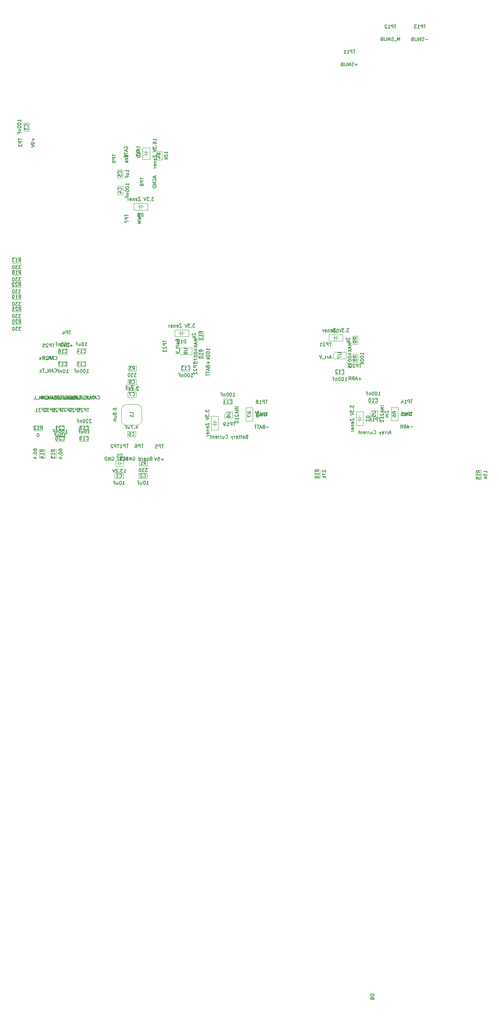
<source format=gbr>
%TF.GenerationSoftware,KiCad,Pcbnew,(6.0.1)*%
%TF.CreationDate,2022-02-04T16:06:47-06:00*%
%TF.ProjectId,MPPT,4d505054-2e6b-4696-9361-645f70636258,1.3.0*%
%TF.SameCoordinates,Original*%
%TF.FileFunction,AssemblyDrawing,Bot*%
%FSLAX46Y46*%
G04 Gerber Fmt 4.6, Leading zero omitted, Abs format (unit mm)*
G04 Created by KiCad (PCBNEW (6.0.1)) date 2022-02-04 16:06:47*
%MOMM*%
%LPD*%
G01*
G04 APERTURE LIST*
%ADD10C,0.150000*%
%ADD11C,0.100000*%
G04 APERTURE END LIST*
D10*
%TO.C,TP16*%
X115012619Y-136534333D02*
X114631666Y-136534333D01*
X115088809Y-136762904D02*
X114822142Y-135962904D01*
X114555476Y-136762904D01*
X114288809Y-136762904D02*
X114288809Y-136229571D01*
X114288809Y-136381952D02*
X114250714Y-136305761D01*
X114212619Y-136267666D01*
X114136428Y-136229571D01*
X114060238Y-136229571D01*
X113793571Y-136762904D02*
X113793571Y-136229571D01*
X113793571Y-136381952D02*
X113755476Y-136305761D01*
X113717380Y-136267666D01*
X113641190Y-136229571D01*
X113565000Y-136229571D01*
X112955476Y-136762904D02*
X112955476Y-136343857D01*
X112993571Y-136267666D01*
X113069761Y-136229571D01*
X113222142Y-136229571D01*
X113298333Y-136267666D01*
X112955476Y-136724809D02*
X113031666Y-136762904D01*
X113222142Y-136762904D01*
X113298333Y-136724809D01*
X113336428Y-136648619D01*
X113336428Y-136572428D01*
X113298333Y-136496238D01*
X113222142Y-136458142D01*
X113031666Y-136458142D01*
X112955476Y-136420047D01*
X112650714Y-136229571D02*
X112460238Y-136762904D01*
X112269761Y-136229571D02*
X112460238Y-136762904D01*
X112536428Y-136953380D01*
X112574523Y-136991476D01*
X112650714Y-137029571D01*
X110898333Y-136686714D02*
X110936428Y-136724809D01*
X111050714Y-136762904D01*
X111126904Y-136762904D01*
X111241190Y-136724809D01*
X111317380Y-136648619D01*
X111355476Y-136572428D01*
X111393571Y-136420047D01*
X111393571Y-136305761D01*
X111355476Y-136153380D01*
X111317380Y-136077190D01*
X111241190Y-136001000D01*
X111126904Y-135962904D01*
X111050714Y-135962904D01*
X110936428Y-136001000D01*
X110898333Y-136039095D01*
X110212619Y-136229571D02*
X110212619Y-136762904D01*
X110555476Y-136229571D02*
X110555476Y-136648619D01*
X110517380Y-136724809D01*
X110441190Y-136762904D01*
X110326904Y-136762904D01*
X110250714Y-136724809D01*
X110212619Y-136686714D01*
X109831666Y-136762904D02*
X109831666Y-136229571D01*
X109831666Y-136381952D02*
X109793571Y-136305761D01*
X109755476Y-136267666D01*
X109679285Y-136229571D01*
X109603095Y-136229571D01*
X109336428Y-136762904D02*
X109336428Y-136229571D01*
X109336428Y-136381952D02*
X109298333Y-136305761D01*
X109260238Y-136267666D01*
X109184047Y-136229571D01*
X109107857Y-136229571D01*
X108536428Y-136724809D02*
X108612619Y-136762904D01*
X108765000Y-136762904D01*
X108841190Y-136724809D01*
X108879285Y-136648619D01*
X108879285Y-136343857D01*
X108841190Y-136267666D01*
X108765000Y-136229571D01*
X108612619Y-136229571D01*
X108536428Y-136267666D01*
X108498333Y-136343857D01*
X108498333Y-136420047D01*
X108879285Y-136496238D01*
X108155476Y-136229571D02*
X108155476Y-136762904D01*
X108155476Y-136305761D02*
X108117380Y-136267666D01*
X108041190Y-136229571D01*
X107926904Y-136229571D01*
X107850714Y-136267666D01*
X107812619Y-136343857D01*
X107812619Y-136762904D01*
X107545952Y-136229571D02*
X107241190Y-136229571D01*
X107431666Y-135962904D02*
X107431666Y-136648619D01*
X107393571Y-136724809D01*
X107317380Y-136762904D01*
X107241190Y-136762904D01*
X112555476Y-132962904D02*
X112098333Y-132962904D01*
X112326904Y-133762904D02*
X112326904Y-132962904D01*
X111831666Y-133762904D02*
X111831666Y-132962904D01*
X111526904Y-132962904D01*
X111450714Y-133001000D01*
X111412619Y-133039095D01*
X111374523Y-133115285D01*
X111374523Y-133229571D01*
X111412619Y-133305761D01*
X111450714Y-133343857D01*
X111526904Y-133381952D01*
X111831666Y-133381952D01*
X110612619Y-133762904D02*
X111069761Y-133762904D01*
X110841190Y-133762904D02*
X110841190Y-132962904D01*
X110917380Y-133077190D01*
X110993571Y-133153380D01*
X111069761Y-133191476D01*
X109926904Y-132962904D02*
X110079285Y-132962904D01*
X110155476Y-133001000D01*
X110193571Y-133039095D01*
X110269761Y-133153380D01*
X110307857Y-133305761D01*
X110307857Y-133610523D01*
X110269761Y-133686714D01*
X110231666Y-133724809D01*
X110155476Y-133762904D01*
X110003095Y-133762904D01*
X109926904Y-133724809D01*
X109888809Y-133686714D01*
X109850714Y-133610523D01*
X109850714Y-133420047D01*
X109888809Y-133343857D01*
X109926904Y-133305761D01*
X110003095Y-133267666D01*
X110155476Y-133267666D01*
X110231666Y-133305761D01*
X110269761Y-133343857D01*
X110307857Y-133420047D01*
%TO.C,U6*%
X78743570Y-130331238D02*
X77943570Y-130331238D01*
X78743570Y-130712190D02*
X77943570Y-130712190D01*
X78743570Y-131169333D01*
X77943570Y-131169333D01*
X78514999Y-131512190D02*
X78514999Y-131893142D01*
X78743570Y-131436000D02*
X77943570Y-131702666D01*
X78743570Y-131969333D01*
X78019761Y-132197904D02*
X77981666Y-132236000D01*
X77943570Y-132312190D01*
X77943570Y-132502666D01*
X77981666Y-132578857D01*
X78019761Y-132616952D01*
X78095951Y-132655047D01*
X78172142Y-132655047D01*
X78286427Y-132616952D01*
X78743570Y-132159809D01*
X78743570Y-132655047D01*
X78743570Y-133416952D02*
X78743570Y-132959809D01*
X78743570Y-133188380D02*
X77943570Y-133188380D01*
X78057856Y-133112190D01*
X78134046Y-133036000D01*
X78172142Y-132959809D01*
X77943570Y-133912190D02*
X77943570Y-133988380D01*
X77981666Y-134064571D01*
X78019761Y-134102666D01*
X78095951Y-134140761D01*
X78248332Y-134178857D01*
X78438808Y-134178857D01*
X78591189Y-134140761D01*
X78667380Y-134102666D01*
X78705475Y-134064571D01*
X78743570Y-133988380D01*
X78743570Y-133912190D01*
X78705475Y-133836000D01*
X78667380Y-133797904D01*
X78591189Y-133759809D01*
X78438808Y-133721714D01*
X78248332Y-133721714D01*
X78095951Y-133759809D01*
X78019761Y-133797904D01*
X77981666Y-133836000D01*
X77943570Y-133912190D01*
X75943570Y-131626476D02*
X76591189Y-131626476D01*
X76667380Y-131664571D01*
X76705475Y-131702666D01*
X76743570Y-131778857D01*
X76743570Y-131931238D01*
X76705475Y-132007428D01*
X76667380Y-132045523D01*
X76591189Y-132083619D01*
X75943570Y-132083619D01*
X75943570Y-132807428D02*
X75943570Y-132655047D01*
X75981666Y-132578857D01*
X76019761Y-132540761D01*
X76134046Y-132464571D01*
X76286427Y-132426476D01*
X76591189Y-132426476D01*
X76667380Y-132464571D01*
X76705475Y-132502666D01*
X76743570Y-132578857D01*
X76743570Y-132731238D01*
X76705475Y-132807428D01*
X76667380Y-132845523D01*
X76591189Y-132883619D01*
X76400713Y-132883619D01*
X76324523Y-132845523D01*
X76286427Y-132807428D01*
X76248332Y-132731238D01*
X76248332Y-132578857D01*
X76286427Y-132502666D01*
X76324523Y-132464571D01*
X76400713Y-132426476D01*
%TO.C,D2*%
X58641904Y-80491904D02*
X58146666Y-80491904D01*
X58413333Y-80796666D01*
X58299047Y-80796666D01*
X58222857Y-80834761D01*
X58184761Y-80872857D01*
X58146666Y-80949047D01*
X58146666Y-81139523D01*
X58184761Y-81215714D01*
X58222857Y-81253809D01*
X58299047Y-81291904D01*
X58527619Y-81291904D01*
X58603809Y-81253809D01*
X58641904Y-81215714D01*
X57803809Y-81215714D02*
X57765714Y-81253809D01*
X57803809Y-81291904D01*
X57841904Y-81253809D01*
X57803809Y-81215714D01*
X57803809Y-81291904D01*
X57499047Y-80491904D02*
X57003809Y-80491904D01*
X57270476Y-80796666D01*
X57156190Y-80796666D01*
X57080000Y-80834761D01*
X57041904Y-80872857D01*
X57003809Y-80949047D01*
X57003809Y-81139523D01*
X57041904Y-81215714D01*
X57080000Y-81253809D01*
X57156190Y-81291904D01*
X57384761Y-81291904D01*
X57460952Y-81253809D01*
X57499047Y-81215714D01*
X56775238Y-80491904D02*
X56508571Y-81291904D01*
X56241904Y-80491904D01*
X55441904Y-80491904D02*
X54908571Y-80491904D01*
X55441904Y-81291904D01*
X54908571Y-81291904D01*
X54299047Y-81253809D02*
X54375238Y-81291904D01*
X54527619Y-81291904D01*
X54603809Y-81253809D01*
X54641904Y-81177619D01*
X54641904Y-80872857D01*
X54603809Y-80796666D01*
X54527619Y-80758571D01*
X54375238Y-80758571D01*
X54299047Y-80796666D01*
X54260952Y-80872857D01*
X54260952Y-80949047D01*
X54641904Y-81025238D01*
X53918095Y-80758571D02*
X53918095Y-81291904D01*
X53918095Y-80834761D02*
X53880000Y-80796666D01*
X53803809Y-80758571D01*
X53689523Y-80758571D01*
X53613333Y-80796666D01*
X53575238Y-80872857D01*
X53575238Y-81291904D01*
X52889523Y-81253809D02*
X52965714Y-81291904D01*
X53118095Y-81291904D01*
X53194285Y-81253809D01*
X53232380Y-81177619D01*
X53232380Y-80872857D01*
X53194285Y-80796666D01*
X53118095Y-80758571D01*
X52965714Y-80758571D01*
X52889523Y-80796666D01*
X52851428Y-80872857D01*
X52851428Y-80949047D01*
X53232380Y-81025238D01*
X52508571Y-81291904D02*
X52508571Y-80758571D01*
X52508571Y-80910952D02*
X52470476Y-80834761D01*
X52432380Y-80796666D01*
X52356190Y-80758571D01*
X52280000Y-80758571D01*
X56070476Y-85041904D02*
X56070476Y-84241904D01*
X55880000Y-84241904D01*
X55765714Y-84280000D01*
X55689523Y-84356190D01*
X55651428Y-84432380D01*
X55613333Y-84584761D01*
X55613333Y-84699047D01*
X55651428Y-84851428D01*
X55689523Y-84927619D01*
X55765714Y-85003809D01*
X55880000Y-85041904D01*
X56070476Y-85041904D01*
X55308571Y-84318095D02*
X55270476Y-84280000D01*
X55194285Y-84241904D01*
X55003809Y-84241904D01*
X54927619Y-84280000D01*
X54889523Y-84318095D01*
X54851428Y-84394285D01*
X54851428Y-84470476D01*
X54889523Y-84584761D01*
X55346666Y-85041904D01*
X54851428Y-85041904D01*
%TO.C,R10*%
X71876904Y-116897857D02*
X71876904Y-116440714D01*
X71876904Y-116669285D02*
X71076904Y-116669285D01*
X71191190Y-116593095D01*
X71267380Y-116516904D01*
X71305476Y-116440714D01*
X71076904Y-117393095D02*
X71076904Y-117469285D01*
X71115000Y-117545476D01*
X71153095Y-117583571D01*
X71229285Y-117621666D01*
X71381666Y-117659761D01*
X71572142Y-117659761D01*
X71724523Y-117621666D01*
X71800714Y-117583571D01*
X71838809Y-117545476D01*
X71876904Y-117469285D01*
X71876904Y-117393095D01*
X71838809Y-117316904D01*
X71800714Y-117278809D01*
X71724523Y-117240714D01*
X71572142Y-117202619D01*
X71381666Y-117202619D01*
X71229285Y-117240714D01*
X71153095Y-117278809D01*
X71115000Y-117316904D01*
X71076904Y-117393095D01*
X71076904Y-118155000D02*
X71076904Y-118231190D01*
X71115000Y-118307380D01*
X71153095Y-118345476D01*
X71229285Y-118383571D01*
X71381666Y-118421666D01*
X71572142Y-118421666D01*
X71724523Y-118383571D01*
X71800714Y-118345476D01*
X71838809Y-118307380D01*
X71876904Y-118231190D01*
X71876904Y-118155000D01*
X71838809Y-118078809D01*
X71800714Y-118040714D01*
X71724523Y-118002619D01*
X71572142Y-117964523D01*
X71381666Y-117964523D01*
X71229285Y-118002619D01*
X71153095Y-118040714D01*
X71115000Y-118078809D01*
X71076904Y-118155000D01*
X71876904Y-118764523D02*
X71076904Y-118764523D01*
X71572142Y-118840714D02*
X71876904Y-119069285D01*
X71343571Y-119069285D02*
X71648333Y-118764523D01*
X70226904Y-117240714D02*
X69845952Y-116974047D01*
X70226904Y-116783571D02*
X69426904Y-116783571D01*
X69426904Y-117088333D01*
X69465000Y-117164523D01*
X69503095Y-117202619D01*
X69579285Y-117240714D01*
X69693571Y-117240714D01*
X69769761Y-117202619D01*
X69807857Y-117164523D01*
X69845952Y-117088333D01*
X69845952Y-116783571D01*
X70226904Y-118002619D02*
X70226904Y-117545476D01*
X70226904Y-117774047D02*
X69426904Y-117774047D01*
X69541190Y-117697857D01*
X69617380Y-117621666D01*
X69655476Y-117545476D01*
X69426904Y-118497857D02*
X69426904Y-118574047D01*
X69465000Y-118650238D01*
X69503095Y-118688333D01*
X69579285Y-118726428D01*
X69731666Y-118764523D01*
X69922142Y-118764523D01*
X70074523Y-118726428D01*
X70150714Y-118688333D01*
X70188809Y-118650238D01*
X70226904Y-118574047D01*
X70226904Y-118497857D01*
X70188809Y-118421666D01*
X70150714Y-118383571D01*
X70074523Y-118345476D01*
X69922142Y-118307380D01*
X69731666Y-118307380D01*
X69579285Y-118345476D01*
X69503095Y-118383571D01*
X69465000Y-118421666D01*
X69426904Y-118497857D01*
%TO.C,C19*%
X42847142Y-136586904D02*
X43304285Y-136586904D01*
X43075714Y-136586904D02*
X43075714Y-135786904D01*
X43151904Y-135901190D01*
X43228095Y-135977380D01*
X43304285Y-136015476D01*
X42351904Y-135786904D02*
X42275714Y-135786904D01*
X42199523Y-135825000D01*
X42161428Y-135863095D01*
X42123333Y-135939285D01*
X42085238Y-136091666D01*
X42085238Y-136282142D01*
X42123333Y-136434523D01*
X42161428Y-136510714D01*
X42199523Y-136548809D01*
X42275714Y-136586904D01*
X42351904Y-136586904D01*
X42428095Y-136548809D01*
X42466190Y-136510714D01*
X42504285Y-136434523D01*
X42542380Y-136282142D01*
X42542380Y-136091666D01*
X42504285Y-135939285D01*
X42466190Y-135863095D01*
X42428095Y-135825000D01*
X42351904Y-135786904D01*
X41399523Y-136053571D02*
X41399523Y-136586904D01*
X41742380Y-136053571D02*
X41742380Y-136472619D01*
X41704285Y-136548809D01*
X41628095Y-136586904D01*
X41513809Y-136586904D01*
X41437619Y-136548809D01*
X41399523Y-136510714D01*
X40751904Y-136167857D02*
X41018571Y-136167857D01*
X41018571Y-136586904D02*
X41018571Y-135786904D01*
X40637619Y-135786904D01*
X42504285Y-138190714D02*
X42542380Y-138228809D01*
X42656666Y-138266904D01*
X42732857Y-138266904D01*
X42847142Y-138228809D01*
X42923333Y-138152619D01*
X42961428Y-138076428D01*
X42999523Y-137924047D01*
X42999523Y-137809761D01*
X42961428Y-137657380D01*
X42923333Y-137581190D01*
X42847142Y-137505000D01*
X42732857Y-137466904D01*
X42656666Y-137466904D01*
X42542380Y-137505000D01*
X42504285Y-137543095D01*
X41742380Y-138266904D02*
X42199523Y-138266904D01*
X41970952Y-138266904D02*
X41970952Y-137466904D01*
X42047142Y-137581190D01*
X42123333Y-137657380D01*
X42199523Y-137695476D01*
X41361428Y-138266904D02*
X41209047Y-138266904D01*
X41132857Y-138228809D01*
X41094761Y-138190714D01*
X41018571Y-138076428D01*
X40980476Y-137924047D01*
X40980476Y-137619285D01*
X41018571Y-137543095D01*
X41056666Y-137505000D01*
X41132857Y-137466904D01*
X41285238Y-137466904D01*
X41361428Y-137505000D01*
X41399523Y-137543095D01*
X41437619Y-137619285D01*
X41437619Y-137809761D01*
X41399523Y-137885952D01*
X41361428Y-137924047D01*
X41285238Y-137962142D01*
X41132857Y-137962142D01*
X41056666Y-137924047D01*
X41018571Y-137885952D01*
X40980476Y-137809761D01*
%TO.C,TP17*%
X85982142Y-135183142D02*
X85372619Y-135183142D01*
X84725000Y-135068857D02*
X84610714Y-135106952D01*
X84572619Y-135145047D01*
X84534523Y-135221238D01*
X84534523Y-135335523D01*
X84572619Y-135411714D01*
X84610714Y-135449809D01*
X84686904Y-135487904D01*
X84991666Y-135487904D01*
X84991666Y-134687904D01*
X84725000Y-134687904D01*
X84648809Y-134726000D01*
X84610714Y-134764095D01*
X84572619Y-134840285D01*
X84572619Y-134916476D01*
X84610714Y-134992666D01*
X84648809Y-135030761D01*
X84725000Y-135068857D01*
X84991666Y-135068857D01*
X84229761Y-135259333D02*
X83848809Y-135259333D01*
X84305952Y-135487904D02*
X84039285Y-134687904D01*
X83772619Y-135487904D01*
X83620238Y-134687904D02*
X83163095Y-134687904D01*
X83391666Y-135487904D02*
X83391666Y-134687904D01*
X83010714Y-134687904D02*
X82553571Y-134687904D01*
X82782142Y-135487904D02*
X82782142Y-134687904D01*
X85715476Y-131687904D02*
X85258333Y-131687904D01*
X85486904Y-132487904D02*
X85486904Y-131687904D01*
X84991666Y-132487904D02*
X84991666Y-131687904D01*
X84686904Y-131687904D01*
X84610714Y-131726000D01*
X84572619Y-131764095D01*
X84534523Y-131840285D01*
X84534523Y-131954571D01*
X84572619Y-132030761D01*
X84610714Y-132068857D01*
X84686904Y-132106952D01*
X84991666Y-132106952D01*
X83772619Y-132487904D02*
X84229761Y-132487904D01*
X84001190Y-132487904D02*
X84001190Y-131687904D01*
X84077380Y-131802190D01*
X84153571Y-131878380D01*
X84229761Y-131916476D01*
X83505952Y-131687904D02*
X82972619Y-131687904D01*
X83315476Y-132487904D01*
%TO.C,R6*%
X113658095Y-131288095D02*
X113620000Y-131326190D01*
X113581904Y-131402380D01*
X113581904Y-131592857D01*
X113620000Y-131669047D01*
X113658095Y-131707142D01*
X113734285Y-131745238D01*
X113810476Y-131745238D01*
X113924761Y-131707142D01*
X114381904Y-131250000D01*
X114381904Y-131745238D01*
X114381904Y-132088095D02*
X113848571Y-132088095D01*
X113924761Y-132088095D02*
X113886666Y-132126190D01*
X113848571Y-132202380D01*
X113848571Y-132316666D01*
X113886666Y-132392857D01*
X113962857Y-132430952D01*
X114381904Y-132430952D01*
X113962857Y-132430952D02*
X113886666Y-132469047D01*
X113848571Y-132545238D01*
X113848571Y-132659523D01*
X113886666Y-132735714D01*
X113962857Y-132773809D01*
X114381904Y-132773809D01*
X116201904Y-131916666D02*
X115820952Y-131650000D01*
X116201904Y-131459523D02*
X115401904Y-131459523D01*
X115401904Y-131764285D01*
X115440000Y-131840476D01*
X115478095Y-131878571D01*
X115554285Y-131916666D01*
X115668571Y-131916666D01*
X115744761Y-131878571D01*
X115782857Y-131840476D01*
X115820952Y-131764285D01*
X115820952Y-131459523D01*
X115401904Y-132602380D02*
X115401904Y-132450000D01*
X115440000Y-132373809D01*
X115478095Y-132335714D01*
X115592380Y-132259523D01*
X115744761Y-132221428D01*
X116049523Y-132221428D01*
X116125714Y-132259523D01*
X116163809Y-132297619D01*
X116201904Y-132373809D01*
X116201904Y-132526190D01*
X116163809Y-132602380D01*
X116125714Y-132640476D01*
X116049523Y-132678571D01*
X115859047Y-132678571D01*
X115782857Y-132640476D01*
X115744761Y-132602380D01*
X115706666Y-132526190D01*
X115706666Y-132373809D01*
X115744761Y-132297619D01*
X115782857Y-132259523D01*
X115859047Y-132221428D01*
%TO.C,TP26*%
X45224523Y-128405714D02*
X45262619Y-128443809D01*
X45376904Y-128481904D01*
X45453095Y-128481904D01*
X45567380Y-128443809D01*
X45643571Y-128367619D01*
X45681666Y-128291428D01*
X45719761Y-128139047D01*
X45719761Y-128024761D01*
X45681666Y-127872380D01*
X45643571Y-127796190D01*
X45567380Y-127720000D01*
X45453095Y-127681904D01*
X45376904Y-127681904D01*
X45262619Y-127720000D01*
X45224523Y-127758095D01*
X44919761Y-128253333D02*
X44538809Y-128253333D01*
X44995952Y-128481904D02*
X44729285Y-127681904D01*
X44462619Y-128481904D01*
X44195952Y-128481904D02*
X44195952Y-127681904D01*
X43738809Y-128481904D01*
X43738809Y-127681904D01*
X43548333Y-128558095D02*
X42938809Y-128558095D01*
X42748333Y-128481904D02*
X42748333Y-127681904D01*
X42405476Y-128443809D02*
X42291190Y-128481904D01*
X42100714Y-128481904D01*
X42024523Y-128443809D01*
X41986428Y-128405714D01*
X41948333Y-128329523D01*
X41948333Y-128253333D01*
X41986428Y-128177142D01*
X42024523Y-128139047D01*
X42100714Y-128100952D01*
X42253095Y-128062857D01*
X42329285Y-128024761D01*
X42367380Y-127986666D01*
X42405476Y-127910476D01*
X42405476Y-127834285D01*
X42367380Y-127758095D01*
X42329285Y-127720000D01*
X42253095Y-127681904D01*
X42062619Y-127681904D01*
X41948333Y-127720000D01*
X41453095Y-127681904D02*
X41300714Y-127681904D01*
X41224523Y-127720000D01*
X41148333Y-127796190D01*
X41110238Y-127948571D01*
X41110238Y-128215238D01*
X41148333Y-128367619D01*
X41224523Y-128443809D01*
X41300714Y-128481904D01*
X41453095Y-128481904D01*
X41529285Y-128443809D01*
X41605476Y-128367619D01*
X41643571Y-128215238D01*
X41643571Y-127948571D01*
X41605476Y-127796190D01*
X41529285Y-127720000D01*
X41453095Y-127681904D01*
X40957857Y-128558095D02*
X40348333Y-128558095D01*
X40272142Y-127681904D02*
X40005476Y-128481904D01*
X39738809Y-127681904D01*
X39357857Y-128481904D02*
X39434047Y-128443809D01*
X39472142Y-128405714D01*
X39510238Y-128329523D01*
X39510238Y-128100952D01*
X39472142Y-128024761D01*
X39434047Y-127986666D01*
X39357857Y-127948571D01*
X39243571Y-127948571D01*
X39167380Y-127986666D01*
X39129285Y-128024761D01*
X39091190Y-128100952D01*
X39091190Y-128329523D01*
X39129285Y-128405714D01*
X39167380Y-128443809D01*
X39243571Y-128481904D01*
X39357857Y-128481904D01*
X38405476Y-127948571D02*
X38405476Y-128481904D01*
X38748333Y-127948571D02*
X38748333Y-128367619D01*
X38710238Y-128443809D01*
X38634047Y-128481904D01*
X38519761Y-128481904D01*
X38443571Y-128443809D01*
X38405476Y-128405714D01*
X38138809Y-127948571D02*
X37834047Y-127948571D01*
X38024523Y-127681904D02*
X38024523Y-128367619D01*
X37986428Y-128443809D01*
X37910238Y-128481904D01*
X37834047Y-128481904D01*
X43205476Y-130681904D02*
X42748333Y-130681904D01*
X42976904Y-131481904D02*
X42976904Y-130681904D01*
X42481666Y-131481904D02*
X42481666Y-130681904D01*
X42176904Y-130681904D01*
X42100714Y-130720000D01*
X42062619Y-130758095D01*
X42024523Y-130834285D01*
X42024523Y-130948571D01*
X42062619Y-131024761D01*
X42100714Y-131062857D01*
X42176904Y-131100952D01*
X42481666Y-131100952D01*
X41719761Y-130758095D02*
X41681666Y-130720000D01*
X41605476Y-130681904D01*
X41415000Y-130681904D01*
X41338809Y-130720000D01*
X41300714Y-130758095D01*
X41262619Y-130834285D01*
X41262619Y-130910476D01*
X41300714Y-131024761D01*
X41757857Y-131481904D01*
X41262619Y-131481904D01*
X40576904Y-130681904D02*
X40729285Y-130681904D01*
X40805476Y-130720000D01*
X40843571Y-130758095D01*
X40919761Y-130872380D01*
X40957857Y-131024761D01*
X40957857Y-131329523D01*
X40919761Y-131405714D01*
X40881666Y-131443809D01*
X40805476Y-131481904D01*
X40653095Y-131481904D01*
X40576904Y-131443809D01*
X40538809Y-131405714D01*
X40500714Y-131329523D01*
X40500714Y-131139047D01*
X40538809Y-131062857D01*
X40576904Y-131024761D01*
X40653095Y-130986666D01*
X40805476Y-130986666D01*
X40881666Y-131024761D01*
X40919761Y-131062857D01*
X40957857Y-131139047D01*
%TO.C,C14*%
X42237142Y-115796904D02*
X42694285Y-115796904D01*
X42465714Y-115796904D02*
X42465714Y-114996904D01*
X42541904Y-115111190D01*
X42618095Y-115187380D01*
X42694285Y-115225476D01*
X41741904Y-114996904D02*
X41665714Y-114996904D01*
X41589523Y-115035000D01*
X41551428Y-115073095D01*
X41513333Y-115149285D01*
X41475238Y-115301666D01*
X41475238Y-115492142D01*
X41513333Y-115644523D01*
X41551428Y-115720714D01*
X41589523Y-115758809D01*
X41665714Y-115796904D01*
X41741904Y-115796904D01*
X41818095Y-115758809D01*
X41856190Y-115720714D01*
X41894285Y-115644523D01*
X41932380Y-115492142D01*
X41932380Y-115301666D01*
X41894285Y-115149285D01*
X41856190Y-115073095D01*
X41818095Y-115035000D01*
X41741904Y-114996904D01*
X40789523Y-115263571D02*
X40789523Y-115796904D01*
X41132380Y-115263571D02*
X41132380Y-115682619D01*
X41094285Y-115758809D01*
X41018095Y-115796904D01*
X40903809Y-115796904D01*
X40827619Y-115758809D01*
X40789523Y-115720714D01*
X40141904Y-115377857D02*
X40408571Y-115377857D01*
X40408571Y-115796904D02*
X40408571Y-114996904D01*
X40027619Y-114996904D01*
X41894285Y-117400714D02*
X41932380Y-117438809D01*
X42046666Y-117476904D01*
X42122857Y-117476904D01*
X42237142Y-117438809D01*
X42313333Y-117362619D01*
X42351428Y-117286428D01*
X42389523Y-117134047D01*
X42389523Y-117019761D01*
X42351428Y-116867380D01*
X42313333Y-116791190D01*
X42237142Y-116715000D01*
X42122857Y-116676904D01*
X42046666Y-116676904D01*
X41932380Y-116715000D01*
X41894285Y-116753095D01*
X41132380Y-117476904D02*
X41589523Y-117476904D01*
X41360952Y-117476904D02*
X41360952Y-116676904D01*
X41437142Y-116791190D01*
X41513333Y-116867380D01*
X41589523Y-116905476D01*
X40446666Y-116943571D02*
X40446666Y-117476904D01*
X40637142Y-116638809D02*
X40827619Y-117210238D01*
X40332380Y-117210238D01*
%TO.C,C15*%
X42623095Y-122196904D02*
X43080238Y-122196904D01*
X42851666Y-122196904D02*
X42851666Y-121396904D01*
X42927857Y-121511190D01*
X43004047Y-121587380D01*
X43080238Y-121625476D01*
X42127857Y-121396904D02*
X42051666Y-121396904D01*
X41975476Y-121435000D01*
X41937380Y-121473095D01*
X41899285Y-121549285D01*
X41861190Y-121701666D01*
X41861190Y-121892142D01*
X41899285Y-122044523D01*
X41937380Y-122120714D01*
X41975476Y-122158809D01*
X42051666Y-122196904D01*
X42127857Y-122196904D01*
X42204047Y-122158809D01*
X42242142Y-122120714D01*
X42280238Y-122044523D01*
X42318333Y-121892142D01*
X42318333Y-121701666D01*
X42280238Y-121549285D01*
X42242142Y-121473095D01*
X42204047Y-121435000D01*
X42127857Y-121396904D01*
X41365952Y-121396904D02*
X41289761Y-121396904D01*
X41213571Y-121435000D01*
X41175476Y-121473095D01*
X41137380Y-121549285D01*
X41099285Y-121701666D01*
X41099285Y-121892142D01*
X41137380Y-122044523D01*
X41175476Y-122120714D01*
X41213571Y-122158809D01*
X41289761Y-122196904D01*
X41365952Y-122196904D01*
X41442142Y-122158809D01*
X41480238Y-122120714D01*
X41518333Y-122044523D01*
X41556428Y-121892142D01*
X41556428Y-121701666D01*
X41518333Y-121549285D01*
X41480238Y-121473095D01*
X41442142Y-121435000D01*
X41365952Y-121396904D01*
X40756428Y-121663571D02*
X40756428Y-122196904D01*
X40756428Y-121739761D02*
X40718333Y-121701666D01*
X40642142Y-121663571D01*
X40527857Y-121663571D01*
X40451666Y-121701666D01*
X40413571Y-121777857D01*
X40413571Y-122196904D01*
X39765952Y-121777857D02*
X40032619Y-121777857D01*
X40032619Y-122196904D02*
X40032619Y-121396904D01*
X39651666Y-121396904D01*
X41899285Y-120440714D02*
X41937380Y-120478809D01*
X42051666Y-120516904D01*
X42127857Y-120516904D01*
X42242142Y-120478809D01*
X42318333Y-120402619D01*
X42356428Y-120326428D01*
X42394523Y-120174047D01*
X42394523Y-120059761D01*
X42356428Y-119907380D01*
X42318333Y-119831190D01*
X42242142Y-119755000D01*
X42127857Y-119716904D01*
X42051666Y-119716904D01*
X41937380Y-119755000D01*
X41899285Y-119793095D01*
X41137380Y-120516904D02*
X41594523Y-120516904D01*
X41365952Y-120516904D02*
X41365952Y-119716904D01*
X41442142Y-119831190D01*
X41518333Y-119907380D01*
X41594523Y-119945476D01*
X40413571Y-119716904D02*
X40794523Y-119716904D01*
X40832619Y-120097857D01*
X40794523Y-120059761D01*
X40718333Y-120021666D01*
X40527857Y-120021666D01*
X40451666Y-120059761D01*
X40413571Y-120097857D01*
X40375476Y-120174047D01*
X40375476Y-120364523D01*
X40413571Y-120440714D01*
X40451666Y-120478809D01*
X40527857Y-120516904D01*
X40718333Y-120516904D01*
X40794523Y-120478809D01*
X40832619Y-120440714D01*
%TO.C,R9*%
X104431904Y-113865773D02*
X104431904Y-114361011D01*
X104736666Y-114094345D01*
X104736666Y-114208630D01*
X104774761Y-114284821D01*
X104812857Y-114322916D01*
X104889047Y-114361011D01*
X105079523Y-114361011D01*
X105155714Y-114322916D01*
X105193809Y-114284821D01*
X105231904Y-114208630D01*
X105231904Y-113980059D01*
X105193809Y-113903869D01*
X105155714Y-113865773D01*
X105231904Y-114703869D02*
X104431904Y-114703869D01*
X104927142Y-114780059D02*
X105231904Y-115008630D01*
X104698571Y-115008630D02*
X105003333Y-114703869D01*
X106881904Y-114322916D02*
X106500952Y-114056250D01*
X106881904Y-113865773D02*
X106081904Y-113865773D01*
X106081904Y-114170535D01*
X106120000Y-114246726D01*
X106158095Y-114284821D01*
X106234285Y-114322916D01*
X106348571Y-114322916D01*
X106424761Y-114284821D01*
X106462857Y-114246726D01*
X106500952Y-114170535D01*
X106500952Y-113865773D01*
X106881904Y-114703869D02*
X106881904Y-114856250D01*
X106843809Y-114932440D01*
X106805714Y-114970535D01*
X106691428Y-115046726D01*
X106539047Y-115084821D01*
X106234285Y-115084821D01*
X106158095Y-115046726D01*
X106120000Y-115008630D01*
X106081904Y-114932440D01*
X106081904Y-114780059D01*
X106120000Y-114703869D01*
X106158095Y-114665773D01*
X106234285Y-114627678D01*
X106424761Y-114627678D01*
X106500952Y-114665773D01*
X106539047Y-114703869D01*
X106577142Y-114780059D01*
X106577142Y-114932440D01*
X106539047Y-115008630D01*
X106500952Y-115046726D01*
X106424761Y-115084821D01*
%TO.C,TP5*%
X60958571Y-142827142D02*
X60349047Y-142827142D01*
X60653809Y-143131904D02*
X60653809Y-142522380D01*
X59587142Y-142331904D02*
X59968095Y-142331904D01*
X60006190Y-142712857D01*
X59968095Y-142674761D01*
X59891904Y-142636666D01*
X59701428Y-142636666D01*
X59625238Y-142674761D01*
X59587142Y-142712857D01*
X59549047Y-142789047D01*
X59549047Y-142979523D01*
X59587142Y-143055714D01*
X59625238Y-143093809D01*
X59701428Y-143131904D01*
X59891904Y-143131904D01*
X59968095Y-143093809D01*
X60006190Y-143055714D01*
X59320476Y-142331904D02*
X59053809Y-143131904D01*
X58787142Y-142331904D01*
X60939523Y-139331904D02*
X60482380Y-139331904D01*
X60710952Y-140131904D02*
X60710952Y-139331904D01*
X60215714Y-140131904D02*
X60215714Y-139331904D01*
X59910952Y-139331904D01*
X59834761Y-139370000D01*
X59796666Y-139408095D01*
X59758571Y-139484285D01*
X59758571Y-139598571D01*
X59796666Y-139674761D01*
X59834761Y-139712857D01*
X59910952Y-139750952D01*
X60215714Y-139750952D01*
X59034761Y-139331904D02*
X59415714Y-139331904D01*
X59453809Y-139712857D01*
X59415714Y-139674761D01*
X59339523Y-139636666D01*
X59149047Y-139636666D01*
X59072857Y-139674761D01*
X59034761Y-139712857D01*
X58996666Y-139789047D01*
X58996666Y-139979523D01*
X59034761Y-140055714D01*
X59072857Y-140093809D01*
X59149047Y-140131904D01*
X59339523Y-140131904D01*
X59415714Y-140093809D01*
X59453809Y-140055714D01*
%TO.C,R3*%
X54491071Y-122406904D02*
X53995833Y-122406904D01*
X54262500Y-122711666D01*
X54148214Y-122711666D01*
X54072023Y-122749761D01*
X54033928Y-122787857D01*
X53995833Y-122864047D01*
X53995833Y-123054523D01*
X54033928Y-123130714D01*
X54072023Y-123168809D01*
X54148214Y-123206904D01*
X54376785Y-123206904D01*
X54452976Y-123168809D01*
X54491071Y-123130714D01*
X53729166Y-122406904D02*
X53233928Y-122406904D01*
X53500595Y-122711666D01*
X53386309Y-122711666D01*
X53310119Y-122749761D01*
X53272023Y-122787857D01*
X53233928Y-122864047D01*
X53233928Y-123054523D01*
X53272023Y-123130714D01*
X53310119Y-123168809D01*
X53386309Y-123206904D01*
X53614880Y-123206904D01*
X53691071Y-123168809D01*
X53729166Y-123130714D01*
X52738690Y-122406904D02*
X52662500Y-122406904D01*
X52586309Y-122445000D01*
X52548214Y-122483095D01*
X52510119Y-122559285D01*
X52472023Y-122711666D01*
X52472023Y-122902142D01*
X52510119Y-123054523D01*
X52548214Y-123130714D01*
X52586309Y-123168809D01*
X52662500Y-123206904D01*
X52738690Y-123206904D01*
X52814880Y-123168809D01*
X52852976Y-123130714D01*
X52891071Y-123054523D01*
X52929166Y-122902142D01*
X52929166Y-122711666D01*
X52891071Y-122559285D01*
X52852976Y-122483095D01*
X52814880Y-122445000D01*
X52738690Y-122406904D01*
X53595833Y-121556904D02*
X53862500Y-121175952D01*
X54052976Y-121556904D02*
X54052976Y-120756904D01*
X53748214Y-120756904D01*
X53672023Y-120795000D01*
X53633928Y-120833095D01*
X53595833Y-120909285D01*
X53595833Y-121023571D01*
X53633928Y-121099761D01*
X53672023Y-121137857D01*
X53748214Y-121175952D01*
X54052976Y-121175952D01*
X53329166Y-120756904D02*
X52833928Y-120756904D01*
X53100595Y-121061666D01*
X52986309Y-121061666D01*
X52910119Y-121099761D01*
X52872023Y-121137857D01*
X52833928Y-121214047D01*
X52833928Y-121404523D01*
X52872023Y-121480714D01*
X52910119Y-121518809D01*
X52986309Y-121556904D01*
X53214880Y-121556904D01*
X53291071Y-121518809D01*
X53329166Y-121480714D01*
%TO.C,C11*%
X77433095Y-127822904D02*
X77890238Y-127822904D01*
X77661666Y-127822904D02*
X77661666Y-127022904D01*
X77737857Y-127137190D01*
X77814047Y-127213380D01*
X77890238Y-127251476D01*
X76937857Y-127022904D02*
X76861666Y-127022904D01*
X76785476Y-127061000D01*
X76747380Y-127099095D01*
X76709285Y-127175285D01*
X76671190Y-127327666D01*
X76671190Y-127518142D01*
X76709285Y-127670523D01*
X76747380Y-127746714D01*
X76785476Y-127784809D01*
X76861666Y-127822904D01*
X76937857Y-127822904D01*
X77014047Y-127784809D01*
X77052142Y-127746714D01*
X77090238Y-127670523D01*
X77128333Y-127518142D01*
X77128333Y-127327666D01*
X77090238Y-127175285D01*
X77052142Y-127099095D01*
X77014047Y-127061000D01*
X76937857Y-127022904D01*
X76175952Y-127022904D02*
X76099761Y-127022904D01*
X76023571Y-127061000D01*
X75985476Y-127099095D01*
X75947380Y-127175285D01*
X75909285Y-127327666D01*
X75909285Y-127518142D01*
X75947380Y-127670523D01*
X75985476Y-127746714D01*
X76023571Y-127784809D01*
X76099761Y-127822904D01*
X76175952Y-127822904D01*
X76252142Y-127784809D01*
X76290238Y-127746714D01*
X76328333Y-127670523D01*
X76366428Y-127518142D01*
X76366428Y-127327666D01*
X76328333Y-127175285D01*
X76290238Y-127099095D01*
X76252142Y-127061000D01*
X76175952Y-127022904D01*
X75566428Y-127289571D02*
X75566428Y-127822904D01*
X75566428Y-127365761D02*
X75528333Y-127327666D01*
X75452142Y-127289571D01*
X75337857Y-127289571D01*
X75261666Y-127327666D01*
X75223571Y-127403857D01*
X75223571Y-127822904D01*
X74575952Y-127403857D02*
X74842619Y-127403857D01*
X74842619Y-127822904D02*
X74842619Y-127022904D01*
X74461666Y-127022904D01*
X76709285Y-129426714D02*
X76747380Y-129464809D01*
X76861666Y-129502904D01*
X76937857Y-129502904D01*
X77052142Y-129464809D01*
X77128333Y-129388619D01*
X77166428Y-129312428D01*
X77204523Y-129160047D01*
X77204523Y-129045761D01*
X77166428Y-128893380D01*
X77128333Y-128817190D01*
X77052142Y-128741000D01*
X76937857Y-128702904D01*
X76861666Y-128702904D01*
X76747380Y-128741000D01*
X76709285Y-128779095D01*
X75947380Y-129502904D02*
X76404523Y-129502904D01*
X76175952Y-129502904D02*
X76175952Y-128702904D01*
X76252142Y-128817190D01*
X76328333Y-128893380D01*
X76404523Y-128931476D01*
X75185476Y-129502904D02*
X75642619Y-129502904D01*
X75414047Y-129502904D02*
X75414047Y-128702904D01*
X75490238Y-128817190D01*
X75566428Y-128893380D01*
X75642619Y-128931476D01*
%TO.C,C7*%
X54553809Y-125538571D02*
X54553809Y-126071904D01*
X54744285Y-125233809D02*
X54934761Y-125805238D01*
X54439523Y-125805238D01*
X54134761Y-125995714D02*
X54096666Y-126033809D01*
X54134761Y-126071904D01*
X54172857Y-126033809D01*
X54134761Y-125995714D01*
X54134761Y-126071904D01*
X53830000Y-125271904D02*
X53296666Y-125271904D01*
X53639523Y-126071904D01*
X52649047Y-125538571D02*
X52649047Y-126071904D01*
X52991904Y-125538571D02*
X52991904Y-125957619D01*
X52953809Y-126033809D01*
X52877619Y-126071904D01*
X52763333Y-126071904D01*
X52687142Y-126033809D01*
X52649047Y-125995714D01*
X52001428Y-125652857D02*
X52268095Y-125652857D01*
X52268095Y-126071904D02*
X52268095Y-125271904D01*
X51887142Y-125271904D01*
X53563333Y-127675714D02*
X53601428Y-127713809D01*
X53715714Y-127751904D01*
X53791904Y-127751904D01*
X53906190Y-127713809D01*
X53982380Y-127637619D01*
X54020476Y-127561428D01*
X54058571Y-127409047D01*
X54058571Y-127294761D01*
X54020476Y-127142380D01*
X53982380Y-127066190D01*
X53906190Y-126990000D01*
X53791904Y-126951904D01*
X53715714Y-126951904D01*
X53601428Y-126990000D01*
X53563333Y-127028095D01*
X53296666Y-126951904D02*
X52763333Y-126951904D01*
X53106190Y-127751904D01*
%TO.C,TP18*%
X84899523Y-131786000D02*
X84975714Y-131747904D01*
X85090000Y-131747904D01*
X85204285Y-131786000D01*
X85280476Y-131862190D01*
X85318571Y-131938380D01*
X85356666Y-132090761D01*
X85356666Y-132205047D01*
X85318571Y-132357428D01*
X85280476Y-132433619D01*
X85204285Y-132509809D01*
X85090000Y-132547904D01*
X85013809Y-132547904D01*
X84899523Y-132509809D01*
X84861428Y-132471714D01*
X84861428Y-132205047D01*
X85013809Y-132205047D01*
X84518571Y-132547904D02*
X84518571Y-131747904D01*
X84061428Y-132547904D01*
X84061428Y-131747904D01*
X83680476Y-132547904D02*
X83680476Y-131747904D01*
X83490000Y-131747904D01*
X83375714Y-131786000D01*
X83299523Y-131862190D01*
X83261428Y-131938380D01*
X83223333Y-132090761D01*
X83223333Y-132205047D01*
X83261428Y-132357428D01*
X83299523Y-132433619D01*
X83375714Y-132509809D01*
X83490000Y-132547904D01*
X83680476Y-132547904D01*
X85680476Y-128747904D02*
X85223333Y-128747904D01*
X85451904Y-129547904D02*
X85451904Y-128747904D01*
X84956666Y-129547904D02*
X84956666Y-128747904D01*
X84651904Y-128747904D01*
X84575714Y-128786000D01*
X84537619Y-128824095D01*
X84499523Y-128900285D01*
X84499523Y-129014571D01*
X84537619Y-129090761D01*
X84575714Y-129128857D01*
X84651904Y-129166952D01*
X84956666Y-129166952D01*
X83737619Y-129547904D02*
X84194761Y-129547904D01*
X83966190Y-129547904D02*
X83966190Y-128747904D01*
X84042380Y-128862190D01*
X84118571Y-128938380D01*
X84194761Y-128976476D01*
X83280476Y-129090761D02*
X83356666Y-129052666D01*
X83394761Y-129014571D01*
X83432857Y-128938380D01*
X83432857Y-128900285D01*
X83394761Y-128824095D01*
X83356666Y-128786000D01*
X83280476Y-128747904D01*
X83128095Y-128747904D01*
X83051904Y-128786000D01*
X83013809Y-128824095D01*
X82975714Y-128900285D01*
X82975714Y-128938380D01*
X83013809Y-129014571D01*
X83051904Y-129052666D01*
X83128095Y-129090761D01*
X83280476Y-129090761D01*
X83356666Y-129128857D01*
X83394761Y-129166952D01*
X83432857Y-129243142D01*
X83432857Y-129395523D01*
X83394761Y-129471714D01*
X83356666Y-129509809D01*
X83280476Y-129547904D01*
X83128095Y-129547904D01*
X83051904Y-129509809D01*
X83013809Y-129471714D01*
X82975714Y-129395523D01*
X82975714Y-129243142D01*
X83013809Y-129166952D01*
X83051904Y-129128857D01*
X83128095Y-129090761D01*
%TO.C,TP31*%
X32932857Y-128405714D02*
X32970952Y-128443809D01*
X33085238Y-128481904D01*
X33161428Y-128481904D01*
X33275714Y-128443809D01*
X33351904Y-128367619D01*
X33390000Y-128291428D01*
X33428095Y-128139047D01*
X33428095Y-128024761D01*
X33390000Y-127872380D01*
X33351904Y-127796190D01*
X33275714Y-127720000D01*
X33161428Y-127681904D01*
X33085238Y-127681904D01*
X32970952Y-127720000D01*
X32932857Y-127758095D01*
X32628095Y-128253333D02*
X32247142Y-128253333D01*
X32704285Y-128481904D02*
X32437619Y-127681904D01*
X32170952Y-128481904D01*
X31904285Y-128481904D02*
X31904285Y-127681904D01*
X31447142Y-128481904D01*
X31447142Y-127681904D01*
X31256666Y-128558095D02*
X30647142Y-128558095D01*
X30075714Y-128481904D02*
X30456666Y-128481904D01*
X30456666Y-127681904D01*
X33180476Y-130681904D02*
X32723333Y-130681904D01*
X32951904Y-131481904D02*
X32951904Y-130681904D01*
X32456666Y-131481904D02*
X32456666Y-130681904D01*
X32151904Y-130681904D01*
X32075714Y-130720000D01*
X32037619Y-130758095D01*
X31999523Y-130834285D01*
X31999523Y-130948571D01*
X32037619Y-131024761D01*
X32075714Y-131062857D01*
X32151904Y-131100952D01*
X32456666Y-131100952D01*
X31732857Y-130681904D02*
X31237619Y-130681904D01*
X31504285Y-130986666D01*
X31390000Y-130986666D01*
X31313809Y-131024761D01*
X31275714Y-131062857D01*
X31237619Y-131139047D01*
X31237619Y-131329523D01*
X31275714Y-131405714D01*
X31313809Y-131443809D01*
X31390000Y-131481904D01*
X31618571Y-131481904D01*
X31694761Y-131443809D01*
X31732857Y-131405714D01*
X30475714Y-131481904D02*
X30932857Y-131481904D01*
X30704285Y-131481904D02*
X30704285Y-130681904D01*
X30780476Y-130796190D01*
X30856666Y-130872380D01*
X30932857Y-130910476D01*
%TO.C,TP23*%
X64202857Y-114530476D02*
X64240952Y-114644761D01*
X64279047Y-114682857D01*
X64355238Y-114720952D01*
X64469523Y-114720952D01*
X64545714Y-114682857D01*
X64583809Y-114644761D01*
X64621904Y-114568571D01*
X64621904Y-114263809D01*
X63821904Y-114263809D01*
X63821904Y-114530476D01*
X63860000Y-114606666D01*
X63898095Y-114644761D01*
X63974285Y-114682857D01*
X64050476Y-114682857D01*
X64126666Y-114644761D01*
X64164761Y-114606666D01*
X64202857Y-114530476D01*
X64202857Y-114263809D01*
X64621904Y-115406666D02*
X64202857Y-115406666D01*
X64126666Y-115368571D01*
X64088571Y-115292380D01*
X64088571Y-115140000D01*
X64126666Y-115063809D01*
X64583809Y-115406666D02*
X64621904Y-115330476D01*
X64621904Y-115140000D01*
X64583809Y-115063809D01*
X64507619Y-115025714D01*
X64431428Y-115025714D01*
X64355238Y-115063809D01*
X64317142Y-115140000D01*
X64317142Y-115330476D01*
X64279047Y-115406666D01*
X64088571Y-115673333D02*
X64088571Y-115978095D01*
X63821904Y-115787619D02*
X64507619Y-115787619D01*
X64583809Y-115825714D01*
X64621904Y-115901904D01*
X64621904Y-115978095D01*
X64088571Y-116130476D02*
X64088571Y-116435238D01*
X63821904Y-116244761D02*
X64507619Y-116244761D01*
X64583809Y-116282857D01*
X64621904Y-116359047D01*
X64621904Y-116435238D01*
X64698095Y-116511428D02*
X64698095Y-117120952D01*
X63821904Y-117197142D02*
X64621904Y-117463809D01*
X63821904Y-117730476D01*
X60821904Y-114549523D02*
X60821904Y-115006666D01*
X61621904Y-114778095D02*
X60821904Y-114778095D01*
X61621904Y-115273333D02*
X60821904Y-115273333D01*
X60821904Y-115578095D01*
X60860000Y-115654285D01*
X60898095Y-115692380D01*
X60974285Y-115730476D01*
X61088571Y-115730476D01*
X61164761Y-115692380D01*
X61202857Y-115654285D01*
X61240952Y-115578095D01*
X61240952Y-115273333D01*
X60898095Y-116035238D02*
X60860000Y-116073333D01*
X60821904Y-116149523D01*
X60821904Y-116340000D01*
X60860000Y-116416190D01*
X60898095Y-116454285D01*
X60974285Y-116492380D01*
X61050476Y-116492380D01*
X61164761Y-116454285D01*
X61621904Y-115997142D01*
X61621904Y-116492380D01*
X60821904Y-116759047D02*
X60821904Y-117254285D01*
X61126666Y-116987619D01*
X61126666Y-117101904D01*
X61164761Y-117178095D01*
X61202857Y-117216190D01*
X61279047Y-117254285D01*
X61469523Y-117254285D01*
X61545714Y-117216190D01*
X61583809Y-117178095D01*
X61621904Y-117101904D01*
X61621904Y-116873333D01*
X61583809Y-116797142D01*
X61545714Y-116759047D01*
%TO.C,D10*%
X68406904Y-110621904D02*
X67911666Y-110621904D01*
X68178333Y-110926666D01*
X68064047Y-110926666D01*
X67987857Y-110964761D01*
X67949761Y-111002857D01*
X67911666Y-111079047D01*
X67911666Y-111269523D01*
X67949761Y-111345714D01*
X67987857Y-111383809D01*
X68064047Y-111421904D01*
X68292619Y-111421904D01*
X68368809Y-111383809D01*
X68406904Y-111345714D01*
X67568809Y-111345714D02*
X67530714Y-111383809D01*
X67568809Y-111421904D01*
X67606904Y-111383809D01*
X67568809Y-111345714D01*
X67568809Y-111421904D01*
X67264047Y-110621904D02*
X66768809Y-110621904D01*
X67035476Y-110926666D01*
X66921190Y-110926666D01*
X66845000Y-110964761D01*
X66806904Y-111002857D01*
X66768809Y-111079047D01*
X66768809Y-111269523D01*
X66806904Y-111345714D01*
X66845000Y-111383809D01*
X66921190Y-111421904D01*
X67149761Y-111421904D01*
X67225952Y-111383809D01*
X67264047Y-111345714D01*
X66540238Y-110621904D02*
X66273571Y-111421904D01*
X66006904Y-110621904D01*
X65206904Y-110621904D02*
X64673571Y-110621904D01*
X65206904Y-111421904D01*
X64673571Y-111421904D01*
X64064047Y-111383809D02*
X64140238Y-111421904D01*
X64292619Y-111421904D01*
X64368809Y-111383809D01*
X64406904Y-111307619D01*
X64406904Y-111002857D01*
X64368809Y-110926666D01*
X64292619Y-110888571D01*
X64140238Y-110888571D01*
X64064047Y-110926666D01*
X64025952Y-111002857D01*
X64025952Y-111079047D01*
X64406904Y-111155238D01*
X63683095Y-110888571D02*
X63683095Y-111421904D01*
X63683095Y-110964761D02*
X63645000Y-110926666D01*
X63568809Y-110888571D01*
X63454523Y-110888571D01*
X63378333Y-110926666D01*
X63340238Y-111002857D01*
X63340238Y-111421904D01*
X62654523Y-111383809D02*
X62730714Y-111421904D01*
X62883095Y-111421904D01*
X62959285Y-111383809D01*
X62997380Y-111307619D01*
X62997380Y-111002857D01*
X62959285Y-110926666D01*
X62883095Y-110888571D01*
X62730714Y-110888571D01*
X62654523Y-110926666D01*
X62616428Y-111002857D01*
X62616428Y-111079047D01*
X62997380Y-111155238D01*
X62273571Y-111421904D02*
X62273571Y-110888571D01*
X62273571Y-111040952D02*
X62235476Y-110964761D01*
X62197380Y-110926666D01*
X62121190Y-110888571D01*
X62045000Y-110888571D01*
X66216428Y-115171904D02*
X66216428Y-114371904D01*
X66025952Y-114371904D01*
X65911666Y-114410000D01*
X65835476Y-114486190D01*
X65797380Y-114562380D01*
X65759285Y-114714761D01*
X65759285Y-114829047D01*
X65797380Y-114981428D01*
X65835476Y-115057619D01*
X65911666Y-115133809D01*
X66025952Y-115171904D01*
X66216428Y-115171904D01*
X64997380Y-115171904D02*
X65454523Y-115171904D01*
X65225952Y-115171904D02*
X65225952Y-114371904D01*
X65302142Y-114486190D01*
X65378333Y-114562380D01*
X65454523Y-114600476D01*
X64502142Y-114371904D02*
X64425952Y-114371904D01*
X64349761Y-114410000D01*
X64311666Y-114448095D01*
X64273571Y-114524285D01*
X64235476Y-114676666D01*
X64235476Y-114867142D01*
X64273571Y-115019523D01*
X64311666Y-115095714D01*
X64349761Y-115133809D01*
X64425952Y-115171904D01*
X64502142Y-115171904D01*
X64578333Y-115133809D01*
X64616428Y-115095714D01*
X64654523Y-115019523D01*
X64692619Y-114867142D01*
X64692619Y-114676666D01*
X64654523Y-114524285D01*
X64616428Y-114448095D01*
X64578333Y-114410000D01*
X64502142Y-114371904D01*
%TO.C,TP19*%
X80699046Y-137418857D02*
X80584761Y-137456952D01*
X80546666Y-137495047D01*
X80508570Y-137571238D01*
X80508570Y-137685523D01*
X80546666Y-137761714D01*
X80584761Y-137799809D01*
X80660951Y-137837904D01*
X80965713Y-137837904D01*
X80965713Y-137037904D01*
X80699046Y-137037904D01*
X80622856Y-137076000D01*
X80584761Y-137114095D01*
X80546666Y-137190285D01*
X80546666Y-137266476D01*
X80584761Y-137342666D01*
X80622856Y-137380761D01*
X80699046Y-137418857D01*
X80965713Y-137418857D01*
X79822856Y-137837904D02*
X79822856Y-137418857D01*
X79860951Y-137342666D01*
X79937142Y-137304571D01*
X80089523Y-137304571D01*
X80165713Y-137342666D01*
X79822856Y-137799809D02*
X79899046Y-137837904D01*
X80089523Y-137837904D01*
X80165713Y-137799809D01*
X80203808Y-137723619D01*
X80203808Y-137647428D01*
X80165713Y-137571238D01*
X80089523Y-137533142D01*
X79899046Y-137533142D01*
X79822856Y-137495047D01*
X79556189Y-137304571D02*
X79251427Y-137304571D01*
X79441904Y-137037904D02*
X79441904Y-137723619D01*
X79403808Y-137799809D01*
X79327618Y-137837904D01*
X79251427Y-137837904D01*
X79099046Y-137304571D02*
X78794285Y-137304571D01*
X78984761Y-137037904D02*
X78984761Y-137723619D01*
X78946666Y-137799809D01*
X78870475Y-137837904D01*
X78794285Y-137837904D01*
X78222856Y-137799809D02*
X78299046Y-137837904D01*
X78451427Y-137837904D01*
X78527618Y-137799809D01*
X78565713Y-137723619D01*
X78565713Y-137418857D01*
X78527618Y-137342666D01*
X78451427Y-137304571D01*
X78299046Y-137304571D01*
X78222856Y-137342666D01*
X78184761Y-137418857D01*
X78184761Y-137495047D01*
X78565713Y-137571238D01*
X77841904Y-137837904D02*
X77841904Y-137304571D01*
X77841904Y-137456952D02*
X77803808Y-137380761D01*
X77765713Y-137342666D01*
X77689523Y-137304571D01*
X77613332Y-137304571D01*
X77422856Y-137304571D02*
X77232380Y-137837904D01*
X77041904Y-137304571D02*
X77232380Y-137837904D01*
X77308570Y-138028380D01*
X77346666Y-138066476D01*
X77422856Y-138104571D01*
X75670475Y-137761714D02*
X75708570Y-137799809D01*
X75822856Y-137837904D01*
X75899046Y-137837904D01*
X76013332Y-137799809D01*
X76089523Y-137723619D01*
X76127618Y-137647428D01*
X76165713Y-137495047D01*
X76165713Y-137380761D01*
X76127618Y-137228380D01*
X76089523Y-137152190D01*
X76013332Y-137076000D01*
X75899046Y-137037904D01*
X75822856Y-137037904D01*
X75708570Y-137076000D01*
X75670475Y-137114095D01*
X74984761Y-137304571D02*
X74984761Y-137837904D01*
X75327618Y-137304571D02*
X75327618Y-137723619D01*
X75289523Y-137799809D01*
X75213332Y-137837904D01*
X75099046Y-137837904D01*
X75022856Y-137799809D01*
X74984761Y-137761714D01*
X74603808Y-137837904D02*
X74603808Y-137304571D01*
X74603808Y-137456952D02*
X74565713Y-137380761D01*
X74527618Y-137342666D01*
X74451427Y-137304571D01*
X74375237Y-137304571D01*
X74108570Y-137837904D02*
X74108570Y-137304571D01*
X74108570Y-137456952D02*
X74070475Y-137380761D01*
X74032380Y-137342666D01*
X73956189Y-137304571D01*
X73879999Y-137304571D01*
X73308570Y-137799809D02*
X73384761Y-137837904D01*
X73537142Y-137837904D01*
X73613332Y-137799809D01*
X73651427Y-137723619D01*
X73651427Y-137418857D01*
X73613332Y-137342666D01*
X73537142Y-137304571D01*
X73384761Y-137304571D01*
X73308570Y-137342666D01*
X73270475Y-137418857D01*
X73270475Y-137495047D01*
X73651427Y-137571238D01*
X72927618Y-137304571D02*
X72927618Y-137837904D01*
X72927618Y-137380761D02*
X72889523Y-137342666D01*
X72813332Y-137304571D01*
X72699046Y-137304571D01*
X72622856Y-137342666D01*
X72584761Y-137418857D01*
X72584761Y-137837904D01*
X72318094Y-137304571D02*
X72013332Y-137304571D01*
X72203808Y-137037904D02*
X72203808Y-137723619D01*
X72165713Y-137799809D01*
X72089523Y-137837904D01*
X72013332Y-137837904D01*
X77937142Y-134037904D02*
X77479999Y-134037904D01*
X77708570Y-134837904D02*
X77708570Y-134037904D01*
X77213332Y-134837904D02*
X77213332Y-134037904D01*
X76908570Y-134037904D01*
X76832380Y-134076000D01*
X76794285Y-134114095D01*
X76756189Y-134190285D01*
X76756189Y-134304571D01*
X76794285Y-134380761D01*
X76832380Y-134418857D01*
X76908570Y-134456952D01*
X77213332Y-134456952D01*
X75994285Y-134837904D02*
X76451427Y-134837904D01*
X76222856Y-134837904D02*
X76222856Y-134037904D01*
X76299046Y-134152190D01*
X76375237Y-134228380D01*
X76451427Y-134266476D01*
X75613332Y-134837904D02*
X75460951Y-134837904D01*
X75384761Y-134799809D01*
X75346666Y-134761714D01*
X75270475Y-134647428D01*
X75232380Y-134495047D01*
X75232380Y-134190285D01*
X75270475Y-134114095D01*
X75308570Y-134076000D01*
X75384761Y-134037904D01*
X75537142Y-134037904D01*
X75613332Y-134076000D01*
X75651427Y-134114095D01*
X75689523Y-134190285D01*
X75689523Y-134380761D01*
X75651427Y-134456952D01*
X75613332Y-134495047D01*
X75537142Y-134533142D01*
X75384761Y-134533142D01*
X75308570Y-134495047D01*
X75270475Y-134456952D01*
X75232380Y-134380761D01*
%TO.C,D8*%
X70921904Y-131029095D02*
X70921904Y-131524333D01*
X71226666Y-131257666D01*
X71226666Y-131371952D01*
X71264761Y-131448142D01*
X71302857Y-131486238D01*
X71379047Y-131524333D01*
X71569523Y-131524333D01*
X71645714Y-131486238D01*
X71683809Y-131448142D01*
X71721904Y-131371952D01*
X71721904Y-131143380D01*
X71683809Y-131067190D01*
X71645714Y-131029095D01*
X71645714Y-131867190D02*
X71683809Y-131905285D01*
X71721904Y-131867190D01*
X71683809Y-131829095D01*
X71645714Y-131867190D01*
X71721904Y-131867190D01*
X70921904Y-132171952D02*
X70921904Y-132667190D01*
X71226666Y-132400523D01*
X71226666Y-132514809D01*
X71264761Y-132591000D01*
X71302857Y-132629095D01*
X71379047Y-132667190D01*
X71569523Y-132667190D01*
X71645714Y-132629095D01*
X71683809Y-132591000D01*
X71721904Y-132514809D01*
X71721904Y-132286238D01*
X71683809Y-132210047D01*
X71645714Y-132171952D01*
X70921904Y-132895761D02*
X71721904Y-133162428D01*
X70921904Y-133429095D01*
X70921904Y-134229095D02*
X70921904Y-134762428D01*
X71721904Y-134229095D01*
X71721904Y-134762428D01*
X71683809Y-135371952D02*
X71721904Y-135295761D01*
X71721904Y-135143380D01*
X71683809Y-135067190D01*
X71607619Y-135029095D01*
X71302857Y-135029095D01*
X71226666Y-135067190D01*
X71188571Y-135143380D01*
X71188571Y-135295761D01*
X71226666Y-135371952D01*
X71302857Y-135410047D01*
X71379047Y-135410047D01*
X71455238Y-135029095D01*
X71188571Y-135752904D02*
X71721904Y-135752904D01*
X71264761Y-135752904D02*
X71226666Y-135791000D01*
X71188571Y-135867190D01*
X71188571Y-135981476D01*
X71226666Y-136057666D01*
X71302857Y-136095761D01*
X71721904Y-136095761D01*
X71683809Y-136781476D02*
X71721904Y-136705285D01*
X71721904Y-136552904D01*
X71683809Y-136476714D01*
X71607619Y-136438619D01*
X71302857Y-136438619D01*
X71226666Y-136476714D01*
X71188571Y-136552904D01*
X71188571Y-136705285D01*
X71226666Y-136781476D01*
X71302857Y-136819571D01*
X71379047Y-136819571D01*
X71455238Y-136438619D01*
X71721904Y-137162428D02*
X71188571Y-137162428D01*
X71340952Y-137162428D02*
X71264761Y-137200523D01*
X71226666Y-137238619D01*
X71188571Y-137314809D01*
X71188571Y-137391000D01*
X111001904Y-270055523D02*
X110201904Y-270055523D01*
X110201904Y-270246000D01*
X110240000Y-270360285D01*
X110316190Y-270436476D01*
X110392380Y-270474571D01*
X110544761Y-270512666D01*
X110659047Y-270512666D01*
X110811428Y-270474571D01*
X110887619Y-270436476D01*
X110963809Y-270360285D01*
X111001904Y-270246000D01*
X111001904Y-270055523D01*
X110544761Y-270969809D02*
X110506666Y-270893619D01*
X110468571Y-270855523D01*
X110392380Y-270817428D01*
X110354285Y-270817428D01*
X110278095Y-270855523D01*
X110240000Y-270893619D01*
X110201904Y-270969809D01*
X110201904Y-271122190D01*
X110240000Y-271198380D01*
X110278095Y-271236476D01*
X110354285Y-271274571D01*
X110392380Y-271274571D01*
X110468571Y-271236476D01*
X110506666Y-271198380D01*
X110544761Y-271122190D01*
X110544761Y-270969809D01*
X110582857Y-270893619D01*
X110620952Y-270855523D01*
X110697142Y-270817428D01*
X110849523Y-270817428D01*
X110925714Y-270855523D01*
X110963809Y-270893619D01*
X111001904Y-270969809D01*
X111001904Y-271122190D01*
X110963809Y-271198380D01*
X110925714Y-271236476D01*
X110849523Y-271274571D01*
X110697142Y-271274571D01*
X110620952Y-271236476D01*
X110582857Y-271198380D01*
X110544761Y-271122190D01*
%TO.C,R14*%
X29961904Y-140712500D02*
X29961904Y-140560119D01*
X30000000Y-140483928D01*
X30038095Y-140445833D01*
X30152380Y-140369642D01*
X30304761Y-140331547D01*
X30609523Y-140331547D01*
X30685714Y-140369642D01*
X30723809Y-140407738D01*
X30761904Y-140483928D01*
X30761904Y-140636309D01*
X30723809Y-140712500D01*
X30685714Y-140750595D01*
X30609523Y-140788690D01*
X30419047Y-140788690D01*
X30342857Y-140750595D01*
X30304761Y-140712500D01*
X30266666Y-140636309D01*
X30266666Y-140483928D01*
X30304761Y-140407738D01*
X30342857Y-140369642D01*
X30419047Y-140331547D01*
X29961904Y-141283928D02*
X29961904Y-141360119D01*
X30000000Y-141436309D01*
X30038095Y-141474404D01*
X30114285Y-141512500D01*
X30266666Y-141550595D01*
X30457142Y-141550595D01*
X30609523Y-141512500D01*
X30685714Y-141474404D01*
X30723809Y-141436309D01*
X30761904Y-141360119D01*
X30761904Y-141283928D01*
X30723809Y-141207738D01*
X30685714Y-141169642D01*
X30609523Y-141131547D01*
X30457142Y-141093452D01*
X30266666Y-141093452D01*
X30114285Y-141131547D01*
X30038095Y-141169642D01*
X30000000Y-141207738D01*
X29961904Y-141283928D01*
X30685714Y-141893452D02*
X30723809Y-141931547D01*
X30761904Y-141893452D01*
X30723809Y-141855357D01*
X30685714Y-141893452D01*
X30761904Y-141893452D01*
X30228571Y-142617261D02*
X30761904Y-142617261D01*
X29923809Y-142426785D02*
X30495238Y-142236309D01*
X30495238Y-142731547D01*
X32411904Y-140998214D02*
X32030952Y-140731547D01*
X32411904Y-140541071D02*
X31611904Y-140541071D01*
X31611904Y-140845833D01*
X31650000Y-140922023D01*
X31688095Y-140960119D01*
X31764285Y-140998214D01*
X31878571Y-140998214D01*
X31954761Y-140960119D01*
X31992857Y-140922023D01*
X32030952Y-140845833D01*
X32030952Y-140541071D01*
X32411904Y-141760119D02*
X32411904Y-141302976D01*
X32411904Y-141531547D02*
X31611904Y-141531547D01*
X31726190Y-141455357D01*
X31802380Y-141379166D01*
X31840476Y-141302976D01*
X31878571Y-142445833D02*
X32411904Y-142445833D01*
X31573809Y-142255357D02*
X32145238Y-142064880D01*
X32145238Y-142560119D01*
%TO.C,TP1*%
X52052738Y-143056904D02*
X52509880Y-143056904D01*
X52281309Y-143056904D02*
X52281309Y-142256904D01*
X52357500Y-142371190D01*
X52433690Y-142447380D01*
X52509880Y-142485476D01*
X51747976Y-142333095D02*
X51709880Y-142295000D01*
X51633690Y-142256904D01*
X51443214Y-142256904D01*
X51367023Y-142295000D01*
X51328928Y-142333095D01*
X51290833Y-142409285D01*
X51290833Y-142485476D01*
X51328928Y-142599761D01*
X51786071Y-143056904D01*
X51290833Y-143056904D01*
X51062261Y-142256904D02*
X50795595Y-143056904D01*
X50528928Y-142256904D01*
X52567023Y-139256904D02*
X52109880Y-139256904D01*
X52338452Y-140056904D02*
X52338452Y-139256904D01*
X51843214Y-140056904D02*
X51843214Y-139256904D01*
X51538452Y-139256904D01*
X51462261Y-139295000D01*
X51424166Y-139333095D01*
X51386071Y-139409285D01*
X51386071Y-139523571D01*
X51424166Y-139599761D01*
X51462261Y-139637857D01*
X51538452Y-139675952D01*
X51843214Y-139675952D01*
X50624166Y-140056904D02*
X51081309Y-140056904D01*
X50852738Y-140056904D02*
X50852738Y-139256904D01*
X50928928Y-139371190D01*
X51005119Y-139447380D01*
X51081309Y-139485476D01*
%TO.C,C18*%
X43700238Y-133393095D02*
X43662142Y-133355000D01*
X43585952Y-133316904D01*
X43395476Y-133316904D01*
X43319285Y-133355000D01*
X43281190Y-133393095D01*
X43243095Y-133469285D01*
X43243095Y-133545476D01*
X43281190Y-133659761D01*
X43738333Y-134116904D01*
X43243095Y-134116904D01*
X42938333Y-133393095D02*
X42900238Y-133355000D01*
X42824047Y-133316904D01*
X42633571Y-133316904D01*
X42557380Y-133355000D01*
X42519285Y-133393095D01*
X42481190Y-133469285D01*
X42481190Y-133545476D01*
X42519285Y-133659761D01*
X42976428Y-134116904D01*
X42481190Y-134116904D01*
X41985952Y-133316904D02*
X41909761Y-133316904D01*
X41833571Y-133355000D01*
X41795476Y-133393095D01*
X41757380Y-133469285D01*
X41719285Y-133621666D01*
X41719285Y-133812142D01*
X41757380Y-133964523D01*
X41795476Y-134040714D01*
X41833571Y-134078809D01*
X41909761Y-134116904D01*
X41985952Y-134116904D01*
X42062142Y-134078809D01*
X42100238Y-134040714D01*
X42138333Y-133964523D01*
X42176428Y-133812142D01*
X42176428Y-133621666D01*
X42138333Y-133469285D01*
X42100238Y-133393095D01*
X42062142Y-133355000D01*
X41985952Y-133316904D01*
X41376428Y-133583571D02*
X41376428Y-134116904D01*
X41376428Y-133659761D02*
X41338333Y-133621666D01*
X41262142Y-133583571D01*
X41147857Y-133583571D01*
X41071666Y-133621666D01*
X41033571Y-133697857D01*
X41033571Y-134116904D01*
X40385952Y-133697857D02*
X40652619Y-133697857D01*
X40652619Y-134116904D02*
X40652619Y-133316904D01*
X40271666Y-133316904D01*
X42519285Y-135720714D02*
X42557380Y-135758809D01*
X42671666Y-135796904D01*
X42747857Y-135796904D01*
X42862142Y-135758809D01*
X42938333Y-135682619D01*
X42976428Y-135606428D01*
X43014523Y-135454047D01*
X43014523Y-135339761D01*
X42976428Y-135187380D01*
X42938333Y-135111190D01*
X42862142Y-135035000D01*
X42747857Y-134996904D01*
X42671666Y-134996904D01*
X42557380Y-135035000D01*
X42519285Y-135073095D01*
X41757380Y-135796904D02*
X42214523Y-135796904D01*
X41985952Y-135796904D02*
X41985952Y-134996904D01*
X42062142Y-135111190D01*
X42138333Y-135187380D01*
X42214523Y-135225476D01*
X41300238Y-135339761D02*
X41376428Y-135301666D01*
X41414523Y-135263571D01*
X41452619Y-135187380D01*
X41452619Y-135149285D01*
X41414523Y-135073095D01*
X41376428Y-135035000D01*
X41300238Y-134996904D01*
X41147857Y-134996904D01*
X41071666Y-135035000D01*
X41033571Y-135073095D01*
X40995476Y-135149285D01*
X40995476Y-135187380D01*
X41033571Y-135263571D01*
X41071666Y-135301666D01*
X41147857Y-135339761D01*
X41300238Y-135339761D01*
X41376428Y-135377857D01*
X41414523Y-135415952D01*
X41452619Y-135492142D01*
X41452619Y-135644523D01*
X41414523Y-135720714D01*
X41376428Y-135758809D01*
X41300238Y-135796904D01*
X41147857Y-135796904D01*
X41071666Y-135758809D01*
X41033571Y-135720714D01*
X40995476Y-135644523D01*
X40995476Y-135492142D01*
X41033571Y-135415952D01*
X41071666Y-135377857D01*
X41147857Y-135339761D01*
%TO.C,C20*%
X37538095Y-136596904D02*
X37995238Y-136596904D01*
X37766666Y-136596904D02*
X37766666Y-135796904D01*
X37842857Y-135911190D01*
X37919047Y-135987380D01*
X37995238Y-136025476D01*
X37042857Y-135796904D02*
X36966666Y-135796904D01*
X36890476Y-135835000D01*
X36852380Y-135873095D01*
X36814285Y-135949285D01*
X36776190Y-136101666D01*
X36776190Y-136292142D01*
X36814285Y-136444523D01*
X36852380Y-136520714D01*
X36890476Y-136558809D01*
X36966666Y-136596904D01*
X37042857Y-136596904D01*
X37119047Y-136558809D01*
X37157142Y-136520714D01*
X37195238Y-136444523D01*
X37233333Y-136292142D01*
X37233333Y-136101666D01*
X37195238Y-135949285D01*
X37157142Y-135873095D01*
X37119047Y-135835000D01*
X37042857Y-135796904D01*
X36280952Y-135796904D02*
X36204761Y-135796904D01*
X36128571Y-135835000D01*
X36090476Y-135873095D01*
X36052380Y-135949285D01*
X36014285Y-136101666D01*
X36014285Y-136292142D01*
X36052380Y-136444523D01*
X36090476Y-136520714D01*
X36128571Y-136558809D01*
X36204761Y-136596904D01*
X36280952Y-136596904D01*
X36357142Y-136558809D01*
X36395238Y-136520714D01*
X36433333Y-136444523D01*
X36471428Y-136292142D01*
X36471428Y-136101666D01*
X36433333Y-135949285D01*
X36395238Y-135873095D01*
X36357142Y-135835000D01*
X36280952Y-135796904D01*
X35671428Y-136063571D02*
X35671428Y-136596904D01*
X35671428Y-136139761D02*
X35633333Y-136101666D01*
X35557142Y-136063571D01*
X35442857Y-136063571D01*
X35366666Y-136101666D01*
X35328571Y-136177857D01*
X35328571Y-136596904D01*
X34680952Y-136177857D02*
X34947619Y-136177857D01*
X34947619Y-136596904D02*
X34947619Y-135796904D01*
X34566666Y-135796904D01*
X36814285Y-138200714D02*
X36852380Y-138238809D01*
X36966666Y-138276904D01*
X37042857Y-138276904D01*
X37157142Y-138238809D01*
X37233333Y-138162619D01*
X37271428Y-138086428D01*
X37309523Y-137934047D01*
X37309523Y-137819761D01*
X37271428Y-137667380D01*
X37233333Y-137591190D01*
X37157142Y-137515000D01*
X37042857Y-137476904D01*
X36966666Y-137476904D01*
X36852380Y-137515000D01*
X36814285Y-137553095D01*
X36509523Y-137553095D02*
X36471428Y-137515000D01*
X36395238Y-137476904D01*
X36204761Y-137476904D01*
X36128571Y-137515000D01*
X36090476Y-137553095D01*
X36052380Y-137629285D01*
X36052380Y-137705476D01*
X36090476Y-137819761D01*
X36547619Y-138276904D01*
X36052380Y-138276904D01*
X35557142Y-137476904D02*
X35480952Y-137476904D01*
X35404761Y-137515000D01*
X35366666Y-137553095D01*
X35328571Y-137629285D01*
X35290476Y-137781666D01*
X35290476Y-137972142D01*
X35328571Y-138124523D01*
X35366666Y-138200714D01*
X35404761Y-138238809D01*
X35480952Y-138276904D01*
X35557142Y-138276904D01*
X35633333Y-138238809D01*
X35671428Y-138200714D01*
X35709523Y-138124523D01*
X35747619Y-137972142D01*
X35747619Y-137781666D01*
X35709523Y-137629285D01*
X35671428Y-137553095D01*
X35633333Y-137515000D01*
X35557142Y-137476904D01*
%TO.C,C6*%
X54428809Y-134978571D02*
X54428809Y-135511904D01*
X54619285Y-134673809D02*
X54809761Y-135245238D01*
X54314523Y-135245238D01*
X54009761Y-135435714D02*
X53971666Y-135473809D01*
X54009761Y-135511904D01*
X54047857Y-135473809D01*
X54009761Y-135435714D01*
X54009761Y-135511904D01*
X53705000Y-134711904D02*
X53171666Y-134711904D01*
X53514523Y-135511904D01*
X52524047Y-134978571D02*
X52524047Y-135511904D01*
X52866904Y-134978571D02*
X52866904Y-135397619D01*
X52828809Y-135473809D01*
X52752619Y-135511904D01*
X52638333Y-135511904D01*
X52562142Y-135473809D01*
X52524047Y-135435714D01*
X51876428Y-135092857D02*
X52143095Y-135092857D01*
X52143095Y-135511904D02*
X52143095Y-134711904D01*
X51762142Y-134711904D01*
X53438333Y-137115714D02*
X53476428Y-137153809D01*
X53590714Y-137191904D01*
X53666904Y-137191904D01*
X53781190Y-137153809D01*
X53857380Y-137077619D01*
X53895476Y-137001428D01*
X53933571Y-136849047D01*
X53933571Y-136734761D01*
X53895476Y-136582380D01*
X53857380Y-136506190D01*
X53781190Y-136430000D01*
X53666904Y-136391904D01*
X53590714Y-136391904D01*
X53476428Y-136430000D01*
X53438333Y-136468095D01*
X52752619Y-136391904D02*
X52905000Y-136391904D01*
X52981190Y-136430000D01*
X53019285Y-136468095D01*
X53095476Y-136582380D01*
X53133571Y-136734761D01*
X53133571Y-137039523D01*
X53095476Y-137115714D01*
X53057380Y-137153809D01*
X52981190Y-137191904D01*
X52828809Y-137191904D01*
X52752619Y-137153809D01*
X52714523Y-137115714D01*
X52676428Y-137039523D01*
X52676428Y-136849047D01*
X52714523Y-136772857D01*
X52752619Y-136734761D01*
X52828809Y-136696666D01*
X52981190Y-136696666D01*
X53057380Y-136734761D01*
X53095476Y-136772857D01*
X53133571Y-136849047D01*
%TO.C,TP7*%
X55576904Y-84426190D02*
X54776904Y-84426190D01*
X54776904Y-84730952D01*
X54815000Y-84807142D01*
X54853095Y-84845238D01*
X54929285Y-84883333D01*
X55043571Y-84883333D01*
X55119761Y-84845238D01*
X55157857Y-84807142D01*
X55195952Y-84730952D01*
X55195952Y-84426190D01*
X54776904Y-85150000D02*
X55576904Y-85340476D01*
X55005476Y-85492857D01*
X55576904Y-85645238D01*
X54776904Y-85835714D01*
X55576904Y-86140476D02*
X54776904Y-86140476D01*
X55348333Y-86407142D01*
X54776904Y-86673809D01*
X55576904Y-86673809D01*
X51776904Y-84540476D02*
X51776904Y-84997619D01*
X52576904Y-84769047D02*
X51776904Y-84769047D01*
X52576904Y-85264285D02*
X51776904Y-85264285D01*
X51776904Y-85569047D01*
X51815000Y-85645238D01*
X51853095Y-85683333D01*
X51929285Y-85721428D01*
X52043571Y-85721428D01*
X52119761Y-85683333D01*
X52157857Y-85645238D01*
X52195952Y-85569047D01*
X52195952Y-85264285D01*
X51776904Y-85988095D02*
X51776904Y-86521428D01*
X52576904Y-86178571D01*
%TO.C,TP25*%
X35077857Y-119035714D02*
X35115952Y-119073809D01*
X35230238Y-119111904D01*
X35306428Y-119111904D01*
X35420714Y-119073809D01*
X35496904Y-118997619D01*
X35535000Y-118921428D01*
X35573095Y-118769047D01*
X35573095Y-118654761D01*
X35535000Y-118502380D01*
X35496904Y-118426190D01*
X35420714Y-118350000D01*
X35306428Y-118311904D01*
X35230238Y-118311904D01*
X35115952Y-118350000D01*
X35077857Y-118388095D01*
X34773095Y-118883333D02*
X34392142Y-118883333D01*
X34849285Y-119111904D02*
X34582619Y-118311904D01*
X34315952Y-119111904D01*
X34049285Y-119111904D02*
X34049285Y-118311904D01*
X33592142Y-119111904D01*
X33592142Y-118311904D01*
X33401666Y-119188095D02*
X32792142Y-119188095D01*
X32144523Y-119111904D02*
X32411190Y-118730952D01*
X32601666Y-119111904D02*
X32601666Y-118311904D01*
X32296904Y-118311904D01*
X32220714Y-118350000D01*
X32182619Y-118388095D01*
X32144523Y-118464285D01*
X32144523Y-118578571D01*
X32182619Y-118654761D01*
X32220714Y-118692857D01*
X32296904Y-118730952D01*
X32601666Y-118730952D01*
X31877857Y-119111904D02*
X31458809Y-118578571D01*
X31877857Y-118578571D02*
X31458809Y-119111904D01*
X34925476Y-115311904D02*
X34468333Y-115311904D01*
X34696904Y-116111904D02*
X34696904Y-115311904D01*
X34201666Y-116111904D02*
X34201666Y-115311904D01*
X33896904Y-115311904D01*
X33820714Y-115350000D01*
X33782619Y-115388095D01*
X33744523Y-115464285D01*
X33744523Y-115578571D01*
X33782619Y-115654761D01*
X33820714Y-115692857D01*
X33896904Y-115730952D01*
X34201666Y-115730952D01*
X33439761Y-115388095D02*
X33401666Y-115350000D01*
X33325476Y-115311904D01*
X33135000Y-115311904D01*
X33058809Y-115350000D01*
X33020714Y-115388095D01*
X32982619Y-115464285D01*
X32982619Y-115540476D01*
X33020714Y-115654761D01*
X33477857Y-116111904D01*
X32982619Y-116111904D01*
X32258809Y-115311904D02*
X32639761Y-115311904D01*
X32677857Y-115692857D01*
X32639761Y-115654761D01*
X32563571Y-115616666D01*
X32373095Y-115616666D01*
X32296904Y-115654761D01*
X32258809Y-115692857D01*
X32220714Y-115769047D01*
X32220714Y-115959523D01*
X32258809Y-116035714D01*
X32296904Y-116073809D01*
X32373095Y-116111904D01*
X32563571Y-116111904D01*
X32639761Y-116073809D01*
X32677857Y-116035714D01*
%TO.C,C2*%
X56884642Y-148771904D02*
X57341785Y-148771904D01*
X57113214Y-148771904D02*
X57113214Y-147971904D01*
X57189404Y-148086190D01*
X57265595Y-148162380D01*
X57341785Y-148200476D01*
X56389404Y-147971904D02*
X56313214Y-147971904D01*
X56237023Y-148010000D01*
X56198928Y-148048095D01*
X56160833Y-148124285D01*
X56122738Y-148276666D01*
X56122738Y-148467142D01*
X56160833Y-148619523D01*
X56198928Y-148695714D01*
X56237023Y-148733809D01*
X56313214Y-148771904D01*
X56389404Y-148771904D01*
X56465595Y-148733809D01*
X56503690Y-148695714D01*
X56541785Y-148619523D01*
X56579880Y-148467142D01*
X56579880Y-148276666D01*
X56541785Y-148124285D01*
X56503690Y-148048095D01*
X56465595Y-148010000D01*
X56389404Y-147971904D01*
X55437023Y-148238571D02*
X55437023Y-148771904D01*
X55779880Y-148238571D02*
X55779880Y-148657619D01*
X55741785Y-148733809D01*
X55665595Y-148771904D01*
X55551309Y-148771904D01*
X55475119Y-148733809D01*
X55437023Y-148695714D01*
X54789404Y-148352857D02*
X55056071Y-148352857D01*
X55056071Y-148771904D02*
X55056071Y-147971904D01*
X54675119Y-147971904D01*
X56160833Y-147015714D02*
X56198928Y-147053809D01*
X56313214Y-147091904D01*
X56389404Y-147091904D01*
X56503690Y-147053809D01*
X56579880Y-146977619D01*
X56617976Y-146901428D01*
X56656071Y-146749047D01*
X56656071Y-146634761D01*
X56617976Y-146482380D01*
X56579880Y-146406190D01*
X56503690Y-146330000D01*
X56389404Y-146291904D01*
X56313214Y-146291904D01*
X56198928Y-146330000D01*
X56160833Y-146368095D01*
X55856071Y-146368095D02*
X55817976Y-146330000D01*
X55741785Y-146291904D01*
X55551309Y-146291904D01*
X55475119Y-146330000D01*
X55437023Y-146368095D01*
X55398928Y-146444285D01*
X55398928Y-146520476D01*
X55437023Y-146634761D01*
X55894166Y-147091904D01*
X55398928Y-147091904D01*
%TO.C,U8*%
X68956904Y-114182143D02*
X68156904Y-114182143D01*
X68728333Y-114448810D01*
X68156904Y-114715477D01*
X68956904Y-114715477D01*
X68728333Y-115058334D02*
X68728333Y-115439286D01*
X68956904Y-114982143D02*
X68156904Y-115248810D01*
X68956904Y-115515477D01*
X68156904Y-115705953D02*
X68956904Y-116239286D01*
X68156904Y-116239286D02*
X68956904Y-115705953D01*
X68423571Y-116886905D02*
X68956904Y-116886905D01*
X68118809Y-116696429D02*
X68690238Y-116505953D01*
X68690238Y-117001191D01*
X68156904Y-117458334D02*
X68156904Y-117534524D01*
X68195000Y-117610715D01*
X68233095Y-117648810D01*
X68309285Y-117686905D01*
X68461666Y-117725001D01*
X68652142Y-117725001D01*
X68804523Y-117686905D01*
X68880714Y-117648810D01*
X68918809Y-117610715D01*
X68956904Y-117534524D01*
X68956904Y-117458334D01*
X68918809Y-117382143D01*
X68880714Y-117344048D01*
X68804523Y-117305953D01*
X68652142Y-117267858D01*
X68461666Y-117267858D01*
X68309285Y-117305953D01*
X68233095Y-117344048D01*
X68195000Y-117382143D01*
X68156904Y-117458334D01*
X68156904Y-118220239D02*
X68156904Y-118296429D01*
X68195000Y-118372620D01*
X68233095Y-118410715D01*
X68309285Y-118448810D01*
X68461666Y-118486905D01*
X68652142Y-118486905D01*
X68804523Y-118448810D01*
X68880714Y-118410715D01*
X68918809Y-118372620D01*
X68956904Y-118296429D01*
X68956904Y-118220239D01*
X68918809Y-118144048D01*
X68880714Y-118105953D01*
X68804523Y-118067858D01*
X68652142Y-118029762D01*
X68461666Y-118029762D01*
X68309285Y-118067858D01*
X68233095Y-118105953D01*
X68195000Y-118144048D01*
X68156904Y-118220239D01*
X68156904Y-118753572D02*
X68156904Y-119286905D01*
X68956904Y-118944048D01*
X68156904Y-119972620D02*
X68156904Y-119591667D01*
X68537857Y-119553572D01*
X68499761Y-119591667D01*
X68461666Y-119667858D01*
X68461666Y-119858334D01*
X68499761Y-119934524D01*
X68537857Y-119972620D01*
X68614047Y-120010715D01*
X68804523Y-120010715D01*
X68880714Y-119972620D01*
X68918809Y-119934524D01*
X68956904Y-119858334D01*
X68956904Y-119667858D01*
X68918809Y-119591667D01*
X68880714Y-119553572D01*
X65756904Y-116467858D02*
X66404523Y-116467858D01*
X66480714Y-116505953D01*
X66518809Y-116544048D01*
X66556904Y-116620239D01*
X66556904Y-116772620D01*
X66518809Y-116848810D01*
X66480714Y-116886905D01*
X66404523Y-116925001D01*
X65756904Y-116925001D01*
X66099761Y-117420239D02*
X66061666Y-117344048D01*
X66023571Y-117305953D01*
X65947380Y-117267858D01*
X65909285Y-117267858D01*
X65833095Y-117305953D01*
X65795000Y-117344048D01*
X65756904Y-117420239D01*
X65756904Y-117572620D01*
X65795000Y-117648810D01*
X65833095Y-117686905D01*
X65909285Y-117725001D01*
X65947380Y-117725001D01*
X66023571Y-117686905D01*
X66061666Y-117648810D01*
X66099761Y-117572620D01*
X66099761Y-117420239D01*
X66137857Y-117344048D01*
X66175952Y-117305953D01*
X66252142Y-117267858D01*
X66404523Y-117267858D01*
X66480714Y-117305953D01*
X66518809Y-117344048D01*
X66556904Y-117420239D01*
X66556904Y-117572620D01*
X66518809Y-117648810D01*
X66480714Y-117686905D01*
X66404523Y-117725001D01*
X66252142Y-117725001D01*
X66175952Y-117686905D01*
X66137857Y-117648810D01*
X66099761Y-117572620D01*
%TO.C,TP27*%
X40804523Y-128400714D02*
X40842619Y-128438809D01*
X40956904Y-128476904D01*
X41033095Y-128476904D01*
X41147380Y-128438809D01*
X41223571Y-128362619D01*
X41261666Y-128286428D01*
X41299761Y-128134047D01*
X41299761Y-128019761D01*
X41261666Y-127867380D01*
X41223571Y-127791190D01*
X41147380Y-127715000D01*
X41033095Y-127676904D01*
X40956904Y-127676904D01*
X40842619Y-127715000D01*
X40804523Y-127753095D01*
X40499761Y-128248333D02*
X40118809Y-128248333D01*
X40575952Y-128476904D02*
X40309285Y-127676904D01*
X40042619Y-128476904D01*
X39775952Y-128476904D02*
X39775952Y-127676904D01*
X39318809Y-128476904D01*
X39318809Y-127676904D01*
X39128333Y-128553095D02*
X38518809Y-128553095D01*
X38328333Y-128476904D02*
X38328333Y-127676904D01*
X37985476Y-128438809D02*
X37871190Y-128476904D01*
X37680714Y-128476904D01*
X37604523Y-128438809D01*
X37566428Y-128400714D01*
X37528333Y-128324523D01*
X37528333Y-128248333D01*
X37566428Y-128172142D01*
X37604523Y-128134047D01*
X37680714Y-128095952D01*
X37833095Y-128057857D01*
X37909285Y-128019761D01*
X37947380Y-127981666D01*
X37985476Y-127905476D01*
X37985476Y-127829285D01*
X37947380Y-127753095D01*
X37909285Y-127715000D01*
X37833095Y-127676904D01*
X37642619Y-127676904D01*
X37528333Y-127715000D01*
X37033095Y-127676904D02*
X36880714Y-127676904D01*
X36804523Y-127715000D01*
X36728333Y-127791190D01*
X36690238Y-127943571D01*
X36690238Y-128210238D01*
X36728333Y-128362619D01*
X36804523Y-128438809D01*
X36880714Y-128476904D01*
X37033095Y-128476904D01*
X37109285Y-128438809D01*
X37185476Y-128362619D01*
X37223571Y-128210238D01*
X37223571Y-127943571D01*
X37185476Y-127791190D01*
X37109285Y-127715000D01*
X37033095Y-127676904D01*
X36537857Y-128553095D02*
X35928333Y-128553095D01*
X35852142Y-127676904D02*
X35585476Y-128476904D01*
X35318809Y-127676904D01*
X35052142Y-128476904D02*
X35052142Y-127943571D01*
X35052142Y-127676904D02*
X35090238Y-127715000D01*
X35052142Y-127753095D01*
X35014047Y-127715000D01*
X35052142Y-127676904D01*
X35052142Y-127753095D01*
X34671190Y-127943571D02*
X34671190Y-128476904D01*
X34671190Y-128019761D02*
X34633095Y-127981666D01*
X34556904Y-127943571D01*
X34442619Y-127943571D01*
X34366428Y-127981666D01*
X34328333Y-128057857D01*
X34328333Y-128476904D01*
X39185476Y-130676904D02*
X38728333Y-130676904D01*
X38956904Y-131476904D02*
X38956904Y-130676904D01*
X38461666Y-131476904D02*
X38461666Y-130676904D01*
X38156904Y-130676904D01*
X38080714Y-130715000D01*
X38042619Y-130753095D01*
X38004523Y-130829285D01*
X38004523Y-130943571D01*
X38042619Y-131019761D01*
X38080714Y-131057857D01*
X38156904Y-131095952D01*
X38461666Y-131095952D01*
X37699761Y-130753095D02*
X37661666Y-130715000D01*
X37585476Y-130676904D01*
X37395000Y-130676904D01*
X37318809Y-130715000D01*
X37280714Y-130753095D01*
X37242619Y-130829285D01*
X37242619Y-130905476D01*
X37280714Y-131019761D01*
X37737857Y-131476904D01*
X37242619Y-131476904D01*
X36975952Y-130676904D02*
X36442619Y-130676904D01*
X36785476Y-131476904D01*
%TO.C,R12*%
X31128095Y-136626904D02*
X31051904Y-136626904D01*
X30975714Y-136665000D01*
X30937619Y-136703095D01*
X30899523Y-136779285D01*
X30861428Y-136931666D01*
X30861428Y-137122142D01*
X30899523Y-137274523D01*
X30937619Y-137350714D01*
X30975714Y-137388809D01*
X31051904Y-137426904D01*
X31128095Y-137426904D01*
X31204285Y-137388809D01*
X31242380Y-137350714D01*
X31280476Y-137274523D01*
X31318571Y-137122142D01*
X31318571Y-136931666D01*
X31280476Y-136779285D01*
X31242380Y-136703095D01*
X31204285Y-136665000D01*
X31128095Y-136626904D01*
X31604285Y-135776904D02*
X31870952Y-135395952D01*
X32061428Y-135776904D02*
X32061428Y-134976904D01*
X31756666Y-134976904D01*
X31680476Y-135015000D01*
X31642380Y-135053095D01*
X31604285Y-135129285D01*
X31604285Y-135243571D01*
X31642380Y-135319761D01*
X31680476Y-135357857D01*
X31756666Y-135395952D01*
X32061428Y-135395952D01*
X30842380Y-135776904D02*
X31299523Y-135776904D01*
X31070952Y-135776904D02*
X31070952Y-134976904D01*
X31147142Y-135091190D01*
X31223333Y-135167380D01*
X31299523Y-135205476D01*
X30537619Y-135053095D02*
X30499523Y-135015000D01*
X30423333Y-134976904D01*
X30232857Y-134976904D01*
X30156666Y-135015000D01*
X30118571Y-135053095D01*
X30080476Y-135129285D01*
X30080476Y-135205476D01*
X30118571Y-135319761D01*
X30575714Y-135776904D01*
X30080476Y-135776904D01*
%TO.C,R11*%
X67838095Y-112847619D02*
X67800000Y-112885714D01*
X67761904Y-112961904D01*
X67761904Y-113152380D01*
X67800000Y-113228571D01*
X67838095Y-113266666D01*
X67914285Y-113304761D01*
X67990476Y-113304761D01*
X68104761Y-113266666D01*
X68561904Y-112809523D01*
X68561904Y-113304761D01*
X68561904Y-113647619D02*
X67761904Y-113647619D01*
X68257142Y-113723809D02*
X68561904Y-113952380D01*
X68028571Y-113952380D02*
X68333333Y-113647619D01*
X70211904Y-112885714D02*
X69830952Y-112619047D01*
X70211904Y-112428571D02*
X69411904Y-112428571D01*
X69411904Y-112733333D01*
X69450000Y-112809523D01*
X69488095Y-112847619D01*
X69564285Y-112885714D01*
X69678571Y-112885714D01*
X69754761Y-112847619D01*
X69792857Y-112809523D01*
X69830952Y-112733333D01*
X69830952Y-112428571D01*
X70211904Y-113647619D02*
X70211904Y-113190476D01*
X70211904Y-113419047D02*
X69411904Y-113419047D01*
X69526190Y-113342857D01*
X69602380Y-113266666D01*
X69640476Y-113190476D01*
X70211904Y-114409523D02*
X70211904Y-113952380D01*
X70211904Y-114180952D02*
X69411904Y-114180952D01*
X69526190Y-114104761D01*
X69602380Y-114028571D01*
X69640476Y-113952380D01*
%TO.C,TP24*%
X34952619Y-122015714D02*
X34990714Y-122053809D01*
X35105000Y-122091904D01*
X35181190Y-122091904D01*
X35295476Y-122053809D01*
X35371666Y-121977619D01*
X35409761Y-121901428D01*
X35447857Y-121749047D01*
X35447857Y-121634761D01*
X35409761Y-121482380D01*
X35371666Y-121406190D01*
X35295476Y-121330000D01*
X35181190Y-121291904D01*
X35105000Y-121291904D01*
X34990714Y-121330000D01*
X34952619Y-121368095D01*
X34647857Y-121863333D02*
X34266904Y-121863333D01*
X34724047Y-122091904D02*
X34457380Y-121291904D01*
X34190714Y-122091904D01*
X33924047Y-122091904D02*
X33924047Y-121291904D01*
X33466904Y-122091904D01*
X33466904Y-121291904D01*
X33276428Y-122168095D02*
X32666904Y-122168095D01*
X32590714Y-121291904D02*
X32133571Y-121291904D01*
X32362142Y-122091904D02*
X32362142Y-121291904D01*
X31943095Y-122091904D02*
X31524047Y-121558571D01*
X31943095Y-121558571D02*
X31524047Y-122091904D01*
X34895476Y-118291904D02*
X34438333Y-118291904D01*
X34666904Y-119091904D02*
X34666904Y-118291904D01*
X34171666Y-119091904D02*
X34171666Y-118291904D01*
X33866904Y-118291904D01*
X33790714Y-118330000D01*
X33752619Y-118368095D01*
X33714523Y-118444285D01*
X33714523Y-118558571D01*
X33752619Y-118634761D01*
X33790714Y-118672857D01*
X33866904Y-118710952D01*
X34171666Y-118710952D01*
X33409761Y-118368095D02*
X33371666Y-118330000D01*
X33295476Y-118291904D01*
X33105000Y-118291904D01*
X33028809Y-118330000D01*
X32990714Y-118368095D01*
X32952619Y-118444285D01*
X32952619Y-118520476D01*
X32990714Y-118634761D01*
X33447857Y-119091904D01*
X32952619Y-119091904D01*
X32266904Y-118558571D02*
X32266904Y-119091904D01*
X32457380Y-118253809D02*
X32647857Y-118825238D01*
X32152619Y-118825238D01*
%TO.C,D7*%
X105376904Y-129934095D02*
X105376904Y-130429333D01*
X105681666Y-130162666D01*
X105681666Y-130276952D01*
X105719761Y-130353142D01*
X105757857Y-130391238D01*
X105834047Y-130429333D01*
X106024523Y-130429333D01*
X106100714Y-130391238D01*
X106138809Y-130353142D01*
X106176904Y-130276952D01*
X106176904Y-130048380D01*
X106138809Y-129972190D01*
X106100714Y-129934095D01*
X106100714Y-130772190D02*
X106138809Y-130810285D01*
X106176904Y-130772190D01*
X106138809Y-130734095D01*
X106100714Y-130772190D01*
X106176904Y-130772190D01*
X105376904Y-131076952D02*
X105376904Y-131572190D01*
X105681666Y-131305523D01*
X105681666Y-131419809D01*
X105719761Y-131496000D01*
X105757857Y-131534095D01*
X105834047Y-131572190D01*
X106024523Y-131572190D01*
X106100714Y-131534095D01*
X106138809Y-131496000D01*
X106176904Y-131419809D01*
X106176904Y-131191238D01*
X106138809Y-131115047D01*
X106100714Y-131076952D01*
X105376904Y-131800761D02*
X106176904Y-132067428D01*
X105376904Y-132334095D01*
X105376904Y-133134095D02*
X105376904Y-133667428D01*
X106176904Y-133134095D01*
X106176904Y-133667428D01*
X106138809Y-134276952D02*
X106176904Y-134200761D01*
X106176904Y-134048380D01*
X106138809Y-133972190D01*
X106062619Y-133934095D01*
X105757857Y-133934095D01*
X105681666Y-133972190D01*
X105643571Y-134048380D01*
X105643571Y-134200761D01*
X105681666Y-134276952D01*
X105757857Y-134315047D01*
X105834047Y-134315047D01*
X105910238Y-133934095D01*
X105643571Y-134657904D02*
X106176904Y-134657904D01*
X105719761Y-134657904D02*
X105681666Y-134696000D01*
X105643571Y-134772190D01*
X105643571Y-134886476D01*
X105681666Y-134962666D01*
X105757857Y-135000761D01*
X106176904Y-135000761D01*
X106138809Y-135686476D02*
X106176904Y-135610285D01*
X106176904Y-135457904D01*
X106138809Y-135381714D01*
X106062619Y-135343619D01*
X105757857Y-135343619D01*
X105681666Y-135381714D01*
X105643571Y-135457904D01*
X105643571Y-135610285D01*
X105681666Y-135686476D01*
X105757857Y-135724571D01*
X105834047Y-135724571D01*
X105910238Y-135343619D01*
X106176904Y-136067428D02*
X105643571Y-136067428D01*
X105795952Y-136067428D02*
X105719761Y-136105523D01*
X105681666Y-136143619D01*
X105643571Y-136219809D01*
X105643571Y-136296000D01*
X109926904Y-132505523D02*
X109126904Y-132505523D01*
X109126904Y-132696000D01*
X109165000Y-132810285D01*
X109241190Y-132886476D01*
X109317380Y-132924571D01*
X109469761Y-132962666D01*
X109584047Y-132962666D01*
X109736428Y-132924571D01*
X109812619Y-132886476D01*
X109888809Y-132810285D01*
X109926904Y-132696000D01*
X109926904Y-132505523D01*
X109126904Y-133229333D02*
X109126904Y-133762666D01*
X109926904Y-133419809D01*
%TO.C,D3*%
X59221904Y-67017380D02*
X59221904Y-66560238D01*
X59221904Y-66788809D02*
X58421904Y-66788809D01*
X58536190Y-66712619D01*
X58612380Y-66636428D01*
X58650476Y-66560238D01*
X58421904Y-67703095D02*
X58421904Y-67550714D01*
X58460000Y-67474523D01*
X58498095Y-67436428D01*
X58612380Y-67360238D01*
X58764761Y-67322142D01*
X59069523Y-67322142D01*
X59145714Y-67360238D01*
X59183809Y-67398333D01*
X59221904Y-67474523D01*
X59221904Y-67626904D01*
X59183809Y-67703095D01*
X59145714Y-67741190D01*
X59069523Y-67779285D01*
X58879047Y-67779285D01*
X58802857Y-67741190D01*
X58764761Y-67703095D01*
X58726666Y-67626904D01*
X58726666Y-67474523D01*
X58764761Y-67398333D01*
X58802857Y-67360238D01*
X58879047Y-67322142D01*
X59145714Y-68122142D02*
X59183809Y-68160238D01*
X59221904Y-68122142D01*
X59183809Y-68084047D01*
X59145714Y-68122142D01*
X59221904Y-68122142D01*
X58421904Y-68426904D02*
X58421904Y-68922142D01*
X58726666Y-68655476D01*
X58726666Y-68769761D01*
X58764761Y-68845952D01*
X58802857Y-68884047D01*
X58879047Y-68922142D01*
X59069523Y-68922142D01*
X59145714Y-68884047D01*
X59183809Y-68845952D01*
X59221904Y-68769761D01*
X59221904Y-68541190D01*
X59183809Y-68465000D01*
X59145714Y-68426904D01*
X58421904Y-69150714D02*
X59221904Y-69417380D01*
X58421904Y-69684047D01*
X58421904Y-70484047D02*
X58421904Y-71017380D01*
X59221904Y-70484047D01*
X59221904Y-71017380D01*
X59183809Y-71626904D02*
X59221904Y-71550714D01*
X59221904Y-71398333D01*
X59183809Y-71322142D01*
X59107619Y-71284047D01*
X58802857Y-71284047D01*
X58726666Y-71322142D01*
X58688571Y-71398333D01*
X58688571Y-71550714D01*
X58726666Y-71626904D01*
X58802857Y-71665000D01*
X58879047Y-71665000D01*
X58955238Y-71284047D01*
X58688571Y-72007857D02*
X59221904Y-72007857D01*
X58764761Y-72007857D02*
X58726666Y-72045952D01*
X58688571Y-72122142D01*
X58688571Y-72236428D01*
X58726666Y-72312619D01*
X58802857Y-72350714D01*
X59221904Y-72350714D01*
X59183809Y-73036428D02*
X59221904Y-72960238D01*
X59221904Y-72807857D01*
X59183809Y-72731666D01*
X59107619Y-72693571D01*
X58802857Y-72693571D01*
X58726666Y-72731666D01*
X58688571Y-72807857D01*
X58688571Y-72960238D01*
X58726666Y-73036428D01*
X58802857Y-73074523D01*
X58879047Y-73074523D01*
X58955238Y-72693571D01*
X59221904Y-73417380D02*
X58688571Y-73417380D01*
X58840952Y-73417380D02*
X58764761Y-73455476D01*
X58726666Y-73493571D01*
X58688571Y-73569761D01*
X58688571Y-73645952D01*
X55216904Y-69347523D02*
X54416904Y-69347523D01*
X54416904Y-69538000D01*
X54455000Y-69652285D01*
X54531190Y-69728476D01*
X54607380Y-69766571D01*
X54759761Y-69804666D01*
X54874047Y-69804666D01*
X55026428Y-69766571D01*
X55102619Y-69728476D01*
X55178809Y-69652285D01*
X55216904Y-69538000D01*
X55216904Y-69347523D01*
X54416904Y-70071333D02*
X54416904Y-70566571D01*
X54721666Y-70299904D01*
X54721666Y-70414190D01*
X54759761Y-70490380D01*
X54797857Y-70528476D01*
X54874047Y-70566571D01*
X55064523Y-70566571D01*
X55140714Y-70528476D01*
X55178809Y-70490380D01*
X55216904Y-70414190D01*
X55216904Y-70185619D01*
X55178809Y-70109428D01*
X55140714Y-70071333D01*
%TO.C,L1*%
X48921904Y-131015000D02*
X48921904Y-130862619D01*
X48960000Y-130786428D01*
X48998095Y-130748333D01*
X49112380Y-130672142D01*
X49264761Y-130634047D01*
X49569523Y-130634047D01*
X49645714Y-130672142D01*
X49683809Y-130710238D01*
X49721904Y-130786428D01*
X49721904Y-130938809D01*
X49683809Y-131015000D01*
X49645714Y-131053095D01*
X49569523Y-131091190D01*
X49379047Y-131091190D01*
X49302857Y-131053095D01*
X49264761Y-131015000D01*
X49226666Y-130938809D01*
X49226666Y-130786428D01*
X49264761Y-130710238D01*
X49302857Y-130672142D01*
X49379047Y-130634047D01*
X49645714Y-131434047D02*
X49683809Y-131472142D01*
X49721904Y-131434047D01*
X49683809Y-131395952D01*
X49645714Y-131434047D01*
X49721904Y-131434047D01*
X49264761Y-131929285D02*
X49226666Y-131853095D01*
X49188571Y-131815000D01*
X49112380Y-131776904D01*
X49074285Y-131776904D01*
X48998095Y-131815000D01*
X48960000Y-131853095D01*
X48921904Y-131929285D01*
X48921904Y-132081666D01*
X48960000Y-132157857D01*
X48998095Y-132195952D01*
X49074285Y-132234047D01*
X49112380Y-132234047D01*
X49188571Y-132195952D01*
X49226666Y-132157857D01*
X49264761Y-132081666D01*
X49264761Y-131929285D01*
X49302857Y-131853095D01*
X49340952Y-131815000D01*
X49417142Y-131776904D01*
X49569523Y-131776904D01*
X49645714Y-131815000D01*
X49683809Y-131853095D01*
X49721904Y-131929285D01*
X49721904Y-132081666D01*
X49683809Y-132157857D01*
X49645714Y-132195952D01*
X49569523Y-132234047D01*
X49417142Y-132234047D01*
X49340952Y-132195952D01*
X49302857Y-132157857D01*
X49264761Y-132081666D01*
X49188571Y-132919761D02*
X49721904Y-132919761D01*
X49188571Y-132576904D02*
X49607619Y-132576904D01*
X49683809Y-132615000D01*
X49721904Y-132691190D01*
X49721904Y-132805476D01*
X49683809Y-132881666D01*
X49645714Y-132919761D01*
X49721904Y-133300714D02*
X48921904Y-133300714D01*
X49302857Y-133300714D02*
X49302857Y-133757857D01*
X49721904Y-133757857D02*
X48921904Y-133757857D01*
X53671904Y-132081666D02*
X53671904Y-131700714D01*
X52871904Y-131700714D01*
X53671904Y-132767380D02*
X53671904Y-132310238D01*
X53671904Y-132538809D02*
X52871904Y-132538809D01*
X52986190Y-132462619D01*
X53062380Y-132386428D01*
X53100476Y-132310238D01*
%TO.C,TP22*%
X71562142Y-119535357D02*
X71562142Y-120144880D01*
X71866904Y-119840119D02*
X71257380Y-119840119D01*
X71447857Y-120792500D02*
X71485952Y-120906785D01*
X71524047Y-120944880D01*
X71600238Y-120982976D01*
X71714523Y-120982976D01*
X71790714Y-120944880D01*
X71828809Y-120906785D01*
X71866904Y-120830595D01*
X71866904Y-120525833D01*
X71066904Y-120525833D01*
X71066904Y-120792500D01*
X71105000Y-120868690D01*
X71143095Y-120906785D01*
X71219285Y-120944880D01*
X71295476Y-120944880D01*
X71371666Y-120906785D01*
X71409761Y-120868690D01*
X71447857Y-120792500D01*
X71447857Y-120525833D01*
X71638333Y-121287738D02*
X71638333Y-121668690D01*
X71866904Y-121211547D02*
X71066904Y-121478214D01*
X71866904Y-121744880D01*
X71066904Y-121897261D02*
X71066904Y-122354404D01*
X71866904Y-122125833D02*
X71066904Y-122125833D01*
X71066904Y-122506785D02*
X71066904Y-122963928D01*
X71866904Y-122735357D02*
X71066904Y-122735357D01*
X68066904Y-119802023D02*
X68066904Y-120259166D01*
X68866904Y-120030595D02*
X68066904Y-120030595D01*
X68866904Y-120525833D02*
X68066904Y-120525833D01*
X68066904Y-120830595D01*
X68105000Y-120906785D01*
X68143095Y-120944880D01*
X68219285Y-120982976D01*
X68333571Y-120982976D01*
X68409761Y-120944880D01*
X68447857Y-120906785D01*
X68485952Y-120830595D01*
X68485952Y-120525833D01*
X68143095Y-121287738D02*
X68105000Y-121325833D01*
X68066904Y-121402023D01*
X68066904Y-121592500D01*
X68105000Y-121668690D01*
X68143095Y-121706785D01*
X68219285Y-121744880D01*
X68295476Y-121744880D01*
X68409761Y-121706785D01*
X68866904Y-121249642D01*
X68866904Y-121744880D01*
X68143095Y-122049642D02*
X68105000Y-122087738D01*
X68066904Y-122163928D01*
X68066904Y-122354404D01*
X68105000Y-122430595D01*
X68143095Y-122468690D01*
X68219285Y-122506785D01*
X68295476Y-122506785D01*
X68409761Y-122468690D01*
X68866904Y-122011547D01*
X68866904Y-122506785D01*
%TO.C,R16*%
X98803095Y-145354166D02*
X98765000Y-145392261D01*
X98726904Y-145468452D01*
X98726904Y-145658928D01*
X98765000Y-145735119D01*
X98803095Y-145773214D01*
X98879285Y-145811309D01*
X98955476Y-145811309D01*
X99069761Y-145773214D01*
X99526904Y-145316071D01*
X99526904Y-145811309D01*
X98726904Y-146077976D02*
X98726904Y-146611309D01*
X99526904Y-146268452D01*
X99526904Y-146916071D02*
X98726904Y-146916071D01*
X99222142Y-146992261D02*
X99526904Y-147220833D01*
X98993571Y-147220833D02*
X99298333Y-146916071D01*
X97876904Y-145773214D02*
X97495952Y-145506547D01*
X97876904Y-145316071D02*
X97076904Y-145316071D01*
X97076904Y-145620833D01*
X97115000Y-145697023D01*
X97153095Y-145735119D01*
X97229285Y-145773214D01*
X97343571Y-145773214D01*
X97419761Y-145735119D01*
X97457857Y-145697023D01*
X97495952Y-145620833D01*
X97495952Y-145316071D01*
X97876904Y-146535119D02*
X97876904Y-146077976D01*
X97876904Y-146306547D02*
X97076904Y-146306547D01*
X97191190Y-146230357D01*
X97267380Y-146154166D01*
X97305476Y-146077976D01*
X97076904Y-147220833D02*
X97076904Y-147068452D01*
X97115000Y-146992261D01*
X97153095Y-146954166D01*
X97267380Y-146877976D01*
X97419761Y-146839880D01*
X97724523Y-146839880D01*
X97800714Y-146877976D01*
X97838809Y-146916071D01*
X97876904Y-146992261D01*
X97876904Y-147144642D01*
X97838809Y-147220833D01*
X97800714Y-147258928D01*
X97724523Y-147297023D01*
X97534047Y-147297023D01*
X97457857Y-147258928D01*
X97419761Y-147220833D01*
X97381666Y-147144642D01*
X97381666Y-146992261D01*
X97419761Y-146916071D01*
X97457857Y-146877976D01*
X97534047Y-146839880D01*
%TO.C,R8*%
X108526904Y-117934107D02*
X108526904Y-117476964D01*
X108526904Y-117705535D02*
X107726904Y-117705535D01*
X107841190Y-117629345D01*
X107917380Y-117553154D01*
X107955476Y-117476964D01*
X107726904Y-118429345D02*
X107726904Y-118505535D01*
X107765000Y-118581726D01*
X107803095Y-118619821D01*
X107879285Y-118657916D01*
X108031666Y-118696011D01*
X108222142Y-118696011D01*
X108374523Y-118657916D01*
X108450714Y-118619821D01*
X108488809Y-118581726D01*
X108526904Y-118505535D01*
X108526904Y-118429345D01*
X108488809Y-118353154D01*
X108450714Y-118315059D01*
X108374523Y-118276964D01*
X108222142Y-118238869D01*
X108031666Y-118238869D01*
X107879285Y-118276964D01*
X107803095Y-118315059D01*
X107765000Y-118353154D01*
X107726904Y-118429345D01*
X107726904Y-119191250D02*
X107726904Y-119267440D01*
X107765000Y-119343630D01*
X107803095Y-119381726D01*
X107879285Y-119419821D01*
X108031666Y-119457916D01*
X108222142Y-119457916D01*
X108374523Y-119419821D01*
X108450714Y-119381726D01*
X108488809Y-119343630D01*
X108526904Y-119267440D01*
X108526904Y-119191250D01*
X108488809Y-119115059D01*
X108450714Y-119076964D01*
X108374523Y-119038869D01*
X108222142Y-119000773D01*
X108031666Y-119000773D01*
X107879285Y-119038869D01*
X107803095Y-119076964D01*
X107765000Y-119115059D01*
X107726904Y-119191250D01*
X108526904Y-119800773D02*
X107726904Y-119800773D01*
X108222142Y-119876964D02*
X108526904Y-120105535D01*
X107993571Y-120105535D02*
X108298333Y-119800773D01*
X106876904Y-118657916D02*
X106495952Y-118391250D01*
X106876904Y-118200773D02*
X106076904Y-118200773D01*
X106076904Y-118505535D01*
X106115000Y-118581726D01*
X106153095Y-118619821D01*
X106229285Y-118657916D01*
X106343571Y-118657916D01*
X106419761Y-118619821D01*
X106457857Y-118581726D01*
X106495952Y-118505535D01*
X106495952Y-118200773D01*
X106419761Y-119115059D02*
X106381666Y-119038869D01*
X106343571Y-119000773D01*
X106267380Y-118962678D01*
X106229285Y-118962678D01*
X106153095Y-119000773D01*
X106115000Y-119038869D01*
X106076904Y-119115059D01*
X106076904Y-119267440D01*
X106115000Y-119343630D01*
X106153095Y-119381726D01*
X106229285Y-119419821D01*
X106267380Y-119419821D01*
X106343571Y-119381726D01*
X106381666Y-119343630D01*
X106419761Y-119267440D01*
X106419761Y-119115059D01*
X106457857Y-119038869D01*
X106495952Y-119000773D01*
X106572142Y-118962678D01*
X106724523Y-118962678D01*
X106800714Y-119000773D01*
X106838809Y-119038869D01*
X106876904Y-119115059D01*
X106876904Y-119267440D01*
X106838809Y-119343630D01*
X106800714Y-119381726D01*
X106724523Y-119419821D01*
X106572142Y-119419821D01*
X106495952Y-119381726D01*
X106457857Y-119343630D01*
X106419761Y-119267440D01*
%TO.C,C4*%
X52671904Y-77641904D02*
X52671904Y-77184761D01*
X52671904Y-77413333D02*
X51871904Y-77413333D01*
X51986190Y-77337142D01*
X52062380Y-77260952D01*
X52100476Y-77184761D01*
X51871904Y-78137142D02*
X51871904Y-78213333D01*
X51910000Y-78289523D01*
X51948095Y-78327619D01*
X52024285Y-78365714D01*
X52176666Y-78403809D01*
X52367142Y-78403809D01*
X52519523Y-78365714D01*
X52595714Y-78327619D01*
X52633809Y-78289523D01*
X52671904Y-78213333D01*
X52671904Y-78137142D01*
X52633809Y-78060952D01*
X52595714Y-78022857D01*
X52519523Y-77984761D01*
X52367142Y-77946666D01*
X52176666Y-77946666D01*
X52024285Y-77984761D01*
X51948095Y-78022857D01*
X51910000Y-78060952D01*
X51871904Y-78137142D01*
X51871904Y-78899047D02*
X51871904Y-78975238D01*
X51910000Y-79051428D01*
X51948095Y-79089523D01*
X52024285Y-79127619D01*
X52176666Y-79165714D01*
X52367142Y-79165714D01*
X52519523Y-79127619D01*
X52595714Y-79089523D01*
X52633809Y-79051428D01*
X52671904Y-78975238D01*
X52671904Y-78899047D01*
X52633809Y-78822857D01*
X52595714Y-78784761D01*
X52519523Y-78746666D01*
X52367142Y-78708571D01*
X52176666Y-78708571D01*
X52024285Y-78746666D01*
X51948095Y-78784761D01*
X51910000Y-78822857D01*
X51871904Y-78899047D01*
X52138571Y-79508571D02*
X52671904Y-79508571D01*
X52214761Y-79508571D02*
X52176666Y-79546666D01*
X52138571Y-79622857D01*
X52138571Y-79737142D01*
X52176666Y-79813333D01*
X52252857Y-79851428D01*
X52671904Y-79851428D01*
X52252857Y-80499047D02*
X52252857Y-80232380D01*
X52671904Y-80232380D02*
X51871904Y-80232380D01*
X51871904Y-80613333D01*
X50915714Y-78746666D02*
X50953809Y-78708571D01*
X50991904Y-78594285D01*
X50991904Y-78518095D01*
X50953809Y-78403809D01*
X50877619Y-78327619D01*
X50801428Y-78289523D01*
X50649047Y-78251428D01*
X50534761Y-78251428D01*
X50382380Y-78289523D01*
X50306190Y-78327619D01*
X50230000Y-78403809D01*
X50191904Y-78518095D01*
X50191904Y-78594285D01*
X50230000Y-78708571D01*
X50268095Y-78746666D01*
X50458571Y-79432380D02*
X50991904Y-79432380D01*
X50153809Y-79241904D02*
X50725238Y-79051428D01*
X50725238Y-79546666D01*
%TO.C,TP30*%
X35023095Y-128405714D02*
X35061190Y-128443809D01*
X35175476Y-128481904D01*
X35251666Y-128481904D01*
X35365952Y-128443809D01*
X35442142Y-128367619D01*
X35480238Y-128291428D01*
X35518333Y-128139047D01*
X35518333Y-128024761D01*
X35480238Y-127872380D01*
X35442142Y-127796190D01*
X35365952Y-127720000D01*
X35251666Y-127681904D01*
X35175476Y-127681904D01*
X35061190Y-127720000D01*
X35023095Y-127758095D01*
X34718333Y-128253333D02*
X34337380Y-128253333D01*
X34794523Y-128481904D02*
X34527857Y-127681904D01*
X34261190Y-128481904D01*
X33994523Y-128481904D02*
X33994523Y-127681904D01*
X33537380Y-128481904D01*
X33537380Y-127681904D01*
X33346904Y-128558095D02*
X32737380Y-128558095D01*
X32546904Y-128481904D02*
X32546904Y-127681904D01*
X32546904Y-128062857D02*
X32089761Y-128062857D01*
X32089761Y-128481904D02*
X32089761Y-127681904D01*
X35175476Y-130681904D02*
X34718333Y-130681904D01*
X34946904Y-131481904D02*
X34946904Y-130681904D01*
X34451666Y-131481904D02*
X34451666Y-130681904D01*
X34146904Y-130681904D01*
X34070714Y-130720000D01*
X34032619Y-130758095D01*
X33994523Y-130834285D01*
X33994523Y-130948571D01*
X34032619Y-131024761D01*
X34070714Y-131062857D01*
X34146904Y-131100952D01*
X34451666Y-131100952D01*
X33727857Y-130681904D02*
X33232619Y-130681904D01*
X33499285Y-130986666D01*
X33385000Y-130986666D01*
X33308809Y-131024761D01*
X33270714Y-131062857D01*
X33232619Y-131139047D01*
X33232619Y-131329523D01*
X33270714Y-131405714D01*
X33308809Y-131443809D01*
X33385000Y-131481904D01*
X33613571Y-131481904D01*
X33689761Y-131443809D01*
X33727857Y-131405714D01*
X32737380Y-130681904D02*
X32661190Y-130681904D01*
X32585000Y-130720000D01*
X32546904Y-130758095D01*
X32508809Y-130834285D01*
X32470714Y-130986666D01*
X32470714Y-131177142D01*
X32508809Y-131329523D01*
X32546904Y-131405714D01*
X32585000Y-131443809D01*
X32661190Y-131481904D01*
X32737380Y-131481904D01*
X32813571Y-131443809D01*
X32851666Y-131405714D01*
X32889761Y-131329523D01*
X32927857Y-131177142D01*
X32927857Y-130986666D01*
X32889761Y-130834285D01*
X32851666Y-130758095D01*
X32813571Y-130720000D01*
X32737380Y-130681904D01*
%TO.C,TP8*%
X58928333Y-75410476D02*
X58928333Y-75791428D01*
X59156904Y-75334285D02*
X58356904Y-75600952D01*
X59156904Y-75867619D01*
X58395000Y-76553333D02*
X58356904Y-76477142D01*
X58356904Y-76362857D01*
X58395000Y-76248571D01*
X58471190Y-76172380D01*
X58547380Y-76134285D01*
X58699761Y-76096190D01*
X58814047Y-76096190D01*
X58966428Y-76134285D01*
X59042619Y-76172380D01*
X59118809Y-76248571D01*
X59156904Y-76362857D01*
X59156904Y-76439047D01*
X59118809Y-76553333D01*
X59080714Y-76591428D01*
X58814047Y-76591428D01*
X58814047Y-76439047D01*
X59156904Y-76934285D02*
X58356904Y-76934285D01*
X59156904Y-77391428D01*
X58356904Y-77391428D01*
X59156904Y-77772380D02*
X58356904Y-77772380D01*
X58356904Y-77962857D01*
X58395000Y-78077142D01*
X58471190Y-78153333D01*
X58547380Y-78191428D01*
X58699761Y-78229523D01*
X58814047Y-78229523D01*
X58966428Y-78191428D01*
X59042619Y-78153333D01*
X59118809Y-78077142D01*
X59156904Y-77962857D01*
X59156904Y-77772380D01*
X55356904Y-75810476D02*
X55356904Y-76267619D01*
X56156904Y-76039047D02*
X55356904Y-76039047D01*
X56156904Y-76534285D02*
X55356904Y-76534285D01*
X55356904Y-76839047D01*
X55395000Y-76915238D01*
X55433095Y-76953333D01*
X55509285Y-76991428D01*
X55623571Y-76991428D01*
X55699761Y-76953333D01*
X55737857Y-76915238D01*
X55775952Y-76839047D01*
X55775952Y-76534285D01*
X55699761Y-77448571D02*
X55661666Y-77372380D01*
X55623571Y-77334285D01*
X55547380Y-77296190D01*
X55509285Y-77296190D01*
X55433095Y-77334285D01*
X55395000Y-77372380D01*
X55356904Y-77448571D01*
X55356904Y-77600952D01*
X55395000Y-77677142D01*
X55433095Y-77715238D01*
X55509285Y-77753333D01*
X55547380Y-77753333D01*
X55623571Y-77715238D01*
X55661666Y-77677142D01*
X55699761Y-77600952D01*
X55699761Y-77448571D01*
X55737857Y-77372380D01*
X55775952Y-77334285D01*
X55852142Y-77296190D01*
X56004523Y-77296190D01*
X56080714Y-77334285D01*
X56118809Y-77372380D01*
X56156904Y-77448571D01*
X56156904Y-77600952D01*
X56118809Y-77677142D01*
X56080714Y-77715238D01*
X56004523Y-77753333D01*
X55852142Y-77753333D01*
X55775952Y-77715238D01*
X55737857Y-77677142D01*
X55699761Y-77600952D01*
%TO.C,C12*%
X104073095Y-124125654D02*
X104530238Y-124125654D01*
X104301666Y-124125654D02*
X104301666Y-123325654D01*
X104377857Y-123439940D01*
X104454047Y-123516130D01*
X104530238Y-123554226D01*
X103577857Y-123325654D02*
X103501666Y-123325654D01*
X103425476Y-123363750D01*
X103387380Y-123401845D01*
X103349285Y-123478035D01*
X103311190Y-123630416D01*
X103311190Y-123820892D01*
X103349285Y-123973273D01*
X103387380Y-124049464D01*
X103425476Y-124087559D01*
X103501666Y-124125654D01*
X103577857Y-124125654D01*
X103654047Y-124087559D01*
X103692142Y-124049464D01*
X103730238Y-123973273D01*
X103768333Y-123820892D01*
X103768333Y-123630416D01*
X103730238Y-123478035D01*
X103692142Y-123401845D01*
X103654047Y-123363750D01*
X103577857Y-123325654D01*
X102815952Y-123325654D02*
X102739761Y-123325654D01*
X102663571Y-123363750D01*
X102625476Y-123401845D01*
X102587380Y-123478035D01*
X102549285Y-123630416D01*
X102549285Y-123820892D01*
X102587380Y-123973273D01*
X102625476Y-124049464D01*
X102663571Y-124087559D01*
X102739761Y-124125654D01*
X102815952Y-124125654D01*
X102892142Y-124087559D01*
X102930238Y-124049464D01*
X102968333Y-123973273D01*
X103006428Y-123820892D01*
X103006428Y-123630416D01*
X102968333Y-123478035D01*
X102930238Y-123401845D01*
X102892142Y-123363750D01*
X102815952Y-123325654D01*
X102206428Y-123592321D02*
X102206428Y-124125654D01*
X102206428Y-123668511D02*
X102168333Y-123630416D01*
X102092142Y-123592321D01*
X101977857Y-123592321D01*
X101901666Y-123630416D01*
X101863571Y-123706607D01*
X101863571Y-124125654D01*
X101215952Y-123706607D02*
X101482619Y-123706607D01*
X101482619Y-124125654D02*
X101482619Y-123325654D01*
X101101666Y-123325654D01*
X103349285Y-122369464D02*
X103387380Y-122407559D01*
X103501666Y-122445654D01*
X103577857Y-122445654D01*
X103692142Y-122407559D01*
X103768333Y-122331369D01*
X103806428Y-122255178D01*
X103844523Y-122102797D01*
X103844523Y-121988511D01*
X103806428Y-121836130D01*
X103768333Y-121759940D01*
X103692142Y-121683750D01*
X103577857Y-121645654D01*
X103501666Y-121645654D01*
X103387380Y-121683750D01*
X103349285Y-121721845D01*
X102587380Y-122445654D02*
X103044523Y-122445654D01*
X102815952Y-122445654D02*
X102815952Y-121645654D01*
X102892142Y-121759940D01*
X102968333Y-121836130D01*
X103044523Y-121874226D01*
X102282619Y-121721845D02*
X102244523Y-121683750D01*
X102168333Y-121645654D01*
X101977857Y-121645654D01*
X101901666Y-121683750D01*
X101863571Y-121721845D01*
X101825476Y-121798035D01*
X101825476Y-121874226D01*
X101863571Y-121988511D01*
X102320714Y-122445654D01*
X101825476Y-122445654D01*
%TO.C,TP29*%
X44052619Y-128405714D02*
X44090714Y-128443809D01*
X44205000Y-128481904D01*
X44281190Y-128481904D01*
X44395476Y-128443809D01*
X44471666Y-128367619D01*
X44509761Y-128291428D01*
X44547857Y-128139047D01*
X44547857Y-128024761D01*
X44509761Y-127872380D01*
X44471666Y-127796190D01*
X44395476Y-127720000D01*
X44281190Y-127681904D01*
X44205000Y-127681904D01*
X44090714Y-127720000D01*
X44052619Y-127758095D01*
X43747857Y-128253333D02*
X43366904Y-128253333D01*
X43824047Y-128481904D02*
X43557380Y-127681904D01*
X43290714Y-128481904D01*
X43024047Y-128481904D02*
X43024047Y-127681904D01*
X42566904Y-128481904D01*
X42566904Y-127681904D01*
X42376428Y-128558095D02*
X41766904Y-128558095D01*
X41576428Y-128481904D02*
X41576428Y-127681904D01*
X41233571Y-128443809D02*
X41119285Y-128481904D01*
X40928809Y-128481904D01*
X40852619Y-128443809D01*
X40814523Y-128405714D01*
X40776428Y-128329523D01*
X40776428Y-128253333D01*
X40814523Y-128177142D01*
X40852619Y-128139047D01*
X40928809Y-128100952D01*
X41081190Y-128062857D01*
X41157380Y-128024761D01*
X41195476Y-127986666D01*
X41233571Y-127910476D01*
X41233571Y-127834285D01*
X41195476Y-127758095D01*
X41157380Y-127720000D01*
X41081190Y-127681904D01*
X40890714Y-127681904D01*
X40776428Y-127720000D01*
X40281190Y-127681904D02*
X40128809Y-127681904D01*
X40052619Y-127720000D01*
X39976428Y-127796190D01*
X39938333Y-127948571D01*
X39938333Y-128215238D01*
X39976428Y-128367619D01*
X40052619Y-128443809D01*
X40128809Y-128481904D01*
X40281190Y-128481904D01*
X40357380Y-128443809D01*
X40433571Y-128367619D01*
X40471666Y-128215238D01*
X40471666Y-127948571D01*
X40433571Y-127796190D01*
X40357380Y-127720000D01*
X40281190Y-127681904D01*
X39785952Y-128558095D02*
X39176428Y-128558095D01*
X38566904Y-127720000D02*
X38643095Y-127681904D01*
X38757380Y-127681904D01*
X38871666Y-127720000D01*
X38947857Y-127796190D01*
X38985952Y-127872380D01*
X39024047Y-128024761D01*
X39024047Y-128139047D01*
X38985952Y-128291428D01*
X38947857Y-128367619D01*
X38871666Y-128443809D01*
X38757380Y-128481904D01*
X38681190Y-128481904D01*
X38566904Y-128443809D01*
X38528809Y-128405714D01*
X38528809Y-128139047D01*
X38681190Y-128139047D01*
X38185952Y-127948571D02*
X38185952Y-128481904D01*
X38185952Y-128024761D02*
X38147857Y-127986666D01*
X38071666Y-127948571D01*
X37957380Y-127948571D01*
X37881190Y-127986666D01*
X37843095Y-128062857D01*
X37843095Y-128481904D01*
X37119285Y-128481904D02*
X37119285Y-127681904D01*
X37119285Y-128443809D02*
X37195476Y-128481904D01*
X37347857Y-128481904D01*
X37424047Y-128443809D01*
X37462142Y-128405714D01*
X37500238Y-128329523D01*
X37500238Y-128100952D01*
X37462142Y-128024761D01*
X37424047Y-127986666D01*
X37347857Y-127948571D01*
X37195476Y-127948571D01*
X37119285Y-127986666D01*
X36585952Y-127681904D02*
X36433571Y-127681904D01*
X36357380Y-127720000D01*
X36281190Y-127796190D01*
X36243095Y-127948571D01*
X36243095Y-128215238D01*
X36281190Y-128367619D01*
X36357380Y-128443809D01*
X36433571Y-128481904D01*
X36585952Y-128481904D01*
X36662142Y-128443809D01*
X36738333Y-128367619D01*
X36776428Y-128215238D01*
X36776428Y-127948571D01*
X36738333Y-127796190D01*
X36662142Y-127720000D01*
X36585952Y-127681904D01*
X35557380Y-127948571D02*
X35557380Y-128481904D01*
X35900238Y-127948571D02*
X35900238Y-128367619D01*
X35862142Y-128443809D01*
X35785952Y-128481904D01*
X35671666Y-128481904D01*
X35595476Y-128443809D01*
X35557380Y-128405714D01*
X35290714Y-127948571D02*
X34985952Y-127948571D01*
X35176428Y-127681904D02*
X35176428Y-128367619D01*
X35138333Y-128443809D01*
X35062142Y-128481904D01*
X34985952Y-128481904D01*
X41195476Y-130681904D02*
X40738333Y-130681904D01*
X40966904Y-131481904D02*
X40966904Y-130681904D01*
X40471666Y-131481904D02*
X40471666Y-130681904D01*
X40166904Y-130681904D01*
X40090714Y-130720000D01*
X40052619Y-130758095D01*
X40014523Y-130834285D01*
X40014523Y-130948571D01*
X40052619Y-131024761D01*
X40090714Y-131062857D01*
X40166904Y-131100952D01*
X40471666Y-131100952D01*
X39709761Y-130758095D02*
X39671666Y-130720000D01*
X39595476Y-130681904D01*
X39405000Y-130681904D01*
X39328809Y-130720000D01*
X39290714Y-130758095D01*
X39252619Y-130834285D01*
X39252619Y-130910476D01*
X39290714Y-131024761D01*
X39747857Y-131481904D01*
X39252619Y-131481904D01*
X38871666Y-131481904D02*
X38719285Y-131481904D01*
X38643095Y-131443809D01*
X38605000Y-131405714D01*
X38528809Y-131291428D01*
X38490714Y-131139047D01*
X38490714Y-130834285D01*
X38528809Y-130758095D01*
X38566904Y-130720000D01*
X38643095Y-130681904D01*
X38795476Y-130681904D01*
X38871666Y-130720000D01*
X38909761Y-130758095D01*
X38947857Y-130834285D01*
X38947857Y-131024761D01*
X38909761Y-131100952D01*
X38871666Y-131139047D01*
X38795476Y-131177142D01*
X38643095Y-131177142D01*
X38566904Y-131139047D01*
X38528809Y-131100952D01*
X38490714Y-131024761D01*
%TO.C,R13*%
X35951904Y-140727500D02*
X35951904Y-140575119D01*
X35990000Y-140498928D01*
X36028095Y-140460833D01*
X36142380Y-140384642D01*
X36294761Y-140346547D01*
X36599523Y-140346547D01*
X36675714Y-140384642D01*
X36713809Y-140422738D01*
X36751904Y-140498928D01*
X36751904Y-140651309D01*
X36713809Y-140727500D01*
X36675714Y-140765595D01*
X36599523Y-140803690D01*
X36409047Y-140803690D01*
X36332857Y-140765595D01*
X36294761Y-140727500D01*
X36256666Y-140651309D01*
X36256666Y-140498928D01*
X36294761Y-140422738D01*
X36332857Y-140384642D01*
X36409047Y-140346547D01*
X35951904Y-141298928D02*
X35951904Y-141375119D01*
X35990000Y-141451309D01*
X36028095Y-141489404D01*
X36104285Y-141527500D01*
X36256666Y-141565595D01*
X36447142Y-141565595D01*
X36599523Y-141527500D01*
X36675714Y-141489404D01*
X36713809Y-141451309D01*
X36751904Y-141375119D01*
X36751904Y-141298928D01*
X36713809Y-141222738D01*
X36675714Y-141184642D01*
X36599523Y-141146547D01*
X36447142Y-141108452D01*
X36256666Y-141108452D01*
X36104285Y-141146547D01*
X36028095Y-141184642D01*
X35990000Y-141222738D01*
X35951904Y-141298928D01*
X36675714Y-141908452D02*
X36713809Y-141946547D01*
X36751904Y-141908452D01*
X36713809Y-141870357D01*
X36675714Y-141908452D01*
X36751904Y-141908452D01*
X36218571Y-142632261D02*
X36751904Y-142632261D01*
X35913809Y-142441785D02*
X36485238Y-142251309D01*
X36485238Y-142746547D01*
X35101904Y-141013214D02*
X34720952Y-140746547D01*
X35101904Y-140556071D02*
X34301904Y-140556071D01*
X34301904Y-140860833D01*
X34340000Y-140937023D01*
X34378095Y-140975119D01*
X34454285Y-141013214D01*
X34568571Y-141013214D01*
X34644761Y-140975119D01*
X34682857Y-140937023D01*
X34720952Y-140860833D01*
X34720952Y-140556071D01*
X35101904Y-141775119D02*
X35101904Y-141317976D01*
X35101904Y-141546547D02*
X34301904Y-141546547D01*
X34416190Y-141470357D01*
X34492380Y-141394166D01*
X34530476Y-141317976D01*
X34301904Y-142041785D02*
X34301904Y-142537023D01*
X34606666Y-142270357D01*
X34606666Y-142384642D01*
X34644761Y-142460833D01*
X34682857Y-142498928D01*
X34759047Y-142537023D01*
X34949523Y-142537023D01*
X35025714Y-142498928D01*
X35063809Y-142460833D01*
X35101904Y-142384642D01*
X35101904Y-142156071D01*
X35063809Y-142079880D01*
X35025714Y-142041785D01*
%TO.C,C8*%
X54924761Y-125753095D02*
X54886666Y-125715000D01*
X54810476Y-125676904D01*
X54620000Y-125676904D01*
X54543809Y-125715000D01*
X54505714Y-125753095D01*
X54467619Y-125829285D01*
X54467619Y-125905476D01*
X54505714Y-126019761D01*
X54962857Y-126476904D01*
X54467619Y-126476904D01*
X54124761Y-126400714D02*
X54086666Y-126438809D01*
X54124761Y-126476904D01*
X54162857Y-126438809D01*
X54124761Y-126400714D01*
X54124761Y-126476904D01*
X53781904Y-125753095D02*
X53743809Y-125715000D01*
X53667619Y-125676904D01*
X53477142Y-125676904D01*
X53400952Y-125715000D01*
X53362857Y-125753095D01*
X53324761Y-125829285D01*
X53324761Y-125905476D01*
X53362857Y-126019761D01*
X53820000Y-126476904D01*
X53324761Y-126476904D01*
X52639047Y-125943571D02*
X52639047Y-126476904D01*
X52981904Y-125943571D02*
X52981904Y-126362619D01*
X52943809Y-126438809D01*
X52867619Y-126476904D01*
X52753333Y-126476904D01*
X52677142Y-126438809D01*
X52639047Y-126400714D01*
X51991428Y-126057857D02*
X52258095Y-126057857D01*
X52258095Y-126476904D02*
X52258095Y-125676904D01*
X51877142Y-125676904D01*
X53553333Y-124720714D02*
X53591428Y-124758809D01*
X53705714Y-124796904D01*
X53781904Y-124796904D01*
X53896190Y-124758809D01*
X53972380Y-124682619D01*
X54010476Y-124606428D01*
X54048571Y-124454047D01*
X54048571Y-124339761D01*
X54010476Y-124187380D01*
X53972380Y-124111190D01*
X53896190Y-124035000D01*
X53781904Y-123996904D01*
X53705714Y-123996904D01*
X53591428Y-124035000D01*
X53553333Y-124073095D01*
X53096190Y-124339761D02*
X53172380Y-124301666D01*
X53210476Y-124263571D01*
X53248571Y-124187380D01*
X53248571Y-124149285D01*
X53210476Y-124073095D01*
X53172380Y-124035000D01*
X53096190Y-123996904D01*
X52943809Y-123996904D01*
X52867619Y-124035000D01*
X52829523Y-124073095D01*
X52791428Y-124149285D01*
X52791428Y-124187380D01*
X52829523Y-124263571D01*
X52867619Y-124301666D01*
X52943809Y-124339761D01*
X53096190Y-124339761D01*
X53172380Y-124377857D01*
X53210476Y-124415952D01*
X53248571Y-124492142D01*
X53248571Y-124644523D01*
X53210476Y-124720714D01*
X53172380Y-124758809D01*
X53096190Y-124796904D01*
X52943809Y-124796904D01*
X52867619Y-124758809D01*
X52829523Y-124720714D01*
X52791428Y-124644523D01*
X52791428Y-124492142D01*
X52829523Y-124415952D01*
X52867619Y-124377857D01*
X52943809Y-124339761D01*
%TO.C,R17*%
X27003571Y-96721904D02*
X26508333Y-96721904D01*
X26775000Y-97026666D01*
X26660714Y-97026666D01*
X26584523Y-97064761D01*
X26546428Y-97102857D01*
X26508333Y-97179047D01*
X26508333Y-97369523D01*
X26546428Y-97445714D01*
X26584523Y-97483809D01*
X26660714Y-97521904D01*
X26889285Y-97521904D01*
X26965476Y-97483809D01*
X27003571Y-97445714D01*
X26241666Y-96721904D02*
X25746428Y-96721904D01*
X26013095Y-97026666D01*
X25898809Y-97026666D01*
X25822619Y-97064761D01*
X25784523Y-97102857D01*
X25746428Y-97179047D01*
X25746428Y-97369523D01*
X25784523Y-97445714D01*
X25822619Y-97483809D01*
X25898809Y-97521904D01*
X26127380Y-97521904D01*
X26203571Y-97483809D01*
X26241666Y-97445714D01*
X25251190Y-96721904D02*
X25175000Y-96721904D01*
X25098809Y-96760000D01*
X25060714Y-96798095D01*
X25022619Y-96874285D01*
X24984523Y-97026666D01*
X24984523Y-97217142D01*
X25022619Y-97369523D01*
X25060714Y-97445714D01*
X25098809Y-97483809D01*
X25175000Y-97521904D01*
X25251190Y-97521904D01*
X25327380Y-97483809D01*
X25365476Y-97445714D01*
X25403571Y-97369523D01*
X25441666Y-97217142D01*
X25441666Y-97026666D01*
X25403571Y-96874285D01*
X25365476Y-96798095D01*
X25327380Y-96760000D01*
X25251190Y-96721904D01*
X26489285Y-95871904D02*
X26755952Y-95490952D01*
X26946428Y-95871904D02*
X26946428Y-95071904D01*
X26641666Y-95071904D01*
X26565476Y-95110000D01*
X26527380Y-95148095D01*
X26489285Y-95224285D01*
X26489285Y-95338571D01*
X26527380Y-95414761D01*
X26565476Y-95452857D01*
X26641666Y-95490952D01*
X26946428Y-95490952D01*
X25727380Y-95871904D02*
X26184523Y-95871904D01*
X25955952Y-95871904D02*
X25955952Y-95071904D01*
X26032142Y-95186190D01*
X26108333Y-95262380D01*
X26184523Y-95300476D01*
X25460714Y-95071904D02*
X24927380Y-95071904D01*
X25270238Y-95871904D01*
%TO.C,TP4*%
X39279523Y-115752142D02*
X38670000Y-115752142D01*
X38974761Y-116056904D02*
X38974761Y-115447380D01*
X38365238Y-115256904D02*
X37870000Y-115256904D01*
X38136666Y-115561666D01*
X38022380Y-115561666D01*
X37946190Y-115599761D01*
X37908095Y-115637857D01*
X37870000Y-115714047D01*
X37870000Y-115904523D01*
X37908095Y-115980714D01*
X37946190Y-116018809D01*
X38022380Y-116056904D01*
X38250952Y-116056904D01*
X38327142Y-116018809D01*
X38365238Y-115980714D01*
X37641428Y-115256904D02*
X37374761Y-116056904D01*
X37108095Y-115256904D01*
X36917619Y-115256904D02*
X36422380Y-115256904D01*
X36689047Y-115561666D01*
X36574761Y-115561666D01*
X36498571Y-115599761D01*
X36460476Y-115637857D01*
X36422380Y-115714047D01*
X36422380Y-115904523D01*
X36460476Y-115980714D01*
X36498571Y-116018809D01*
X36574761Y-116056904D01*
X36803333Y-116056904D01*
X36879523Y-116018809D01*
X36917619Y-115980714D01*
X38879523Y-112256904D02*
X38422380Y-112256904D01*
X38650952Y-113056904D02*
X38650952Y-112256904D01*
X38155714Y-113056904D02*
X38155714Y-112256904D01*
X37850952Y-112256904D01*
X37774761Y-112295000D01*
X37736666Y-112333095D01*
X37698571Y-112409285D01*
X37698571Y-112523571D01*
X37736666Y-112599761D01*
X37774761Y-112637857D01*
X37850952Y-112675952D01*
X38155714Y-112675952D01*
X37012857Y-112523571D02*
X37012857Y-113056904D01*
X37203333Y-112218809D02*
X37393809Y-112790238D01*
X36898571Y-112790238D01*
%TO.C,R15*%
X137881904Y-146010309D02*
X137881904Y-145553166D01*
X137881904Y-145781738D02*
X137081904Y-145781738D01*
X137196190Y-145705547D01*
X137272380Y-145629357D01*
X137310476Y-145553166D01*
X137081904Y-146734119D02*
X137081904Y-146353166D01*
X137462857Y-146315071D01*
X137424761Y-146353166D01*
X137386666Y-146429357D01*
X137386666Y-146619833D01*
X137424761Y-146696023D01*
X137462857Y-146734119D01*
X137539047Y-146772214D01*
X137729523Y-146772214D01*
X137805714Y-146734119D01*
X137843809Y-146696023D01*
X137881904Y-146619833D01*
X137881904Y-146429357D01*
X137843809Y-146353166D01*
X137805714Y-146315071D01*
X137881904Y-147115071D02*
X137081904Y-147115071D01*
X137577142Y-147191261D02*
X137881904Y-147419833D01*
X137348571Y-147419833D02*
X137653333Y-147115071D01*
X136231904Y-145972214D02*
X135850952Y-145705547D01*
X136231904Y-145515071D02*
X135431904Y-145515071D01*
X135431904Y-145819833D01*
X135470000Y-145896023D01*
X135508095Y-145934119D01*
X135584285Y-145972214D01*
X135698571Y-145972214D01*
X135774761Y-145934119D01*
X135812857Y-145896023D01*
X135850952Y-145819833D01*
X135850952Y-145515071D01*
X136231904Y-146734119D02*
X136231904Y-146276976D01*
X136231904Y-146505547D02*
X135431904Y-146505547D01*
X135546190Y-146429357D01*
X135622380Y-146353166D01*
X135660476Y-146276976D01*
X135431904Y-147457928D02*
X135431904Y-147076976D01*
X135812857Y-147038880D01*
X135774761Y-147076976D01*
X135736666Y-147153166D01*
X135736666Y-147343642D01*
X135774761Y-147419833D01*
X135812857Y-147457928D01*
X135889047Y-147496023D01*
X136079523Y-147496023D01*
X136155714Y-147457928D01*
X136193809Y-147419833D01*
X136231904Y-147343642D01*
X136231904Y-147153166D01*
X136193809Y-147076976D01*
X136155714Y-147038880D01*
%TO.C,R1*%
X57128571Y-144986904D02*
X56633333Y-144986904D01*
X56900000Y-145291666D01*
X56785714Y-145291666D01*
X56709523Y-145329761D01*
X56671428Y-145367857D01*
X56633333Y-145444047D01*
X56633333Y-145634523D01*
X56671428Y-145710714D01*
X56709523Y-145748809D01*
X56785714Y-145786904D01*
X57014285Y-145786904D01*
X57090476Y-145748809D01*
X57128571Y-145710714D01*
X56366666Y-144986904D02*
X55871428Y-144986904D01*
X56138095Y-145291666D01*
X56023809Y-145291666D01*
X55947619Y-145329761D01*
X55909523Y-145367857D01*
X55871428Y-145444047D01*
X55871428Y-145634523D01*
X55909523Y-145710714D01*
X55947619Y-145748809D01*
X56023809Y-145786904D01*
X56252380Y-145786904D01*
X56328571Y-145748809D01*
X56366666Y-145710714D01*
X55376190Y-144986904D02*
X55300000Y-144986904D01*
X55223809Y-145025000D01*
X55185714Y-145063095D01*
X55147619Y-145139285D01*
X55109523Y-145291666D01*
X55109523Y-145482142D01*
X55147619Y-145634523D01*
X55185714Y-145710714D01*
X55223809Y-145748809D01*
X55300000Y-145786904D01*
X55376190Y-145786904D01*
X55452380Y-145748809D01*
X55490476Y-145710714D01*
X55528571Y-145634523D01*
X55566666Y-145482142D01*
X55566666Y-145291666D01*
X55528571Y-145139285D01*
X55490476Y-145063095D01*
X55452380Y-145025000D01*
X55376190Y-144986904D01*
X56233333Y-144136904D02*
X56500000Y-143755952D01*
X56690476Y-144136904D02*
X56690476Y-143336904D01*
X56385714Y-143336904D01*
X56309523Y-143375000D01*
X56271428Y-143413095D01*
X56233333Y-143489285D01*
X56233333Y-143603571D01*
X56271428Y-143679761D01*
X56309523Y-143717857D01*
X56385714Y-143755952D01*
X56690476Y-143755952D01*
X55471428Y-144136904D02*
X55928571Y-144136904D01*
X55700000Y-144136904D02*
X55700000Y-143336904D01*
X55776190Y-143451190D01*
X55852380Y-143527380D01*
X55928571Y-143565476D01*
%TO.C,TP21*%
X100753333Y-118627083D02*
X100372380Y-118627083D01*
X100829523Y-118855654D02*
X100562857Y-118055654D01*
X100296190Y-118855654D01*
X100029523Y-118855654D02*
X100029523Y-118322321D01*
X100029523Y-118474702D02*
X99991428Y-118398511D01*
X99953333Y-118360416D01*
X99877142Y-118322321D01*
X99800952Y-118322321D01*
X99534285Y-118855654D02*
X99534285Y-118322321D01*
X99534285Y-118474702D02*
X99496190Y-118398511D01*
X99458095Y-118360416D01*
X99381904Y-118322321D01*
X99305714Y-118322321D01*
X99229523Y-118931845D02*
X98620000Y-118931845D01*
X98543809Y-118055654D02*
X98277142Y-118855654D01*
X98010476Y-118055654D01*
X100810476Y-115055654D02*
X100353333Y-115055654D01*
X100581904Y-115855654D02*
X100581904Y-115055654D01*
X100086666Y-115855654D02*
X100086666Y-115055654D01*
X99781904Y-115055654D01*
X99705714Y-115093750D01*
X99667619Y-115131845D01*
X99629523Y-115208035D01*
X99629523Y-115322321D01*
X99667619Y-115398511D01*
X99705714Y-115436607D01*
X99781904Y-115474702D01*
X100086666Y-115474702D01*
X99324761Y-115131845D02*
X99286666Y-115093750D01*
X99210476Y-115055654D01*
X99020000Y-115055654D01*
X98943809Y-115093750D01*
X98905714Y-115131845D01*
X98867619Y-115208035D01*
X98867619Y-115284226D01*
X98905714Y-115398511D01*
X99362857Y-115855654D01*
X98867619Y-115855654D01*
X98105714Y-115855654D02*
X98562857Y-115855654D01*
X98334285Y-115855654D02*
X98334285Y-115055654D01*
X98410476Y-115169940D01*
X98486666Y-115246130D01*
X98562857Y-115284226D01*
%TO.C,TP2*%
X51235714Y-143005714D02*
X51273809Y-143043809D01*
X51388095Y-143081904D01*
X51464285Y-143081904D01*
X51578571Y-143043809D01*
X51654761Y-142967619D01*
X51692857Y-142891428D01*
X51730952Y-142739047D01*
X51730952Y-142624761D01*
X51692857Y-142472380D01*
X51654761Y-142396190D01*
X51578571Y-142320000D01*
X51464285Y-142281904D01*
X51388095Y-142281904D01*
X51273809Y-142320000D01*
X51235714Y-142358095D01*
X50550000Y-143081904D02*
X50550000Y-142662857D01*
X50588095Y-142586666D01*
X50664285Y-142548571D01*
X50816666Y-142548571D01*
X50892857Y-142586666D01*
X50550000Y-143043809D02*
X50626190Y-143081904D01*
X50816666Y-143081904D01*
X50892857Y-143043809D01*
X50930952Y-142967619D01*
X50930952Y-142891428D01*
X50892857Y-142815238D01*
X50816666Y-142777142D01*
X50626190Y-142777142D01*
X50550000Y-142739047D01*
X50169047Y-143081904D02*
X50169047Y-142548571D01*
X50169047Y-142700952D02*
X50130952Y-142624761D01*
X50092857Y-142586666D01*
X50016666Y-142548571D01*
X49940476Y-142548571D01*
X48645238Y-142320000D02*
X48721428Y-142281904D01*
X48835714Y-142281904D01*
X48950000Y-142320000D01*
X49026190Y-142396190D01*
X49064285Y-142472380D01*
X49102380Y-142624761D01*
X49102380Y-142739047D01*
X49064285Y-142891428D01*
X49026190Y-142967619D01*
X48950000Y-143043809D01*
X48835714Y-143081904D01*
X48759523Y-143081904D01*
X48645238Y-143043809D01*
X48607142Y-143005714D01*
X48607142Y-142739047D01*
X48759523Y-142739047D01*
X48264285Y-143081904D02*
X48264285Y-142281904D01*
X47807142Y-143081904D01*
X47807142Y-142281904D01*
X47426190Y-143081904D02*
X47426190Y-142281904D01*
X47235714Y-142281904D01*
X47121428Y-142320000D01*
X47045238Y-142396190D01*
X47007142Y-142472380D01*
X46969047Y-142624761D01*
X46969047Y-142739047D01*
X47007142Y-142891428D01*
X47045238Y-142967619D01*
X47121428Y-143043809D01*
X47235714Y-143081904D01*
X47426190Y-143081904D01*
X50359523Y-139281904D02*
X49902380Y-139281904D01*
X50130952Y-140081904D02*
X50130952Y-139281904D01*
X49635714Y-140081904D02*
X49635714Y-139281904D01*
X49330952Y-139281904D01*
X49254761Y-139320000D01*
X49216666Y-139358095D01*
X49178571Y-139434285D01*
X49178571Y-139548571D01*
X49216666Y-139624761D01*
X49254761Y-139662857D01*
X49330952Y-139700952D01*
X49635714Y-139700952D01*
X48873809Y-139358095D02*
X48835714Y-139320000D01*
X48759523Y-139281904D01*
X48569047Y-139281904D01*
X48492857Y-139320000D01*
X48454761Y-139358095D01*
X48416666Y-139434285D01*
X48416666Y-139510476D01*
X48454761Y-139624761D01*
X48911904Y-140081904D01*
X48416666Y-140081904D01*
%TO.C,C13*%
X67428095Y-123186904D02*
X67885238Y-123186904D01*
X67656666Y-123186904D02*
X67656666Y-122386904D01*
X67732857Y-122501190D01*
X67809047Y-122577380D01*
X67885238Y-122615476D01*
X66932857Y-122386904D02*
X66856666Y-122386904D01*
X66780476Y-122425000D01*
X66742380Y-122463095D01*
X66704285Y-122539285D01*
X66666190Y-122691666D01*
X66666190Y-122882142D01*
X66704285Y-123034523D01*
X66742380Y-123110714D01*
X66780476Y-123148809D01*
X66856666Y-123186904D01*
X66932857Y-123186904D01*
X67009047Y-123148809D01*
X67047142Y-123110714D01*
X67085238Y-123034523D01*
X67123333Y-122882142D01*
X67123333Y-122691666D01*
X67085238Y-122539285D01*
X67047142Y-122463095D01*
X67009047Y-122425000D01*
X66932857Y-122386904D01*
X66170952Y-122386904D02*
X66094761Y-122386904D01*
X66018571Y-122425000D01*
X65980476Y-122463095D01*
X65942380Y-122539285D01*
X65904285Y-122691666D01*
X65904285Y-122882142D01*
X65942380Y-123034523D01*
X65980476Y-123110714D01*
X66018571Y-123148809D01*
X66094761Y-123186904D01*
X66170952Y-123186904D01*
X66247142Y-123148809D01*
X66285238Y-123110714D01*
X66323333Y-123034523D01*
X66361428Y-122882142D01*
X66361428Y-122691666D01*
X66323333Y-122539285D01*
X66285238Y-122463095D01*
X66247142Y-122425000D01*
X66170952Y-122386904D01*
X65561428Y-122653571D02*
X65561428Y-123186904D01*
X65561428Y-122729761D02*
X65523333Y-122691666D01*
X65447142Y-122653571D01*
X65332857Y-122653571D01*
X65256666Y-122691666D01*
X65218571Y-122767857D01*
X65218571Y-123186904D01*
X64570952Y-122767857D02*
X64837619Y-122767857D01*
X64837619Y-123186904D02*
X64837619Y-122386904D01*
X64456666Y-122386904D01*
X66704285Y-121430714D02*
X66742380Y-121468809D01*
X66856666Y-121506904D01*
X66932857Y-121506904D01*
X67047142Y-121468809D01*
X67123333Y-121392619D01*
X67161428Y-121316428D01*
X67199523Y-121164047D01*
X67199523Y-121049761D01*
X67161428Y-120897380D01*
X67123333Y-120821190D01*
X67047142Y-120745000D01*
X66932857Y-120706904D01*
X66856666Y-120706904D01*
X66742380Y-120745000D01*
X66704285Y-120783095D01*
X65942380Y-121506904D02*
X66399523Y-121506904D01*
X66170952Y-121506904D02*
X66170952Y-120706904D01*
X66247142Y-120821190D01*
X66323333Y-120897380D01*
X66399523Y-120935476D01*
X65675714Y-120706904D02*
X65180476Y-120706904D01*
X65447142Y-121011666D01*
X65332857Y-121011666D01*
X65256666Y-121049761D01*
X65218571Y-121087857D01*
X65180476Y-121164047D01*
X65180476Y-121354523D01*
X65218571Y-121430714D01*
X65256666Y-121468809D01*
X65332857Y-121506904D01*
X65561428Y-121506904D01*
X65637619Y-121468809D01*
X65675714Y-121430714D01*
%TO.C,U7*%
X105606904Y-115193511D02*
X104806904Y-115193511D01*
X105378333Y-115460178D01*
X104806904Y-115726845D01*
X105606904Y-115726845D01*
X105378333Y-116069702D02*
X105378333Y-116450654D01*
X105606904Y-115993511D02*
X104806904Y-116260178D01*
X105606904Y-116526845D01*
X104806904Y-116717321D02*
X105606904Y-117250654D01*
X104806904Y-117250654D02*
X105606904Y-116717321D01*
X105073571Y-117898273D02*
X105606904Y-117898273D01*
X104768809Y-117707797D02*
X105340238Y-117517321D01*
X105340238Y-118012559D01*
X104806904Y-118469702D02*
X104806904Y-118545892D01*
X104845000Y-118622083D01*
X104883095Y-118660178D01*
X104959285Y-118698273D01*
X105111666Y-118736369D01*
X105302142Y-118736369D01*
X105454523Y-118698273D01*
X105530714Y-118660178D01*
X105568809Y-118622083D01*
X105606904Y-118545892D01*
X105606904Y-118469702D01*
X105568809Y-118393511D01*
X105530714Y-118355416D01*
X105454523Y-118317321D01*
X105302142Y-118279226D01*
X105111666Y-118279226D01*
X104959285Y-118317321D01*
X104883095Y-118355416D01*
X104845000Y-118393511D01*
X104806904Y-118469702D01*
X104806904Y-119231607D02*
X104806904Y-119307797D01*
X104845000Y-119383988D01*
X104883095Y-119422083D01*
X104959285Y-119460178D01*
X105111666Y-119498273D01*
X105302142Y-119498273D01*
X105454523Y-119460178D01*
X105530714Y-119422083D01*
X105568809Y-119383988D01*
X105606904Y-119307797D01*
X105606904Y-119231607D01*
X105568809Y-119155416D01*
X105530714Y-119117321D01*
X105454523Y-119079226D01*
X105302142Y-119041130D01*
X105111666Y-119041130D01*
X104959285Y-119079226D01*
X104883095Y-119117321D01*
X104845000Y-119155416D01*
X104806904Y-119231607D01*
X104806904Y-119764940D02*
X104806904Y-120298273D01*
X105606904Y-119955416D01*
X104806904Y-120983988D02*
X104806904Y-120603035D01*
X105187857Y-120564940D01*
X105149761Y-120603035D01*
X105111666Y-120679226D01*
X105111666Y-120869702D01*
X105149761Y-120945892D01*
X105187857Y-120983988D01*
X105264047Y-121022083D01*
X105454523Y-121022083D01*
X105530714Y-120983988D01*
X105568809Y-120945892D01*
X105606904Y-120869702D01*
X105606904Y-120679226D01*
X105568809Y-120603035D01*
X105530714Y-120564940D01*
X102406904Y-117479226D02*
X103054523Y-117479226D01*
X103130714Y-117517321D01*
X103168809Y-117555416D01*
X103206904Y-117631607D01*
X103206904Y-117783988D01*
X103168809Y-117860178D01*
X103130714Y-117898273D01*
X103054523Y-117936369D01*
X102406904Y-117936369D01*
X102406904Y-118241130D02*
X102406904Y-118774464D01*
X103206904Y-118431607D01*
%TO.C,C16*%
X38168095Y-115836904D02*
X38625238Y-115836904D01*
X38396666Y-115836904D02*
X38396666Y-115036904D01*
X38472857Y-115151190D01*
X38549047Y-115227380D01*
X38625238Y-115265476D01*
X37672857Y-115036904D02*
X37596666Y-115036904D01*
X37520476Y-115075000D01*
X37482380Y-115113095D01*
X37444285Y-115189285D01*
X37406190Y-115341666D01*
X37406190Y-115532142D01*
X37444285Y-115684523D01*
X37482380Y-115760714D01*
X37520476Y-115798809D01*
X37596666Y-115836904D01*
X37672857Y-115836904D01*
X37749047Y-115798809D01*
X37787142Y-115760714D01*
X37825238Y-115684523D01*
X37863333Y-115532142D01*
X37863333Y-115341666D01*
X37825238Y-115189285D01*
X37787142Y-115113095D01*
X37749047Y-115075000D01*
X37672857Y-115036904D01*
X36910952Y-115036904D02*
X36834761Y-115036904D01*
X36758571Y-115075000D01*
X36720476Y-115113095D01*
X36682380Y-115189285D01*
X36644285Y-115341666D01*
X36644285Y-115532142D01*
X36682380Y-115684523D01*
X36720476Y-115760714D01*
X36758571Y-115798809D01*
X36834761Y-115836904D01*
X36910952Y-115836904D01*
X36987142Y-115798809D01*
X37025238Y-115760714D01*
X37063333Y-115684523D01*
X37101428Y-115532142D01*
X37101428Y-115341666D01*
X37063333Y-115189285D01*
X37025238Y-115113095D01*
X36987142Y-115075000D01*
X36910952Y-115036904D01*
X36301428Y-115303571D02*
X36301428Y-115836904D01*
X36301428Y-115379761D02*
X36263333Y-115341666D01*
X36187142Y-115303571D01*
X36072857Y-115303571D01*
X35996666Y-115341666D01*
X35958571Y-115417857D01*
X35958571Y-115836904D01*
X35310952Y-115417857D02*
X35577619Y-115417857D01*
X35577619Y-115836904D02*
X35577619Y-115036904D01*
X35196666Y-115036904D01*
X37444285Y-117440714D02*
X37482380Y-117478809D01*
X37596666Y-117516904D01*
X37672857Y-117516904D01*
X37787142Y-117478809D01*
X37863333Y-117402619D01*
X37901428Y-117326428D01*
X37939523Y-117174047D01*
X37939523Y-117059761D01*
X37901428Y-116907380D01*
X37863333Y-116831190D01*
X37787142Y-116755000D01*
X37672857Y-116716904D01*
X37596666Y-116716904D01*
X37482380Y-116755000D01*
X37444285Y-116793095D01*
X36682380Y-117516904D02*
X37139523Y-117516904D01*
X36910952Y-117516904D02*
X36910952Y-116716904D01*
X36987142Y-116831190D01*
X37063333Y-116907380D01*
X37139523Y-116945476D01*
X35996666Y-116716904D02*
X36149047Y-116716904D01*
X36225238Y-116755000D01*
X36263333Y-116793095D01*
X36339523Y-116907380D01*
X36377619Y-117059761D01*
X36377619Y-117364523D01*
X36339523Y-117440714D01*
X36301428Y-117478809D01*
X36225238Y-117516904D01*
X36072857Y-117516904D01*
X35996666Y-117478809D01*
X35958571Y-117440714D01*
X35920476Y-117364523D01*
X35920476Y-117174047D01*
X35958571Y-117097857D01*
X35996666Y-117059761D01*
X36072857Y-117021666D01*
X36225238Y-117021666D01*
X36301428Y-117059761D01*
X36339523Y-117097857D01*
X36377619Y-117174047D01*
%TO.C,TP12*%
X117070476Y-43256904D02*
X117070476Y-42456904D01*
X116803809Y-43028333D01*
X116537142Y-42456904D01*
X116537142Y-43256904D01*
X116346666Y-43333095D02*
X115737142Y-43333095D01*
X115584761Y-43218809D02*
X115470476Y-43256904D01*
X115280000Y-43256904D01*
X115203809Y-43218809D01*
X115165714Y-43180714D01*
X115127619Y-43104523D01*
X115127619Y-43028333D01*
X115165714Y-42952142D01*
X115203809Y-42914047D01*
X115280000Y-42875952D01*
X115432380Y-42837857D01*
X115508571Y-42799761D01*
X115546666Y-42761666D01*
X115584761Y-42685476D01*
X115584761Y-42609285D01*
X115546666Y-42533095D01*
X115508571Y-42495000D01*
X115432380Y-42456904D01*
X115241904Y-42456904D01*
X115127619Y-42495000D01*
X114784761Y-43256904D02*
X114784761Y-42456904D01*
X114327619Y-43256904D01*
X114327619Y-42456904D01*
X113946666Y-42456904D02*
X113946666Y-43104523D01*
X113908571Y-43180714D01*
X113870476Y-43218809D01*
X113794285Y-43256904D01*
X113641904Y-43256904D01*
X113565714Y-43218809D01*
X113527619Y-43180714D01*
X113489523Y-43104523D01*
X113489523Y-42456904D01*
X112841904Y-42837857D02*
X112727619Y-42875952D01*
X112689523Y-42914047D01*
X112651428Y-42990238D01*
X112651428Y-43104523D01*
X112689523Y-43180714D01*
X112727619Y-43218809D01*
X112803809Y-43256904D01*
X113108571Y-43256904D01*
X113108571Y-42456904D01*
X112841904Y-42456904D01*
X112765714Y-42495000D01*
X112727619Y-42533095D01*
X112689523Y-42609285D01*
X112689523Y-42685476D01*
X112727619Y-42761666D01*
X112765714Y-42799761D01*
X112841904Y-42837857D01*
X113108571Y-42837857D01*
X116270476Y-39456904D02*
X115813333Y-39456904D01*
X116041904Y-40256904D02*
X116041904Y-39456904D01*
X115546666Y-40256904D02*
X115546666Y-39456904D01*
X115241904Y-39456904D01*
X115165714Y-39495000D01*
X115127619Y-39533095D01*
X115089523Y-39609285D01*
X115089523Y-39723571D01*
X115127619Y-39799761D01*
X115165714Y-39837857D01*
X115241904Y-39875952D01*
X115546666Y-39875952D01*
X114327619Y-40256904D02*
X114784761Y-40256904D01*
X114556190Y-40256904D02*
X114556190Y-39456904D01*
X114632380Y-39571190D01*
X114708571Y-39647380D01*
X114784761Y-39685476D01*
X114022857Y-39533095D02*
X113984761Y-39495000D01*
X113908571Y-39456904D01*
X113718095Y-39456904D01*
X113641904Y-39495000D01*
X113603809Y-39533095D01*
X113565714Y-39609285D01*
X113565714Y-39685476D01*
X113603809Y-39799761D01*
X114060952Y-40256904D01*
X113565714Y-40256904D01*
%TO.C,TP13*%
X123823809Y-42977142D02*
X123214285Y-42977142D01*
X122871428Y-43243809D02*
X122757142Y-43281904D01*
X122566666Y-43281904D01*
X122490476Y-43243809D01*
X122452380Y-43205714D01*
X122414285Y-43129523D01*
X122414285Y-43053333D01*
X122452380Y-42977142D01*
X122490476Y-42939047D01*
X122566666Y-42900952D01*
X122719047Y-42862857D01*
X122795238Y-42824761D01*
X122833333Y-42786666D01*
X122871428Y-42710476D01*
X122871428Y-42634285D01*
X122833333Y-42558095D01*
X122795238Y-42520000D01*
X122719047Y-42481904D01*
X122528571Y-42481904D01*
X122414285Y-42520000D01*
X122071428Y-43281904D02*
X122071428Y-42481904D01*
X121614285Y-43281904D01*
X121614285Y-42481904D01*
X121233333Y-42481904D02*
X121233333Y-43129523D01*
X121195238Y-43205714D01*
X121157142Y-43243809D01*
X121080952Y-43281904D01*
X120928571Y-43281904D01*
X120852380Y-43243809D01*
X120814285Y-43205714D01*
X120776190Y-43129523D01*
X120776190Y-42481904D01*
X120128571Y-42862857D02*
X120014285Y-42900952D01*
X119976190Y-42939047D01*
X119938095Y-43015238D01*
X119938095Y-43129523D01*
X119976190Y-43205714D01*
X120014285Y-43243809D01*
X120090476Y-43281904D01*
X120395238Y-43281904D01*
X120395238Y-42481904D01*
X120128571Y-42481904D01*
X120052380Y-42520000D01*
X120014285Y-42558095D01*
X119976190Y-42634285D01*
X119976190Y-42710476D01*
X120014285Y-42786666D01*
X120052380Y-42824761D01*
X120128571Y-42862857D01*
X120395238Y-42862857D01*
X123290476Y-39481904D02*
X122833333Y-39481904D01*
X123061904Y-40281904D02*
X123061904Y-39481904D01*
X122566666Y-40281904D02*
X122566666Y-39481904D01*
X122261904Y-39481904D01*
X122185714Y-39520000D01*
X122147619Y-39558095D01*
X122109523Y-39634285D01*
X122109523Y-39748571D01*
X122147619Y-39824761D01*
X122185714Y-39862857D01*
X122261904Y-39900952D01*
X122566666Y-39900952D01*
X121347619Y-40281904D02*
X121804761Y-40281904D01*
X121576190Y-40281904D02*
X121576190Y-39481904D01*
X121652380Y-39596190D01*
X121728571Y-39672380D01*
X121804761Y-39710476D01*
X121080952Y-39481904D02*
X120585714Y-39481904D01*
X120852380Y-39786666D01*
X120738095Y-39786666D01*
X120661904Y-39824761D01*
X120623809Y-39862857D01*
X120585714Y-39939047D01*
X120585714Y-40129523D01*
X120623809Y-40205714D01*
X120661904Y-40243809D01*
X120738095Y-40281904D01*
X120966666Y-40281904D01*
X121042857Y-40243809D01*
X121080952Y-40205714D01*
%TO.C,C1*%
X51169642Y-148806904D02*
X51626785Y-148806904D01*
X51398214Y-148806904D02*
X51398214Y-148006904D01*
X51474404Y-148121190D01*
X51550595Y-148197380D01*
X51626785Y-148235476D01*
X50674404Y-148006904D02*
X50598214Y-148006904D01*
X50522023Y-148045000D01*
X50483928Y-148083095D01*
X50445833Y-148159285D01*
X50407738Y-148311666D01*
X50407738Y-148502142D01*
X50445833Y-148654523D01*
X50483928Y-148730714D01*
X50522023Y-148768809D01*
X50598214Y-148806904D01*
X50674404Y-148806904D01*
X50750595Y-148768809D01*
X50788690Y-148730714D01*
X50826785Y-148654523D01*
X50864880Y-148502142D01*
X50864880Y-148311666D01*
X50826785Y-148159285D01*
X50788690Y-148083095D01*
X50750595Y-148045000D01*
X50674404Y-148006904D01*
X49722023Y-148273571D02*
X49722023Y-148806904D01*
X50064880Y-148273571D02*
X50064880Y-148692619D01*
X50026785Y-148768809D01*
X49950595Y-148806904D01*
X49836309Y-148806904D01*
X49760119Y-148768809D01*
X49722023Y-148730714D01*
X49074404Y-148387857D02*
X49341071Y-148387857D01*
X49341071Y-148806904D02*
X49341071Y-148006904D01*
X48960119Y-148006904D01*
X50445833Y-147050714D02*
X50483928Y-147088809D01*
X50598214Y-147126904D01*
X50674404Y-147126904D01*
X50788690Y-147088809D01*
X50864880Y-147012619D01*
X50902976Y-146936428D01*
X50941071Y-146784047D01*
X50941071Y-146669761D01*
X50902976Y-146517380D01*
X50864880Y-146441190D01*
X50788690Y-146365000D01*
X50674404Y-146326904D01*
X50598214Y-146326904D01*
X50483928Y-146365000D01*
X50445833Y-146403095D01*
X49683928Y-147126904D02*
X50141071Y-147126904D01*
X49912500Y-147126904D02*
X49912500Y-146326904D01*
X49988690Y-146441190D01*
X50064880Y-146517380D01*
X50141071Y-146555476D01*
%TO.C,TP9*%
X52536904Y-70456904D02*
X52536904Y-70609285D01*
X52498809Y-70685476D01*
X52460714Y-70723571D01*
X52346428Y-70799761D01*
X52194047Y-70837857D01*
X51889285Y-70837857D01*
X51813095Y-70799761D01*
X51775000Y-70761666D01*
X51736904Y-70685476D01*
X51736904Y-70533095D01*
X51775000Y-70456904D01*
X51813095Y-70418809D01*
X51889285Y-70380714D01*
X52079761Y-70380714D01*
X52155952Y-70418809D01*
X52194047Y-70456904D01*
X52232142Y-70533095D01*
X52232142Y-70685476D01*
X52194047Y-70761666D01*
X52155952Y-70799761D01*
X52079761Y-70837857D01*
X51736904Y-71066428D02*
X52536904Y-71333095D01*
X51736904Y-71599761D01*
X52308333Y-71828333D02*
X52308333Y-72209285D01*
X52536904Y-71752142D02*
X51736904Y-72018809D01*
X52536904Y-72285476D01*
X48736904Y-70285476D02*
X48736904Y-70742619D01*
X49536904Y-70514047D02*
X48736904Y-70514047D01*
X49536904Y-71009285D02*
X48736904Y-71009285D01*
X48736904Y-71314047D01*
X48775000Y-71390238D01*
X48813095Y-71428333D01*
X48889285Y-71466428D01*
X49003571Y-71466428D01*
X49079761Y-71428333D01*
X49117857Y-71390238D01*
X49155952Y-71314047D01*
X49155952Y-71009285D01*
X49536904Y-71847380D02*
X49536904Y-71999761D01*
X49498809Y-72075952D01*
X49460714Y-72114047D01*
X49346428Y-72190238D01*
X49194047Y-72228333D01*
X48889285Y-72228333D01*
X48813095Y-72190238D01*
X48775000Y-72152142D01*
X48736904Y-72075952D01*
X48736904Y-71923571D01*
X48775000Y-71847380D01*
X48813095Y-71809285D01*
X48889285Y-71771190D01*
X49079761Y-71771190D01*
X49155952Y-71809285D01*
X49194047Y-71847380D01*
X49232142Y-71923571D01*
X49232142Y-72075952D01*
X49194047Y-72152142D01*
X49155952Y-72190238D01*
X49079761Y-72228333D01*
%TO.C,TP11*%
X107053809Y-48927142D02*
X106444285Y-48927142D01*
X106749047Y-49231904D02*
X106749047Y-48622380D01*
X106101428Y-49193809D02*
X105987142Y-49231904D01*
X105796666Y-49231904D01*
X105720476Y-49193809D01*
X105682380Y-49155714D01*
X105644285Y-49079523D01*
X105644285Y-49003333D01*
X105682380Y-48927142D01*
X105720476Y-48889047D01*
X105796666Y-48850952D01*
X105949047Y-48812857D01*
X106025238Y-48774761D01*
X106063333Y-48736666D01*
X106101428Y-48660476D01*
X106101428Y-48584285D01*
X106063333Y-48508095D01*
X106025238Y-48470000D01*
X105949047Y-48431904D01*
X105758571Y-48431904D01*
X105644285Y-48470000D01*
X105301428Y-49231904D02*
X105301428Y-48431904D01*
X104844285Y-49231904D01*
X104844285Y-48431904D01*
X104463333Y-48431904D02*
X104463333Y-49079523D01*
X104425238Y-49155714D01*
X104387142Y-49193809D01*
X104310952Y-49231904D01*
X104158571Y-49231904D01*
X104082380Y-49193809D01*
X104044285Y-49155714D01*
X104006190Y-49079523D01*
X104006190Y-48431904D01*
X103358571Y-48812857D02*
X103244285Y-48850952D01*
X103206190Y-48889047D01*
X103168095Y-48965238D01*
X103168095Y-49079523D01*
X103206190Y-49155714D01*
X103244285Y-49193809D01*
X103320476Y-49231904D01*
X103625238Y-49231904D01*
X103625238Y-48431904D01*
X103358571Y-48431904D01*
X103282380Y-48470000D01*
X103244285Y-48508095D01*
X103206190Y-48584285D01*
X103206190Y-48660476D01*
X103244285Y-48736666D01*
X103282380Y-48774761D01*
X103358571Y-48812857D01*
X103625238Y-48812857D01*
X106520476Y-45431904D02*
X106063333Y-45431904D01*
X106291904Y-46231904D02*
X106291904Y-45431904D01*
X105796666Y-46231904D02*
X105796666Y-45431904D01*
X105491904Y-45431904D01*
X105415714Y-45470000D01*
X105377619Y-45508095D01*
X105339523Y-45584285D01*
X105339523Y-45698571D01*
X105377619Y-45774761D01*
X105415714Y-45812857D01*
X105491904Y-45850952D01*
X105796666Y-45850952D01*
X104577619Y-46231904D02*
X105034761Y-46231904D01*
X104806190Y-46231904D02*
X104806190Y-45431904D01*
X104882380Y-45546190D01*
X104958571Y-45622380D01*
X105034761Y-45660476D01*
X103815714Y-46231904D02*
X104272857Y-46231904D01*
X104044285Y-46231904D02*
X104044285Y-45431904D01*
X104120476Y-45546190D01*
X104196666Y-45622380D01*
X104272857Y-45660476D01*
%TO.C,TP6*%
X57877500Y-142617857D02*
X57763214Y-142655952D01*
X57725119Y-142694047D01*
X57687023Y-142770238D01*
X57687023Y-142884523D01*
X57725119Y-142960714D01*
X57763214Y-142998809D01*
X57839404Y-143036904D01*
X58144166Y-143036904D01*
X58144166Y-142236904D01*
X57877500Y-142236904D01*
X57801309Y-142275000D01*
X57763214Y-142313095D01*
X57725119Y-142389285D01*
X57725119Y-142465476D01*
X57763214Y-142541666D01*
X57801309Y-142579761D01*
X57877500Y-142617857D01*
X58144166Y-142617857D01*
X57229880Y-143036904D02*
X57306071Y-142998809D01*
X57344166Y-142960714D01*
X57382261Y-142884523D01*
X57382261Y-142655952D01*
X57344166Y-142579761D01*
X57306071Y-142541666D01*
X57229880Y-142503571D01*
X57115595Y-142503571D01*
X57039404Y-142541666D01*
X57001309Y-142579761D01*
X56963214Y-142655952D01*
X56963214Y-142884523D01*
X57001309Y-142960714D01*
X57039404Y-142998809D01*
X57115595Y-143036904D01*
X57229880Y-143036904D01*
X56277500Y-143036904D02*
X56277500Y-142617857D01*
X56315595Y-142541666D01*
X56391785Y-142503571D01*
X56544166Y-142503571D01*
X56620357Y-142541666D01*
X56277500Y-142998809D02*
X56353690Y-143036904D01*
X56544166Y-143036904D01*
X56620357Y-142998809D01*
X56658452Y-142922619D01*
X56658452Y-142846428D01*
X56620357Y-142770238D01*
X56544166Y-142732142D01*
X56353690Y-142732142D01*
X56277500Y-142694047D01*
X55896547Y-143036904D02*
X55896547Y-142503571D01*
X55896547Y-142655952D02*
X55858452Y-142579761D01*
X55820357Y-142541666D01*
X55744166Y-142503571D01*
X55667976Y-142503571D01*
X55058452Y-143036904D02*
X55058452Y-142236904D01*
X55058452Y-142998809D02*
X55134642Y-143036904D01*
X55287023Y-143036904D01*
X55363214Y-142998809D01*
X55401309Y-142960714D01*
X55439404Y-142884523D01*
X55439404Y-142655952D01*
X55401309Y-142579761D01*
X55363214Y-142541666D01*
X55287023Y-142503571D01*
X55134642Y-142503571D01*
X55058452Y-142541666D01*
X53648928Y-142275000D02*
X53725119Y-142236904D01*
X53839404Y-142236904D01*
X53953690Y-142275000D01*
X54029880Y-142351190D01*
X54067976Y-142427380D01*
X54106071Y-142579761D01*
X54106071Y-142694047D01*
X54067976Y-142846428D01*
X54029880Y-142922619D01*
X53953690Y-142998809D01*
X53839404Y-143036904D01*
X53763214Y-143036904D01*
X53648928Y-142998809D01*
X53610833Y-142960714D01*
X53610833Y-142694047D01*
X53763214Y-142694047D01*
X53267976Y-143036904D02*
X53267976Y-142236904D01*
X52810833Y-143036904D01*
X52810833Y-142236904D01*
X52429880Y-143036904D02*
X52429880Y-142236904D01*
X52239404Y-142236904D01*
X52125119Y-142275000D01*
X52048928Y-142351190D01*
X52010833Y-142427380D01*
X51972738Y-142579761D01*
X51972738Y-142694047D01*
X52010833Y-142846428D01*
X52048928Y-142922619D01*
X52125119Y-142998809D01*
X52239404Y-143036904D01*
X52429880Y-143036904D01*
X56087023Y-139236904D02*
X55629880Y-139236904D01*
X55858452Y-140036904D02*
X55858452Y-139236904D01*
X55363214Y-140036904D02*
X55363214Y-139236904D01*
X55058452Y-139236904D01*
X54982261Y-139275000D01*
X54944166Y-139313095D01*
X54906071Y-139389285D01*
X54906071Y-139503571D01*
X54944166Y-139579761D01*
X54982261Y-139617857D01*
X55058452Y-139655952D01*
X55363214Y-139655952D01*
X54220357Y-139236904D02*
X54372738Y-139236904D01*
X54448928Y-139275000D01*
X54487023Y-139313095D01*
X54563214Y-139427380D01*
X54601309Y-139579761D01*
X54601309Y-139884523D01*
X54563214Y-139960714D01*
X54525119Y-139998809D01*
X54448928Y-140036904D01*
X54296547Y-140036904D01*
X54220357Y-139998809D01*
X54182261Y-139960714D01*
X54144166Y-139884523D01*
X54144166Y-139694047D01*
X54182261Y-139617857D01*
X54220357Y-139579761D01*
X54296547Y-139541666D01*
X54448928Y-139541666D01*
X54525119Y-139579761D01*
X54563214Y-139617857D01*
X54601309Y-139694047D01*
%TO.C,C17*%
X37782142Y-122216904D02*
X38239285Y-122216904D01*
X38010714Y-122216904D02*
X38010714Y-121416904D01*
X38086904Y-121531190D01*
X38163095Y-121607380D01*
X38239285Y-121645476D01*
X37286904Y-121416904D02*
X37210714Y-121416904D01*
X37134523Y-121455000D01*
X37096428Y-121493095D01*
X37058333Y-121569285D01*
X37020238Y-121721666D01*
X37020238Y-121912142D01*
X37058333Y-122064523D01*
X37096428Y-122140714D01*
X37134523Y-122178809D01*
X37210714Y-122216904D01*
X37286904Y-122216904D01*
X37363095Y-122178809D01*
X37401190Y-122140714D01*
X37439285Y-122064523D01*
X37477380Y-121912142D01*
X37477380Y-121721666D01*
X37439285Y-121569285D01*
X37401190Y-121493095D01*
X37363095Y-121455000D01*
X37286904Y-121416904D01*
X36677380Y-121683571D02*
X36677380Y-122216904D01*
X36677380Y-121759761D02*
X36639285Y-121721666D01*
X36563095Y-121683571D01*
X36448809Y-121683571D01*
X36372619Y-121721666D01*
X36334523Y-121797857D01*
X36334523Y-122216904D01*
X35686904Y-121797857D02*
X35953571Y-121797857D01*
X35953571Y-122216904D02*
X35953571Y-121416904D01*
X35572619Y-121416904D01*
X37439285Y-120460714D02*
X37477380Y-120498809D01*
X37591666Y-120536904D01*
X37667857Y-120536904D01*
X37782142Y-120498809D01*
X37858333Y-120422619D01*
X37896428Y-120346428D01*
X37934523Y-120194047D01*
X37934523Y-120079761D01*
X37896428Y-119927380D01*
X37858333Y-119851190D01*
X37782142Y-119775000D01*
X37667857Y-119736904D01*
X37591666Y-119736904D01*
X37477380Y-119775000D01*
X37439285Y-119813095D01*
X36677380Y-120536904D02*
X37134523Y-120536904D01*
X36905952Y-120536904D02*
X36905952Y-119736904D01*
X36982142Y-119851190D01*
X37058333Y-119927380D01*
X37134523Y-119965476D01*
X36410714Y-119736904D02*
X35877380Y-119736904D01*
X36220238Y-120536904D01*
%TO.C,R21*%
X27003571Y-108351904D02*
X26508333Y-108351904D01*
X26775000Y-108656666D01*
X26660714Y-108656666D01*
X26584523Y-108694761D01*
X26546428Y-108732857D01*
X26508333Y-108809047D01*
X26508333Y-108999523D01*
X26546428Y-109075714D01*
X26584523Y-109113809D01*
X26660714Y-109151904D01*
X26889285Y-109151904D01*
X26965476Y-109113809D01*
X27003571Y-109075714D01*
X26241666Y-108351904D02*
X25746428Y-108351904D01*
X26013095Y-108656666D01*
X25898809Y-108656666D01*
X25822619Y-108694761D01*
X25784523Y-108732857D01*
X25746428Y-108809047D01*
X25746428Y-108999523D01*
X25784523Y-109075714D01*
X25822619Y-109113809D01*
X25898809Y-109151904D01*
X26127380Y-109151904D01*
X26203571Y-109113809D01*
X26241666Y-109075714D01*
X25251190Y-108351904D02*
X25175000Y-108351904D01*
X25098809Y-108390000D01*
X25060714Y-108428095D01*
X25022619Y-108504285D01*
X24984523Y-108656666D01*
X24984523Y-108847142D01*
X25022619Y-108999523D01*
X25060714Y-109075714D01*
X25098809Y-109113809D01*
X25175000Y-109151904D01*
X25251190Y-109151904D01*
X25327380Y-109113809D01*
X25365476Y-109075714D01*
X25403571Y-108999523D01*
X25441666Y-108847142D01*
X25441666Y-108656666D01*
X25403571Y-108504285D01*
X25365476Y-108428095D01*
X25327380Y-108390000D01*
X25251190Y-108351904D01*
X26489285Y-107501904D02*
X26755952Y-107120952D01*
X26946428Y-107501904D02*
X26946428Y-106701904D01*
X26641666Y-106701904D01*
X26565476Y-106740000D01*
X26527380Y-106778095D01*
X26489285Y-106854285D01*
X26489285Y-106968571D01*
X26527380Y-107044761D01*
X26565476Y-107082857D01*
X26641666Y-107120952D01*
X26946428Y-107120952D01*
X26184523Y-106778095D02*
X26146428Y-106740000D01*
X26070238Y-106701904D01*
X25879761Y-106701904D01*
X25803571Y-106740000D01*
X25765476Y-106778095D01*
X25727380Y-106854285D01*
X25727380Y-106930476D01*
X25765476Y-107044761D01*
X26222619Y-107501904D01*
X25727380Y-107501904D01*
X24965476Y-107501904D02*
X25422619Y-107501904D01*
X25194047Y-107501904D02*
X25194047Y-106701904D01*
X25270238Y-106816190D01*
X25346428Y-106892380D01*
X25422619Y-106930476D01*
%TO.C,TP15*%
X120222619Y-135118142D02*
X119613095Y-135118142D01*
X119270238Y-135194333D02*
X118889285Y-135194333D01*
X119346428Y-135422904D02*
X119079761Y-134622904D01*
X118813095Y-135422904D01*
X118089285Y-135422904D02*
X118355952Y-135041952D01*
X118546428Y-135422904D02*
X118546428Y-134622904D01*
X118241666Y-134622904D01*
X118165476Y-134661000D01*
X118127380Y-134699095D01*
X118089285Y-134775285D01*
X118089285Y-134889571D01*
X118127380Y-134965761D01*
X118165476Y-135003857D01*
X118241666Y-135041952D01*
X118546428Y-135041952D01*
X117289285Y-135422904D02*
X117555952Y-135041952D01*
X117746428Y-135422904D02*
X117746428Y-134622904D01*
X117441666Y-134622904D01*
X117365476Y-134661000D01*
X117327380Y-134699095D01*
X117289285Y-134775285D01*
X117289285Y-134889571D01*
X117327380Y-134965761D01*
X117365476Y-135003857D01*
X117441666Y-135041952D01*
X117746428Y-135041952D01*
X120165476Y-131622904D02*
X119708333Y-131622904D01*
X119936904Y-132422904D02*
X119936904Y-131622904D01*
X119441666Y-132422904D02*
X119441666Y-131622904D01*
X119136904Y-131622904D01*
X119060714Y-131661000D01*
X119022619Y-131699095D01*
X118984523Y-131775285D01*
X118984523Y-131889571D01*
X119022619Y-131965761D01*
X119060714Y-132003857D01*
X119136904Y-132041952D01*
X119441666Y-132041952D01*
X118222619Y-132422904D02*
X118679761Y-132422904D01*
X118451190Y-132422904D02*
X118451190Y-131622904D01*
X118527380Y-131737190D01*
X118603571Y-131813380D01*
X118679761Y-131851476D01*
X117498809Y-131622904D02*
X117879761Y-131622904D01*
X117917857Y-132003857D01*
X117879761Y-131965761D01*
X117803571Y-131927666D01*
X117613095Y-131927666D01*
X117536904Y-131965761D01*
X117498809Y-132003857D01*
X117460714Y-132080047D01*
X117460714Y-132270523D01*
X117498809Y-132346714D01*
X117536904Y-132384809D01*
X117613095Y-132422904D01*
X117803571Y-132422904D01*
X117879761Y-132384809D01*
X117917857Y-132346714D01*
%TO.C,C21*%
X37157142Y-137466904D02*
X37614285Y-137466904D01*
X37385714Y-137466904D02*
X37385714Y-136666904D01*
X37461904Y-136781190D01*
X37538095Y-136857380D01*
X37614285Y-136895476D01*
X36661904Y-136666904D02*
X36585714Y-136666904D01*
X36509523Y-136705000D01*
X36471428Y-136743095D01*
X36433333Y-136819285D01*
X36395238Y-136971666D01*
X36395238Y-137162142D01*
X36433333Y-137314523D01*
X36471428Y-137390714D01*
X36509523Y-137428809D01*
X36585714Y-137466904D01*
X36661904Y-137466904D01*
X36738095Y-137428809D01*
X36776190Y-137390714D01*
X36814285Y-137314523D01*
X36852380Y-137162142D01*
X36852380Y-136971666D01*
X36814285Y-136819285D01*
X36776190Y-136743095D01*
X36738095Y-136705000D01*
X36661904Y-136666904D01*
X36052380Y-136933571D02*
X36052380Y-137466904D01*
X36052380Y-137009761D02*
X36014285Y-136971666D01*
X35938095Y-136933571D01*
X35823809Y-136933571D01*
X35747619Y-136971666D01*
X35709523Y-137047857D01*
X35709523Y-137466904D01*
X35061904Y-137047857D02*
X35328571Y-137047857D01*
X35328571Y-137466904D02*
X35328571Y-136666904D01*
X34947619Y-136666904D01*
X36814285Y-135710714D02*
X36852380Y-135748809D01*
X36966666Y-135786904D01*
X37042857Y-135786904D01*
X37157142Y-135748809D01*
X37233333Y-135672619D01*
X37271428Y-135596428D01*
X37309523Y-135444047D01*
X37309523Y-135329761D01*
X37271428Y-135177380D01*
X37233333Y-135101190D01*
X37157142Y-135025000D01*
X37042857Y-134986904D01*
X36966666Y-134986904D01*
X36852380Y-135025000D01*
X36814285Y-135063095D01*
X36509523Y-135063095D02*
X36471428Y-135025000D01*
X36395238Y-134986904D01*
X36204761Y-134986904D01*
X36128571Y-135025000D01*
X36090476Y-135063095D01*
X36052380Y-135139285D01*
X36052380Y-135215476D01*
X36090476Y-135329761D01*
X36547619Y-135786904D01*
X36052380Y-135786904D01*
X35290476Y-135786904D02*
X35747619Y-135786904D01*
X35519047Y-135786904D02*
X35519047Y-134986904D01*
X35595238Y-135101190D01*
X35671428Y-135177380D01*
X35747619Y-135215476D01*
%TO.C,TP20*%
X107952619Y-123675892D02*
X107343095Y-123675892D01*
X107647857Y-123980654D02*
X107647857Y-123371130D01*
X107000238Y-123752083D02*
X106619285Y-123752083D01*
X107076428Y-123980654D02*
X106809761Y-123180654D01*
X106543095Y-123980654D01*
X105819285Y-123980654D02*
X106085952Y-123599702D01*
X106276428Y-123980654D02*
X106276428Y-123180654D01*
X105971666Y-123180654D01*
X105895476Y-123218750D01*
X105857380Y-123256845D01*
X105819285Y-123333035D01*
X105819285Y-123447321D01*
X105857380Y-123523511D01*
X105895476Y-123561607D01*
X105971666Y-123599702D01*
X106276428Y-123599702D01*
X105019285Y-123980654D02*
X105285952Y-123599702D01*
X105476428Y-123980654D02*
X105476428Y-123180654D01*
X105171666Y-123180654D01*
X105095476Y-123218750D01*
X105057380Y-123256845D01*
X105019285Y-123333035D01*
X105019285Y-123447321D01*
X105057380Y-123523511D01*
X105095476Y-123561607D01*
X105171666Y-123599702D01*
X105476428Y-123599702D01*
X107895476Y-120180654D02*
X107438333Y-120180654D01*
X107666904Y-120980654D02*
X107666904Y-120180654D01*
X107171666Y-120980654D02*
X107171666Y-120180654D01*
X106866904Y-120180654D01*
X106790714Y-120218750D01*
X106752619Y-120256845D01*
X106714523Y-120333035D01*
X106714523Y-120447321D01*
X106752619Y-120523511D01*
X106790714Y-120561607D01*
X106866904Y-120599702D01*
X107171666Y-120599702D01*
X106409761Y-120256845D02*
X106371666Y-120218750D01*
X106295476Y-120180654D01*
X106105000Y-120180654D01*
X106028809Y-120218750D01*
X105990714Y-120256845D01*
X105952619Y-120333035D01*
X105952619Y-120409226D01*
X105990714Y-120523511D01*
X106447857Y-120980654D01*
X105952619Y-120980654D01*
X105457380Y-120180654D02*
X105381190Y-120180654D01*
X105305000Y-120218750D01*
X105266904Y-120256845D01*
X105228809Y-120333035D01*
X105190714Y-120485416D01*
X105190714Y-120675892D01*
X105228809Y-120828273D01*
X105266904Y-120904464D01*
X105305000Y-120942559D01*
X105381190Y-120980654D01*
X105457380Y-120980654D01*
X105533571Y-120942559D01*
X105571666Y-120904464D01*
X105609761Y-120828273D01*
X105647857Y-120675892D01*
X105647857Y-120485416D01*
X105609761Y-120333035D01*
X105571666Y-120256845D01*
X105533571Y-120218750D01*
X105457380Y-120180654D01*
%TO.C,U5*%
X113336904Y-130086238D02*
X112536904Y-130086238D01*
X113336904Y-130467190D02*
X112536904Y-130467190D01*
X113336904Y-130924333D01*
X112536904Y-130924333D01*
X113108333Y-131267190D02*
X113108333Y-131648142D01*
X113336904Y-131191000D02*
X112536904Y-131457666D01*
X113336904Y-131724333D01*
X112613095Y-131952904D02*
X112575000Y-131991000D01*
X112536904Y-132067190D01*
X112536904Y-132257666D01*
X112575000Y-132333857D01*
X112613095Y-132371952D01*
X112689285Y-132410047D01*
X112765476Y-132410047D01*
X112879761Y-132371952D01*
X113336904Y-131914809D01*
X113336904Y-132410047D01*
X113336904Y-133171952D02*
X113336904Y-132714809D01*
X113336904Y-132943380D02*
X112536904Y-132943380D01*
X112651190Y-132867190D01*
X112727380Y-132791000D01*
X112765476Y-132714809D01*
X112536904Y-133667190D02*
X112536904Y-133743380D01*
X112575000Y-133819571D01*
X112613095Y-133857666D01*
X112689285Y-133895761D01*
X112841666Y-133933857D01*
X113032142Y-133933857D01*
X113184523Y-133895761D01*
X113260714Y-133857666D01*
X113298809Y-133819571D01*
X113336904Y-133743380D01*
X113336904Y-133667190D01*
X113298809Y-133591000D01*
X113260714Y-133552904D01*
X113184523Y-133514809D01*
X113032142Y-133476714D01*
X112841666Y-133476714D01*
X112689285Y-133514809D01*
X112613095Y-133552904D01*
X112575000Y-133591000D01*
X112536904Y-133667190D01*
X110536904Y-131381476D02*
X111184523Y-131381476D01*
X111260714Y-131419571D01*
X111298809Y-131457666D01*
X111336904Y-131533857D01*
X111336904Y-131686238D01*
X111298809Y-131762428D01*
X111260714Y-131800523D01*
X111184523Y-131838619D01*
X110536904Y-131838619D01*
X110536904Y-132600523D02*
X110536904Y-132219571D01*
X110917857Y-132181476D01*
X110879761Y-132219571D01*
X110841666Y-132295761D01*
X110841666Y-132486238D01*
X110879761Y-132562428D01*
X110917857Y-132600523D01*
X110994047Y-132638619D01*
X111184523Y-132638619D01*
X111260714Y-132600523D01*
X111298809Y-132562428D01*
X111336904Y-132486238D01*
X111336904Y-132295761D01*
X111298809Y-132219571D01*
X111260714Y-132181476D01*
%TO.C,D1*%
X51479166Y-145926904D02*
X51936309Y-145926904D01*
X51707738Y-145926904D02*
X51707738Y-145126904D01*
X51783928Y-145241190D01*
X51860119Y-145317380D01*
X51936309Y-145355476D01*
X51212500Y-145126904D02*
X50717261Y-145126904D01*
X50983928Y-145431666D01*
X50869642Y-145431666D01*
X50793452Y-145469761D01*
X50755357Y-145507857D01*
X50717261Y-145584047D01*
X50717261Y-145774523D01*
X50755357Y-145850714D01*
X50793452Y-145888809D01*
X50869642Y-145926904D01*
X51098214Y-145926904D01*
X51174404Y-145888809D01*
X51212500Y-145850714D01*
X50374404Y-145850714D02*
X50336309Y-145888809D01*
X50374404Y-145926904D01*
X50412500Y-145888809D01*
X50374404Y-145850714D01*
X50374404Y-145926904D01*
X50031547Y-145203095D02*
X49993452Y-145165000D01*
X49917261Y-145126904D01*
X49726785Y-145126904D01*
X49650595Y-145165000D01*
X49612500Y-145203095D01*
X49574404Y-145279285D01*
X49574404Y-145355476D01*
X49612500Y-145469761D01*
X50069642Y-145926904D01*
X49574404Y-145926904D01*
X49345833Y-145126904D02*
X49079166Y-145926904D01*
X48812500Y-145126904D01*
X51037976Y-142306904D02*
X51037976Y-141506904D01*
X50847500Y-141506904D01*
X50733214Y-141545000D01*
X50657023Y-141621190D01*
X50618928Y-141697380D01*
X50580833Y-141849761D01*
X50580833Y-141964047D01*
X50618928Y-142116428D01*
X50657023Y-142192619D01*
X50733214Y-142268809D01*
X50847500Y-142306904D01*
X51037976Y-142306904D01*
X49818928Y-142306904D02*
X50276071Y-142306904D01*
X50047500Y-142306904D02*
X50047500Y-141506904D01*
X50123690Y-141621190D01*
X50199880Y-141697380D01*
X50276071Y-141735476D01*
%TO.C,R22*%
X26976071Y-102506904D02*
X26480833Y-102506904D01*
X26747500Y-102811666D01*
X26633214Y-102811666D01*
X26557023Y-102849761D01*
X26518928Y-102887857D01*
X26480833Y-102964047D01*
X26480833Y-103154523D01*
X26518928Y-103230714D01*
X26557023Y-103268809D01*
X26633214Y-103306904D01*
X26861785Y-103306904D01*
X26937976Y-103268809D01*
X26976071Y-103230714D01*
X26214166Y-102506904D02*
X25718928Y-102506904D01*
X25985595Y-102811666D01*
X25871309Y-102811666D01*
X25795119Y-102849761D01*
X25757023Y-102887857D01*
X25718928Y-102964047D01*
X25718928Y-103154523D01*
X25757023Y-103230714D01*
X25795119Y-103268809D01*
X25871309Y-103306904D01*
X26099880Y-103306904D01*
X26176071Y-103268809D01*
X26214166Y-103230714D01*
X25223690Y-102506904D02*
X25147500Y-102506904D01*
X25071309Y-102545000D01*
X25033214Y-102583095D01*
X24995119Y-102659285D01*
X24957023Y-102811666D01*
X24957023Y-103002142D01*
X24995119Y-103154523D01*
X25033214Y-103230714D01*
X25071309Y-103268809D01*
X25147500Y-103306904D01*
X25223690Y-103306904D01*
X25299880Y-103268809D01*
X25337976Y-103230714D01*
X25376071Y-103154523D01*
X25414166Y-103002142D01*
X25414166Y-102811666D01*
X25376071Y-102659285D01*
X25337976Y-102583095D01*
X25299880Y-102545000D01*
X25223690Y-102506904D01*
X26461785Y-101656904D02*
X26728452Y-101275952D01*
X26918928Y-101656904D02*
X26918928Y-100856904D01*
X26614166Y-100856904D01*
X26537976Y-100895000D01*
X26499880Y-100933095D01*
X26461785Y-101009285D01*
X26461785Y-101123571D01*
X26499880Y-101199761D01*
X26537976Y-101237857D01*
X26614166Y-101275952D01*
X26918928Y-101275952D01*
X26157023Y-100933095D02*
X26118928Y-100895000D01*
X26042738Y-100856904D01*
X25852261Y-100856904D01*
X25776071Y-100895000D01*
X25737976Y-100933095D01*
X25699880Y-101009285D01*
X25699880Y-101085476D01*
X25737976Y-101199761D01*
X26195119Y-101656904D01*
X25699880Y-101656904D01*
X25395119Y-100933095D02*
X25357023Y-100895000D01*
X25280833Y-100856904D01*
X25090357Y-100856904D01*
X25014166Y-100895000D01*
X24976071Y-100933095D01*
X24937976Y-101009285D01*
X24937976Y-101085476D01*
X24976071Y-101199761D01*
X25433214Y-101656904D01*
X24937976Y-101656904D01*
%TO.C,TP28*%
X39575476Y-128405714D02*
X39613571Y-128443809D01*
X39727857Y-128481904D01*
X39804047Y-128481904D01*
X39918333Y-128443809D01*
X39994523Y-128367619D01*
X40032619Y-128291428D01*
X40070714Y-128139047D01*
X40070714Y-128024761D01*
X40032619Y-127872380D01*
X39994523Y-127796190D01*
X39918333Y-127720000D01*
X39804047Y-127681904D01*
X39727857Y-127681904D01*
X39613571Y-127720000D01*
X39575476Y-127758095D01*
X39270714Y-128253333D02*
X38889761Y-128253333D01*
X39346904Y-128481904D02*
X39080238Y-127681904D01*
X38813571Y-128481904D01*
X38546904Y-128481904D02*
X38546904Y-127681904D01*
X38089761Y-128481904D01*
X38089761Y-127681904D01*
X37899285Y-128558095D02*
X37289761Y-128558095D01*
X37099285Y-128481904D02*
X37099285Y-127681904D01*
X36756428Y-128443809D02*
X36642142Y-128481904D01*
X36451666Y-128481904D01*
X36375476Y-128443809D01*
X36337380Y-128405714D01*
X36299285Y-128329523D01*
X36299285Y-128253333D01*
X36337380Y-128177142D01*
X36375476Y-128139047D01*
X36451666Y-128100952D01*
X36604047Y-128062857D01*
X36680238Y-128024761D01*
X36718333Y-127986666D01*
X36756428Y-127910476D01*
X36756428Y-127834285D01*
X36718333Y-127758095D01*
X36680238Y-127720000D01*
X36604047Y-127681904D01*
X36413571Y-127681904D01*
X36299285Y-127720000D01*
X35804047Y-127681904D02*
X35651666Y-127681904D01*
X35575476Y-127720000D01*
X35499285Y-127796190D01*
X35461190Y-127948571D01*
X35461190Y-128215238D01*
X35499285Y-128367619D01*
X35575476Y-128443809D01*
X35651666Y-128481904D01*
X35804047Y-128481904D01*
X35880238Y-128443809D01*
X35956428Y-128367619D01*
X35994523Y-128215238D01*
X35994523Y-127948571D01*
X35956428Y-127796190D01*
X35880238Y-127720000D01*
X35804047Y-127681904D01*
X35308809Y-128558095D02*
X34699285Y-128558095D01*
X34089761Y-127720000D02*
X34165952Y-127681904D01*
X34280238Y-127681904D01*
X34394523Y-127720000D01*
X34470714Y-127796190D01*
X34508809Y-127872380D01*
X34546904Y-128024761D01*
X34546904Y-128139047D01*
X34508809Y-128291428D01*
X34470714Y-128367619D01*
X34394523Y-128443809D01*
X34280238Y-128481904D01*
X34204047Y-128481904D01*
X34089761Y-128443809D01*
X34051666Y-128405714D01*
X34051666Y-128139047D01*
X34204047Y-128139047D01*
X33708809Y-127948571D02*
X33708809Y-128481904D01*
X33708809Y-128024761D02*
X33670714Y-127986666D01*
X33594523Y-127948571D01*
X33480238Y-127948571D01*
X33404047Y-127986666D01*
X33365952Y-128062857D01*
X33365952Y-128481904D01*
X32642142Y-128481904D02*
X32642142Y-127681904D01*
X32642142Y-128443809D02*
X32718333Y-128481904D01*
X32870714Y-128481904D01*
X32946904Y-128443809D01*
X32985000Y-128405714D01*
X33023095Y-128329523D01*
X33023095Y-128100952D01*
X32985000Y-128024761D01*
X32946904Y-127986666D01*
X32870714Y-127948571D01*
X32718333Y-127948571D01*
X32642142Y-127986666D01*
X32261190Y-128481904D02*
X32261190Y-127681904D01*
X31880238Y-127948571D02*
X31880238Y-128481904D01*
X31880238Y-128024761D02*
X31842142Y-127986666D01*
X31765952Y-127948571D01*
X31651666Y-127948571D01*
X31575476Y-127986666D01*
X31537380Y-128062857D01*
X31537380Y-128481904D01*
X37175476Y-130681904D02*
X36718333Y-130681904D01*
X36946904Y-131481904D02*
X36946904Y-130681904D01*
X36451666Y-131481904D02*
X36451666Y-130681904D01*
X36146904Y-130681904D01*
X36070714Y-130720000D01*
X36032619Y-130758095D01*
X35994523Y-130834285D01*
X35994523Y-130948571D01*
X36032619Y-131024761D01*
X36070714Y-131062857D01*
X36146904Y-131100952D01*
X36451666Y-131100952D01*
X35689761Y-130758095D02*
X35651666Y-130720000D01*
X35575476Y-130681904D01*
X35385000Y-130681904D01*
X35308809Y-130720000D01*
X35270714Y-130758095D01*
X35232619Y-130834285D01*
X35232619Y-130910476D01*
X35270714Y-131024761D01*
X35727857Y-131481904D01*
X35232619Y-131481904D01*
X34775476Y-131024761D02*
X34851666Y-130986666D01*
X34889761Y-130948571D01*
X34927857Y-130872380D01*
X34927857Y-130834285D01*
X34889761Y-130758095D01*
X34851666Y-130720000D01*
X34775476Y-130681904D01*
X34623095Y-130681904D01*
X34546904Y-130720000D01*
X34508809Y-130758095D01*
X34470714Y-130834285D01*
X34470714Y-130872380D01*
X34508809Y-130948571D01*
X34546904Y-130986666D01*
X34623095Y-131024761D01*
X34775476Y-131024761D01*
X34851666Y-131062857D01*
X34889761Y-131100952D01*
X34927857Y-131177142D01*
X34927857Y-131329523D01*
X34889761Y-131405714D01*
X34851666Y-131443809D01*
X34775476Y-131481904D01*
X34623095Y-131481904D01*
X34546904Y-131443809D01*
X34508809Y-131405714D01*
X34470714Y-131329523D01*
X34470714Y-131177142D01*
X34508809Y-131100952D01*
X34546904Y-131062857D01*
X34623095Y-131024761D01*
%TO.C,TP14*%
X119384523Y-131721000D02*
X119460714Y-131682904D01*
X119575000Y-131682904D01*
X119689285Y-131721000D01*
X119765476Y-131797190D01*
X119803571Y-131873380D01*
X119841666Y-132025761D01*
X119841666Y-132140047D01*
X119803571Y-132292428D01*
X119765476Y-132368619D01*
X119689285Y-132444809D01*
X119575000Y-132482904D01*
X119498809Y-132482904D01*
X119384523Y-132444809D01*
X119346428Y-132406714D01*
X119346428Y-132140047D01*
X119498809Y-132140047D01*
X119003571Y-132482904D02*
X119003571Y-131682904D01*
X118546428Y-132482904D01*
X118546428Y-131682904D01*
X118165476Y-132482904D02*
X118165476Y-131682904D01*
X117975000Y-131682904D01*
X117860714Y-131721000D01*
X117784523Y-131797190D01*
X117746428Y-131873380D01*
X117708333Y-132025761D01*
X117708333Y-132140047D01*
X117746428Y-132292428D01*
X117784523Y-132368619D01*
X117860714Y-132444809D01*
X117975000Y-132482904D01*
X118165476Y-132482904D01*
X120165476Y-128682904D02*
X119708333Y-128682904D01*
X119936904Y-129482904D02*
X119936904Y-128682904D01*
X119441666Y-129482904D02*
X119441666Y-128682904D01*
X119136904Y-128682904D01*
X119060714Y-128721000D01*
X119022619Y-128759095D01*
X118984523Y-128835285D01*
X118984523Y-128949571D01*
X119022619Y-129025761D01*
X119060714Y-129063857D01*
X119136904Y-129101952D01*
X119441666Y-129101952D01*
X118222619Y-129482904D02*
X118679761Y-129482904D01*
X118451190Y-129482904D02*
X118451190Y-128682904D01*
X118527380Y-128797190D01*
X118603571Y-128873380D01*
X118679761Y-128911476D01*
X117536904Y-128949571D02*
X117536904Y-129482904D01*
X117727380Y-128644809D02*
X117917857Y-129216238D01*
X117422619Y-129216238D01*
%TO.C,R7*%
X82818095Y-131344095D02*
X82780000Y-131382190D01*
X82741904Y-131458380D01*
X82741904Y-131648857D01*
X82780000Y-131725047D01*
X82818095Y-131763142D01*
X82894285Y-131801238D01*
X82970476Y-131801238D01*
X83084761Y-131763142D01*
X83541904Y-131306000D01*
X83541904Y-131801238D01*
X83541904Y-132144095D02*
X83008571Y-132144095D01*
X83084761Y-132144095D02*
X83046666Y-132182190D01*
X83008571Y-132258380D01*
X83008571Y-132372666D01*
X83046666Y-132448857D01*
X83122857Y-132486952D01*
X83541904Y-132486952D01*
X83122857Y-132486952D02*
X83046666Y-132525047D01*
X83008571Y-132601238D01*
X83008571Y-132715523D01*
X83046666Y-132791714D01*
X83122857Y-132829809D01*
X83541904Y-132829809D01*
X81721904Y-131972666D02*
X81340952Y-131706000D01*
X81721904Y-131515523D02*
X80921904Y-131515523D01*
X80921904Y-131820285D01*
X80960000Y-131896476D01*
X80998095Y-131934571D01*
X81074285Y-131972666D01*
X81188571Y-131972666D01*
X81264761Y-131934571D01*
X81302857Y-131896476D01*
X81340952Y-131820285D01*
X81340952Y-131515523D01*
X80921904Y-132239333D02*
X80921904Y-132772666D01*
X81721904Y-132429809D01*
%TO.C,D9*%
X105061904Y-111725654D02*
X104566666Y-111725654D01*
X104833333Y-112030416D01*
X104719047Y-112030416D01*
X104642857Y-112068511D01*
X104604761Y-112106607D01*
X104566666Y-112182797D01*
X104566666Y-112373273D01*
X104604761Y-112449464D01*
X104642857Y-112487559D01*
X104719047Y-112525654D01*
X104947619Y-112525654D01*
X105023809Y-112487559D01*
X105061904Y-112449464D01*
X104223809Y-112449464D02*
X104185714Y-112487559D01*
X104223809Y-112525654D01*
X104261904Y-112487559D01*
X104223809Y-112449464D01*
X104223809Y-112525654D01*
X103919047Y-111725654D02*
X103423809Y-111725654D01*
X103690476Y-112030416D01*
X103576190Y-112030416D01*
X103500000Y-112068511D01*
X103461904Y-112106607D01*
X103423809Y-112182797D01*
X103423809Y-112373273D01*
X103461904Y-112449464D01*
X103500000Y-112487559D01*
X103576190Y-112525654D01*
X103804761Y-112525654D01*
X103880952Y-112487559D01*
X103919047Y-112449464D01*
X103195238Y-111725654D02*
X102928571Y-112525654D01*
X102661904Y-111725654D01*
X101861904Y-111725654D02*
X101328571Y-111725654D01*
X101861904Y-112525654D01*
X101328571Y-112525654D01*
X100719047Y-112487559D02*
X100795238Y-112525654D01*
X100947619Y-112525654D01*
X101023809Y-112487559D01*
X101061904Y-112411369D01*
X101061904Y-112106607D01*
X101023809Y-112030416D01*
X100947619Y-111992321D01*
X100795238Y-111992321D01*
X100719047Y-112030416D01*
X100680952Y-112106607D01*
X100680952Y-112182797D01*
X101061904Y-112258988D01*
X100338095Y-111992321D02*
X100338095Y-112525654D01*
X100338095Y-112068511D02*
X100300000Y-112030416D01*
X100223809Y-111992321D01*
X100109523Y-111992321D01*
X100033333Y-112030416D01*
X99995238Y-112106607D01*
X99995238Y-112525654D01*
X99309523Y-112487559D02*
X99385714Y-112525654D01*
X99538095Y-112525654D01*
X99614285Y-112487559D01*
X99652380Y-112411369D01*
X99652380Y-112106607D01*
X99614285Y-112030416D01*
X99538095Y-111992321D01*
X99385714Y-111992321D01*
X99309523Y-112030416D01*
X99271428Y-112106607D01*
X99271428Y-112182797D01*
X99652380Y-112258988D01*
X98928571Y-112525654D02*
X98928571Y-111992321D01*
X98928571Y-112144702D02*
X98890476Y-112068511D01*
X98852380Y-112030416D01*
X98776190Y-111992321D01*
X98700000Y-111992321D01*
X102475476Y-112643154D02*
X102475476Y-111843154D01*
X102285000Y-111843154D01*
X102170714Y-111881250D01*
X102094523Y-111957440D01*
X102056428Y-112033630D01*
X102018333Y-112186011D01*
X102018333Y-112300297D01*
X102056428Y-112452678D01*
X102094523Y-112528869D01*
X102170714Y-112605059D01*
X102285000Y-112643154D01*
X102475476Y-112643154D01*
X101637380Y-112643154D02*
X101485000Y-112643154D01*
X101408809Y-112605059D01*
X101370714Y-112566964D01*
X101294523Y-112452678D01*
X101256428Y-112300297D01*
X101256428Y-111995535D01*
X101294523Y-111919345D01*
X101332619Y-111881250D01*
X101408809Y-111843154D01*
X101561190Y-111843154D01*
X101637380Y-111881250D01*
X101675476Y-111919345D01*
X101713571Y-111995535D01*
X101713571Y-112186011D01*
X101675476Y-112262202D01*
X101637380Y-112300297D01*
X101561190Y-112338392D01*
X101408809Y-112338392D01*
X101332619Y-112300297D01*
X101294523Y-112262202D01*
X101256428Y-112186011D01*
%TO.C,TP3*%
X29932142Y-66411428D02*
X29932142Y-67020952D01*
X30236904Y-66716190D02*
X29627380Y-66716190D01*
X30236904Y-67440000D02*
X30236904Y-67592380D01*
X30198809Y-67668571D01*
X30160714Y-67706666D01*
X30046428Y-67782857D01*
X29894047Y-67820952D01*
X29589285Y-67820952D01*
X29513095Y-67782857D01*
X29475000Y-67744761D01*
X29436904Y-67668571D01*
X29436904Y-67516190D01*
X29475000Y-67440000D01*
X29513095Y-67401904D01*
X29589285Y-67363809D01*
X29779761Y-67363809D01*
X29855952Y-67401904D01*
X29894047Y-67440000D01*
X29932142Y-67516190D01*
X29932142Y-67668571D01*
X29894047Y-67744761D01*
X29855952Y-67782857D01*
X29779761Y-67820952D01*
X29436904Y-68049523D02*
X30236904Y-68316190D01*
X29436904Y-68582857D01*
X26436904Y-66430476D02*
X26436904Y-66887619D01*
X27236904Y-66659047D02*
X26436904Y-66659047D01*
X27236904Y-67154285D02*
X26436904Y-67154285D01*
X26436904Y-67459047D01*
X26475000Y-67535238D01*
X26513095Y-67573333D01*
X26589285Y-67611428D01*
X26703571Y-67611428D01*
X26779761Y-67573333D01*
X26817857Y-67535238D01*
X26855952Y-67459047D01*
X26855952Y-67154285D01*
X26436904Y-67878095D02*
X26436904Y-68373333D01*
X26741666Y-68106666D01*
X26741666Y-68220952D01*
X26779761Y-68297142D01*
X26817857Y-68335238D01*
X26894047Y-68373333D01*
X27084523Y-68373333D01*
X27160714Y-68335238D01*
X27198809Y-68297142D01*
X27236904Y-68220952D01*
X27236904Y-67992380D01*
X27198809Y-67916190D01*
X27160714Y-67878095D01*
%TO.C,R20*%
X26996071Y-111341904D02*
X26500833Y-111341904D01*
X26767500Y-111646666D01*
X26653214Y-111646666D01*
X26577023Y-111684761D01*
X26538928Y-111722857D01*
X26500833Y-111799047D01*
X26500833Y-111989523D01*
X26538928Y-112065714D01*
X26577023Y-112103809D01*
X26653214Y-112141904D01*
X26881785Y-112141904D01*
X26957976Y-112103809D01*
X26996071Y-112065714D01*
X26234166Y-111341904D02*
X25738928Y-111341904D01*
X26005595Y-111646666D01*
X25891309Y-111646666D01*
X25815119Y-111684761D01*
X25777023Y-111722857D01*
X25738928Y-111799047D01*
X25738928Y-111989523D01*
X25777023Y-112065714D01*
X25815119Y-112103809D01*
X25891309Y-112141904D01*
X26119880Y-112141904D01*
X26196071Y-112103809D01*
X26234166Y-112065714D01*
X25243690Y-111341904D02*
X25167500Y-111341904D01*
X25091309Y-111380000D01*
X25053214Y-111418095D01*
X25015119Y-111494285D01*
X24977023Y-111646666D01*
X24977023Y-111837142D01*
X25015119Y-111989523D01*
X25053214Y-112065714D01*
X25091309Y-112103809D01*
X25167500Y-112141904D01*
X25243690Y-112141904D01*
X25319880Y-112103809D01*
X25357976Y-112065714D01*
X25396071Y-111989523D01*
X25434166Y-111837142D01*
X25434166Y-111646666D01*
X25396071Y-111494285D01*
X25357976Y-111418095D01*
X25319880Y-111380000D01*
X25243690Y-111341904D01*
X26481785Y-110491904D02*
X26748452Y-110110952D01*
X26938928Y-110491904D02*
X26938928Y-109691904D01*
X26634166Y-109691904D01*
X26557976Y-109730000D01*
X26519880Y-109768095D01*
X26481785Y-109844285D01*
X26481785Y-109958571D01*
X26519880Y-110034761D01*
X26557976Y-110072857D01*
X26634166Y-110110952D01*
X26938928Y-110110952D01*
X26177023Y-109768095D02*
X26138928Y-109730000D01*
X26062738Y-109691904D01*
X25872261Y-109691904D01*
X25796071Y-109730000D01*
X25757976Y-109768095D01*
X25719880Y-109844285D01*
X25719880Y-109920476D01*
X25757976Y-110034761D01*
X26215119Y-110491904D01*
X25719880Y-110491904D01*
X25224642Y-109691904D02*
X25148452Y-109691904D01*
X25072261Y-109730000D01*
X25034166Y-109768095D01*
X24996071Y-109844285D01*
X24957976Y-109996666D01*
X24957976Y-110187142D01*
X24996071Y-110339523D01*
X25034166Y-110415714D01*
X25072261Y-110453809D01*
X25148452Y-110491904D01*
X25224642Y-110491904D01*
X25300833Y-110453809D01*
X25338928Y-110415714D01*
X25377023Y-110339523D01*
X25415119Y-110187142D01*
X25415119Y-109996666D01*
X25377023Y-109844285D01*
X25338928Y-109768095D01*
X25300833Y-109730000D01*
X25224642Y-109691904D01*
%TO.C,C10*%
X112018095Y-127547904D02*
X112475238Y-127547904D01*
X112246666Y-127547904D02*
X112246666Y-126747904D01*
X112322857Y-126862190D01*
X112399047Y-126938380D01*
X112475238Y-126976476D01*
X111522857Y-126747904D02*
X111446666Y-126747904D01*
X111370476Y-126786000D01*
X111332380Y-126824095D01*
X111294285Y-126900285D01*
X111256190Y-127052666D01*
X111256190Y-127243142D01*
X111294285Y-127395523D01*
X111332380Y-127471714D01*
X111370476Y-127509809D01*
X111446666Y-127547904D01*
X111522857Y-127547904D01*
X111599047Y-127509809D01*
X111637142Y-127471714D01*
X111675238Y-127395523D01*
X111713333Y-127243142D01*
X111713333Y-127052666D01*
X111675238Y-126900285D01*
X111637142Y-126824095D01*
X111599047Y-126786000D01*
X111522857Y-126747904D01*
X110760952Y-126747904D02*
X110684761Y-126747904D01*
X110608571Y-126786000D01*
X110570476Y-126824095D01*
X110532380Y-126900285D01*
X110494285Y-127052666D01*
X110494285Y-127243142D01*
X110532380Y-127395523D01*
X110570476Y-127471714D01*
X110608571Y-127509809D01*
X110684761Y-127547904D01*
X110760952Y-127547904D01*
X110837142Y-127509809D01*
X110875238Y-127471714D01*
X110913333Y-127395523D01*
X110951428Y-127243142D01*
X110951428Y-127052666D01*
X110913333Y-126900285D01*
X110875238Y-126824095D01*
X110837142Y-126786000D01*
X110760952Y-126747904D01*
X110151428Y-127014571D02*
X110151428Y-127547904D01*
X110151428Y-127090761D02*
X110113333Y-127052666D01*
X110037142Y-127014571D01*
X109922857Y-127014571D01*
X109846666Y-127052666D01*
X109808571Y-127128857D01*
X109808571Y-127547904D01*
X109160952Y-127128857D02*
X109427619Y-127128857D01*
X109427619Y-127547904D02*
X109427619Y-126747904D01*
X109046666Y-126747904D01*
X111294285Y-129151714D02*
X111332380Y-129189809D01*
X111446666Y-129227904D01*
X111522857Y-129227904D01*
X111637142Y-129189809D01*
X111713333Y-129113619D01*
X111751428Y-129037428D01*
X111789523Y-128885047D01*
X111789523Y-128770761D01*
X111751428Y-128618380D01*
X111713333Y-128542190D01*
X111637142Y-128466000D01*
X111522857Y-128427904D01*
X111446666Y-128427904D01*
X111332380Y-128466000D01*
X111294285Y-128504095D01*
X110532380Y-129227904D02*
X110989523Y-129227904D01*
X110760952Y-129227904D02*
X110760952Y-128427904D01*
X110837142Y-128542190D01*
X110913333Y-128618380D01*
X110989523Y-128656476D01*
X110037142Y-128427904D02*
X109960952Y-128427904D01*
X109884761Y-128466000D01*
X109846666Y-128504095D01*
X109808571Y-128580285D01*
X109770476Y-128732666D01*
X109770476Y-128923142D01*
X109808571Y-129075523D01*
X109846666Y-129151714D01*
X109884761Y-129189809D01*
X109960952Y-129227904D01*
X110037142Y-129227904D01*
X110113333Y-129189809D01*
X110151428Y-129151714D01*
X110189523Y-129075523D01*
X110227619Y-128923142D01*
X110227619Y-128732666D01*
X110189523Y-128580285D01*
X110151428Y-128504095D01*
X110113333Y-128466000D01*
X110037142Y-128427904D01*
%TO.C,C5*%
X52651904Y-74438809D02*
X52651904Y-73981666D01*
X52651904Y-74210238D02*
X51851904Y-74210238D01*
X51966190Y-74134047D01*
X52042380Y-74057857D01*
X52080476Y-73981666D01*
X52118571Y-75124523D02*
X52651904Y-75124523D01*
X52118571Y-74781666D02*
X52537619Y-74781666D01*
X52613809Y-74819761D01*
X52651904Y-74895952D01*
X52651904Y-75010238D01*
X52613809Y-75086428D01*
X52575714Y-75124523D01*
X52232857Y-75772142D02*
X52232857Y-75505476D01*
X52651904Y-75505476D02*
X51851904Y-75505476D01*
X51851904Y-75886428D01*
X50895714Y-74781666D02*
X50933809Y-74743571D01*
X50971904Y-74629285D01*
X50971904Y-74553095D01*
X50933809Y-74438809D01*
X50857619Y-74362619D01*
X50781428Y-74324523D01*
X50629047Y-74286428D01*
X50514761Y-74286428D01*
X50362380Y-74324523D01*
X50286190Y-74362619D01*
X50210000Y-74438809D01*
X50171904Y-74553095D01*
X50171904Y-74629285D01*
X50210000Y-74743571D01*
X50248095Y-74781666D01*
X50171904Y-75505476D02*
X50171904Y-75124523D01*
X50552857Y-75086428D01*
X50514761Y-75124523D01*
X50476666Y-75200714D01*
X50476666Y-75391190D01*
X50514761Y-75467380D01*
X50552857Y-75505476D01*
X50629047Y-75543571D01*
X50819523Y-75543571D01*
X50895714Y-75505476D01*
X50933809Y-75467380D01*
X50971904Y-75391190D01*
X50971904Y-75200714D01*
X50933809Y-75124523D01*
X50895714Y-75086428D01*
%TO.C,TP10*%
X51620000Y-68870000D02*
X51581904Y-68793809D01*
X51581904Y-68679523D01*
X51620000Y-68565238D01*
X51696190Y-68489047D01*
X51772380Y-68450952D01*
X51924761Y-68412857D01*
X52039047Y-68412857D01*
X52191428Y-68450952D01*
X52267619Y-68489047D01*
X52343809Y-68565238D01*
X52381904Y-68679523D01*
X52381904Y-68755714D01*
X52343809Y-68870000D01*
X52305714Y-68908095D01*
X52039047Y-68908095D01*
X52039047Y-68755714D01*
X52153333Y-69212857D02*
X52153333Y-69593809D01*
X52381904Y-69136666D02*
X51581904Y-69403333D01*
X52381904Y-69670000D01*
X51581904Y-69822380D02*
X51581904Y-70279523D01*
X52381904Y-70050952D02*
X51581904Y-70050952D01*
X51962857Y-70546190D02*
X51962857Y-70812857D01*
X52381904Y-70927142D02*
X52381904Y-70546190D01*
X51581904Y-70546190D01*
X51581904Y-70927142D01*
X54581904Y-68279523D02*
X54581904Y-68736666D01*
X55381904Y-68508095D02*
X54581904Y-68508095D01*
X55381904Y-69003333D02*
X54581904Y-69003333D01*
X54581904Y-69308095D01*
X54620000Y-69384285D01*
X54658095Y-69422380D01*
X54734285Y-69460476D01*
X54848571Y-69460476D01*
X54924761Y-69422380D01*
X54962857Y-69384285D01*
X55000952Y-69308095D01*
X55000952Y-69003333D01*
X55381904Y-70222380D02*
X55381904Y-69765238D01*
X55381904Y-69993809D02*
X54581904Y-69993809D01*
X54696190Y-69917619D01*
X54772380Y-69841428D01*
X54810476Y-69765238D01*
X54581904Y-70717619D02*
X54581904Y-70793809D01*
X54620000Y-70870000D01*
X54658095Y-70908095D01*
X54734285Y-70946190D01*
X54886666Y-70984285D01*
X55077142Y-70984285D01*
X55229523Y-70946190D01*
X55305714Y-70908095D01*
X55343809Y-70870000D01*
X55381904Y-70793809D01*
X55381904Y-70717619D01*
X55343809Y-70641428D01*
X55305714Y-70603333D01*
X55229523Y-70565238D01*
X55077142Y-70527142D01*
X54886666Y-70527142D01*
X54734285Y-70565238D01*
X54658095Y-70603333D01*
X54620000Y-70641428D01*
X54581904Y-70717619D01*
%TO.C,R4*%
X61896904Y-70086309D02*
X61896904Y-69629166D01*
X61896904Y-69857738D02*
X61096904Y-69857738D01*
X61211190Y-69781547D01*
X61287380Y-69705357D01*
X61325476Y-69629166D01*
X61096904Y-70581547D02*
X61096904Y-70657738D01*
X61135000Y-70733928D01*
X61173095Y-70772023D01*
X61249285Y-70810119D01*
X61401666Y-70848214D01*
X61592142Y-70848214D01*
X61744523Y-70810119D01*
X61820714Y-70772023D01*
X61858809Y-70733928D01*
X61896904Y-70657738D01*
X61896904Y-70581547D01*
X61858809Y-70505357D01*
X61820714Y-70467261D01*
X61744523Y-70429166D01*
X61592142Y-70391071D01*
X61401666Y-70391071D01*
X61249285Y-70429166D01*
X61173095Y-70467261D01*
X61135000Y-70505357D01*
X61096904Y-70581547D01*
X61896904Y-71191071D02*
X61096904Y-71191071D01*
X61592142Y-71267261D02*
X61896904Y-71495833D01*
X61363571Y-71495833D02*
X61668333Y-71191071D01*
X60246904Y-70429166D02*
X59865952Y-70162500D01*
X60246904Y-69972023D02*
X59446904Y-69972023D01*
X59446904Y-70276785D01*
X59485000Y-70352976D01*
X59523095Y-70391071D01*
X59599285Y-70429166D01*
X59713571Y-70429166D01*
X59789761Y-70391071D01*
X59827857Y-70352976D01*
X59865952Y-70276785D01*
X59865952Y-69972023D01*
X59713571Y-71114880D02*
X60246904Y-71114880D01*
X59408809Y-70924404D02*
X59980238Y-70733928D01*
X59980238Y-71229166D01*
%TO.C,R19*%
X27001071Y-105461904D02*
X26505833Y-105461904D01*
X26772500Y-105766666D01*
X26658214Y-105766666D01*
X26582023Y-105804761D01*
X26543928Y-105842857D01*
X26505833Y-105919047D01*
X26505833Y-106109523D01*
X26543928Y-106185714D01*
X26582023Y-106223809D01*
X26658214Y-106261904D01*
X26886785Y-106261904D01*
X26962976Y-106223809D01*
X27001071Y-106185714D01*
X26239166Y-105461904D02*
X25743928Y-105461904D01*
X26010595Y-105766666D01*
X25896309Y-105766666D01*
X25820119Y-105804761D01*
X25782023Y-105842857D01*
X25743928Y-105919047D01*
X25743928Y-106109523D01*
X25782023Y-106185714D01*
X25820119Y-106223809D01*
X25896309Y-106261904D01*
X26124880Y-106261904D01*
X26201071Y-106223809D01*
X26239166Y-106185714D01*
X25248690Y-105461904D02*
X25172500Y-105461904D01*
X25096309Y-105500000D01*
X25058214Y-105538095D01*
X25020119Y-105614285D01*
X24982023Y-105766666D01*
X24982023Y-105957142D01*
X25020119Y-106109523D01*
X25058214Y-106185714D01*
X25096309Y-106223809D01*
X25172500Y-106261904D01*
X25248690Y-106261904D01*
X25324880Y-106223809D01*
X25362976Y-106185714D01*
X25401071Y-106109523D01*
X25439166Y-105957142D01*
X25439166Y-105766666D01*
X25401071Y-105614285D01*
X25362976Y-105538095D01*
X25324880Y-105500000D01*
X25248690Y-105461904D01*
X26486785Y-104611904D02*
X26753452Y-104230952D01*
X26943928Y-104611904D02*
X26943928Y-103811904D01*
X26639166Y-103811904D01*
X26562976Y-103850000D01*
X26524880Y-103888095D01*
X26486785Y-103964285D01*
X26486785Y-104078571D01*
X26524880Y-104154761D01*
X26562976Y-104192857D01*
X26639166Y-104230952D01*
X26943928Y-104230952D01*
X25724880Y-104611904D02*
X26182023Y-104611904D01*
X25953452Y-104611904D02*
X25953452Y-103811904D01*
X26029642Y-103926190D01*
X26105833Y-104002380D01*
X26182023Y-104040476D01*
X25343928Y-104611904D02*
X25191547Y-104611904D01*
X25115357Y-104573809D01*
X25077261Y-104535714D01*
X25001071Y-104421428D01*
X24962976Y-104269047D01*
X24962976Y-103964285D01*
X25001071Y-103888095D01*
X25039166Y-103850000D01*
X25115357Y-103811904D01*
X25267738Y-103811904D01*
X25343928Y-103850000D01*
X25382023Y-103888095D01*
X25420119Y-103964285D01*
X25420119Y-104154761D01*
X25382023Y-104230952D01*
X25343928Y-104269047D01*
X25267738Y-104307142D01*
X25115357Y-104307142D01*
X25039166Y-104269047D01*
X25001071Y-104230952D01*
X24962976Y-104154761D01*
%TO.C,C3*%
X27006904Y-62496904D02*
X27006904Y-62039761D01*
X27006904Y-62268333D02*
X26206904Y-62268333D01*
X26321190Y-62192142D01*
X26397380Y-62115952D01*
X26435476Y-62039761D01*
X26206904Y-62992142D02*
X26206904Y-63068333D01*
X26245000Y-63144523D01*
X26283095Y-63182619D01*
X26359285Y-63220714D01*
X26511666Y-63258809D01*
X26702142Y-63258809D01*
X26854523Y-63220714D01*
X26930714Y-63182619D01*
X26968809Y-63144523D01*
X27006904Y-63068333D01*
X27006904Y-62992142D01*
X26968809Y-62915952D01*
X26930714Y-62877857D01*
X26854523Y-62839761D01*
X26702142Y-62801666D01*
X26511666Y-62801666D01*
X26359285Y-62839761D01*
X26283095Y-62877857D01*
X26245000Y-62915952D01*
X26206904Y-62992142D01*
X26206904Y-63754047D02*
X26206904Y-63830238D01*
X26245000Y-63906428D01*
X26283095Y-63944523D01*
X26359285Y-63982619D01*
X26511666Y-64020714D01*
X26702142Y-64020714D01*
X26854523Y-63982619D01*
X26930714Y-63944523D01*
X26968809Y-63906428D01*
X27006904Y-63830238D01*
X27006904Y-63754047D01*
X26968809Y-63677857D01*
X26930714Y-63639761D01*
X26854523Y-63601666D01*
X26702142Y-63563571D01*
X26511666Y-63563571D01*
X26359285Y-63601666D01*
X26283095Y-63639761D01*
X26245000Y-63677857D01*
X26206904Y-63754047D01*
X26473571Y-64363571D02*
X27006904Y-64363571D01*
X26549761Y-64363571D02*
X26511666Y-64401666D01*
X26473571Y-64477857D01*
X26473571Y-64592142D01*
X26511666Y-64668333D01*
X26587857Y-64706428D01*
X27006904Y-64706428D01*
X26587857Y-65354047D02*
X26587857Y-65087380D01*
X27006904Y-65087380D02*
X26206904Y-65087380D01*
X26206904Y-65468333D01*
X28610714Y-63601666D02*
X28648809Y-63563571D01*
X28686904Y-63449285D01*
X28686904Y-63373095D01*
X28648809Y-63258809D01*
X28572619Y-63182619D01*
X28496428Y-63144523D01*
X28344047Y-63106428D01*
X28229761Y-63106428D01*
X28077380Y-63144523D01*
X28001190Y-63182619D01*
X27925000Y-63258809D01*
X27886904Y-63373095D01*
X27886904Y-63449285D01*
X27925000Y-63563571D01*
X27963095Y-63601666D01*
X27886904Y-63868333D02*
X27886904Y-64363571D01*
X28191666Y-64096904D01*
X28191666Y-64211190D01*
X28229761Y-64287380D01*
X28267857Y-64325476D01*
X28344047Y-64363571D01*
X28534523Y-64363571D01*
X28610714Y-64325476D01*
X28648809Y-64287380D01*
X28686904Y-64211190D01*
X28686904Y-63982619D01*
X28648809Y-63906428D01*
X28610714Y-63868333D01*
%TO.C,R18*%
X27003571Y-99631904D02*
X26508333Y-99631904D01*
X26775000Y-99936666D01*
X26660714Y-99936666D01*
X26584523Y-99974761D01*
X26546428Y-100012857D01*
X26508333Y-100089047D01*
X26508333Y-100279523D01*
X26546428Y-100355714D01*
X26584523Y-100393809D01*
X26660714Y-100431904D01*
X26889285Y-100431904D01*
X26965476Y-100393809D01*
X27003571Y-100355714D01*
X26241666Y-99631904D02*
X25746428Y-99631904D01*
X26013095Y-99936666D01*
X25898809Y-99936666D01*
X25822619Y-99974761D01*
X25784523Y-100012857D01*
X25746428Y-100089047D01*
X25746428Y-100279523D01*
X25784523Y-100355714D01*
X25822619Y-100393809D01*
X25898809Y-100431904D01*
X26127380Y-100431904D01*
X26203571Y-100393809D01*
X26241666Y-100355714D01*
X25251190Y-99631904D02*
X25175000Y-99631904D01*
X25098809Y-99670000D01*
X25060714Y-99708095D01*
X25022619Y-99784285D01*
X24984523Y-99936666D01*
X24984523Y-100127142D01*
X25022619Y-100279523D01*
X25060714Y-100355714D01*
X25098809Y-100393809D01*
X25175000Y-100431904D01*
X25251190Y-100431904D01*
X25327380Y-100393809D01*
X25365476Y-100355714D01*
X25403571Y-100279523D01*
X25441666Y-100127142D01*
X25441666Y-99936666D01*
X25403571Y-99784285D01*
X25365476Y-99708095D01*
X25327380Y-99670000D01*
X25251190Y-99631904D01*
X26489285Y-98781904D02*
X26755952Y-98400952D01*
X26946428Y-98781904D02*
X26946428Y-97981904D01*
X26641666Y-97981904D01*
X26565476Y-98020000D01*
X26527380Y-98058095D01*
X26489285Y-98134285D01*
X26489285Y-98248571D01*
X26527380Y-98324761D01*
X26565476Y-98362857D01*
X26641666Y-98400952D01*
X26946428Y-98400952D01*
X25727380Y-98781904D02*
X26184523Y-98781904D01*
X25955952Y-98781904D02*
X25955952Y-97981904D01*
X26032142Y-98096190D01*
X26108333Y-98172380D01*
X26184523Y-98210476D01*
X25270238Y-98324761D02*
X25346428Y-98286666D01*
X25384523Y-98248571D01*
X25422619Y-98172380D01*
X25422619Y-98134285D01*
X25384523Y-98058095D01*
X25346428Y-98020000D01*
X25270238Y-97981904D01*
X25117857Y-97981904D01*
X25041666Y-98020000D01*
X25003571Y-98058095D01*
X24965476Y-98134285D01*
X24965476Y-98172380D01*
X25003571Y-98248571D01*
X25041666Y-98286666D01*
X25117857Y-98324761D01*
X25270238Y-98324761D01*
X25346428Y-98362857D01*
X25384523Y-98400952D01*
X25422619Y-98477142D01*
X25422619Y-98629523D01*
X25384523Y-98705714D01*
X25346428Y-98743809D01*
X25270238Y-98781904D01*
X25117857Y-98781904D01*
X25041666Y-98743809D01*
X25003571Y-98705714D01*
X24965476Y-98629523D01*
X24965476Y-98477142D01*
X25003571Y-98400952D01*
X25041666Y-98362857D01*
X25117857Y-98324761D01*
D11*
%TO.C,U6*%
X75481666Y-132936000D02*
X77281666Y-132936000D01*
X75481666Y-132036000D02*
X75481666Y-132936000D01*
X75981666Y-131536000D02*
X77281666Y-131536000D01*
X77281666Y-131536000D02*
X77281666Y-132936000D01*
X75481666Y-132036000D02*
X75981666Y-131536000D01*
%TO.C,D2*%
X57130000Y-83480000D02*
X57130000Y-81880000D01*
X53830000Y-81880000D02*
X53830000Y-83480000D01*
X55730000Y-83080000D02*
X55730000Y-82280000D01*
X55130000Y-82680000D02*
X55730000Y-83080000D01*
X54730000Y-82680000D02*
X55130000Y-82680000D01*
X57130000Y-81880000D02*
X53830000Y-81880000D01*
X55730000Y-82680000D02*
X56230000Y-82680000D01*
X55130000Y-82680000D02*
X55130000Y-83230000D01*
X53830000Y-83480000D02*
X57130000Y-83480000D01*
X55730000Y-82280000D02*
X55130000Y-82680000D01*
X55130000Y-82680000D02*
X55130000Y-82130000D01*
%TO.C,R10*%
X69240000Y-118755000D02*
X70490000Y-118755000D01*
X69240000Y-116755000D02*
X69240000Y-118755000D01*
X70490000Y-116755000D02*
X69240000Y-116755000D01*
X70490000Y-118755000D02*
X70490000Y-116755000D01*
%TO.C,C19*%
X40990000Y-137280000D02*
X40990000Y-138530000D01*
X42990000Y-137280000D02*
X40990000Y-137280000D01*
X42990000Y-138530000D02*
X42990000Y-137280000D01*
X40990000Y-138530000D02*
X42990000Y-138530000D01*
%TO.C,R6*%
X116640000Y-133650000D02*
X116640000Y-130450000D01*
X115040000Y-133650000D02*
X116640000Y-133650000D01*
X116640000Y-130450000D02*
X115040000Y-130450000D01*
X115040000Y-130450000D02*
X115040000Y-133650000D01*
%TO.C,C14*%
X42380000Y-116490000D02*
X40380000Y-116490000D01*
X40380000Y-116490000D02*
X40380000Y-117740000D01*
X40380000Y-117740000D02*
X42380000Y-117740000D01*
X42380000Y-117740000D02*
X42380000Y-116490000D01*
%TO.C,C15*%
X42385000Y-120780000D02*
X42385000Y-119530000D01*
X40385000Y-120780000D02*
X42385000Y-120780000D01*
X40385000Y-119530000D02*
X40385000Y-120780000D01*
X42385000Y-119530000D02*
X40385000Y-119530000D01*
%TO.C,R9*%
X105895000Y-113456250D02*
X105895000Y-115456250D01*
X105895000Y-115456250D02*
X107145000Y-115456250D01*
X107145000Y-115456250D02*
X107145000Y-113456250D01*
X107145000Y-113456250D02*
X105895000Y-113456250D01*
%TO.C,R3*%
X54462500Y-120570000D02*
X52462500Y-120570000D01*
X52462500Y-121820000D02*
X54462500Y-121820000D01*
X54462500Y-121820000D02*
X54462500Y-120570000D01*
X52462500Y-120570000D02*
X52462500Y-121820000D01*
%TO.C,C11*%
X77195000Y-128516000D02*
X75195000Y-128516000D01*
X75195000Y-128516000D02*
X75195000Y-129766000D01*
X77195000Y-129766000D02*
X77195000Y-128516000D01*
X75195000Y-129766000D02*
X77195000Y-129766000D01*
%TO.C,C7*%
X52430000Y-126765000D02*
X52430000Y-128015000D01*
X54430000Y-128015000D02*
X54430000Y-126765000D01*
X52430000Y-128015000D02*
X54430000Y-128015000D01*
X54430000Y-126765000D02*
X52430000Y-126765000D01*
%TO.C,D10*%
X65495000Y-113210000D02*
X65495000Y-112410000D01*
X65495000Y-112810000D02*
X65995000Y-112810000D01*
X64495000Y-112810000D02*
X64895000Y-112810000D01*
X64895000Y-112810000D02*
X65495000Y-113210000D01*
X66895000Y-113610000D02*
X66895000Y-112010000D01*
X63595000Y-112010000D02*
X63595000Y-113610000D01*
X64895000Y-112810000D02*
X64895000Y-112260000D01*
X65495000Y-112410000D02*
X64895000Y-112810000D01*
X66895000Y-112010000D02*
X63595000Y-112010000D01*
X63595000Y-113610000D02*
X66895000Y-113610000D01*
X64895000Y-112810000D02*
X64895000Y-113360000D01*
%TO.C,D8*%
X72710000Y-133941000D02*
X73110000Y-134541000D01*
X73510000Y-133941000D02*
X72710000Y-133941000D01*
X73910000Y-132541000D02*
X72310000Y-132541000D01*
X73110000Y-134541000D02*
X73660000Y-134541000D01*
X73110000Y-134541000D02*
X73510000Y-133941000D01*
X72310000Y-135841000D02*
X73910000Y-135841000D01*
X73910000Y-135841000D02*
X73910000Y-132541000D01*
X73110000Y-134941000D02*
X73110000Y-134541000D01*
X72310000Y-132541000D02*
X72310000Y-135841000D01*
X73110000Y-133941000D02*
X73110000Y-133441000D01*
X73110000Y-134541000D02*
X72560000Y-134541000D01*
%TO.C,R14*%
X31425000Y-142512500D02*
X32675000Y-142512500D01*
X32675000Y-140512500D02*
X31425000Y-140512500D01*
X32675000Y-142512500D02*
X32675000Y-140512500D01*
X31425000Y-140512500D02*
X31425000Y-142512500D01*
%TO.C,C18*%
X41005000Y-134810000D02*
X41005000Y-136060000D01*
X43005000Y-136060000D02*
X43005000Y-134810000D01*
X41005000Y-136060000D02*
X43005000Y-136060000D01*
X43005000Y-134810000D02*
X41005000Y-134810000D01*
%TO.C,C20*%
X35300000Y-137290000D02*
X35300000Y-138540000D01*
X37300000Y-137290000D02*
X35300000Y-137290000D01*
X35300000Y-138540000D02*
X37300000Y-138540000D01*
X37300000Y-138540000D02*
X37300000Y-137290000D01*
%TO.C,C6*%
X52305000Y-136205000D02*
X52305000Y-137455000D01*
X54305000Y-136205000D02*
X52305000Y-136205000D01*
X54305000Y-137455000D02*
X54305000Y-136205000D01*
X52305000Y-137455000D02*
X54305000Y-137455000D01*
%TO.C,C2*%
X57027500Y-147355000D02*
X57027500Y-146105000D01*
X55027500Y-147355000D02*
X57027500Y-147355000D01*
X57027500Y-146105000D02*
X55027500Y-146105000D01*
X55027500Y-146105000D02*
X55027500Y-147355000D01*
%TO.C,U8*%
X67645000Y-116277382D02*
X65145000Y-116277382D01*
X64745000Y-116677382D02*
X64745000Y-117877382D01*
X65145000Y-116277382D02*
X64745000Y-116677382D01*
X67645000Y-117877382D02*
X67645000Y-116277382D01*
X64745000Y-117877382D02*
X67645000Y-117877382D01*
%TO.C,R12*%
X32090000Y-136040000D02*
X32090000Y-134790000D01*
X32090000Y-134790000D02*
X30090000Y-134790000D01*
X30090000Y-134790000D02*
X30090000Y-136040000D01*
X30090000Y-136040000D02*
X32090000Y-136040000D01*
%TO.C,R11*%
X70475000Y-114400000D02*
X70475000Y-112400000D01*
X70475000Y-112400000D02*
X69225000Y-112400000D01*
X69225000Y-112400000D02*
X69225000Y-114400000D01*
X69225000Y-114400000D02*
X70475000Y-114400000D01*
%TO.C,D7*%
X106765000Y-131446000D02*
X106765000Y-134746000D01*
X107965000Y-132846000D02*
X107165000Y-132846000D01*
X107565000Y-133446000D02*
X107015000Y-133446000D01*
X107165000Y-132846000D02*
X107565000Y-133446000D01*
X106765000Y-134746000D02*
X108365000Y-134746000D01*
X107565000Y-133446000D02*
X107965000Y-132846000D01*
X107565000Y-133446000D02*
X108115000Y-133446000D01*
X107565000Y-133846000D02*
X107565000Y-133446000D01*
X107565000Y-132846000D02*
X107565000Y-132346000D01*
X108365000Y-134746000D02*
X108365000Y-131446000D01*
X108365000Y-131446000D02*
X106765000Y-131446000D01*
%TO.C,D3*%
X56760000Y-69715000D02*
X56210000Y-69715000D01*
X56760000Y-69315000D02*
X56760000Y-69715000D01*
X57660000Y-68665000D02*
X55860000Y-68665000D01*
X55860000Y-71465000D02*
X57660000Y-71465000D01*
X57160000Y-70315000D02*
X56760000Y-69715000D01*
X56760000Y-70315000D02*
X56760000Y-70815000D01*
X57660000Y-71465000D02*
X57660000Y-68665000D01*
X56760000Y-69715000D02*
X57310000Y-69715000D01*
X56360000Y-70315000D02*
X57160000Y-70315000D01*
X55860000Y-68665000D02*
X55860000Y-71465000D01*
X56760000Y-69715000D02*
X56360000Y-70315000D01*
%TO.C,L1*%
X54960000Y-129765000D02*
X55760000Y-130565000D01*
X55760000Y-133865000D02*
X55760000Y-130565000D01*
X51660000Y-134665000D02*
X54960000Y-134665000D01*
X51660000Y-129765000D02*
X50860000Y-130565000D01*
X54960000Y-129765000D02*
X51660000Y-129765000D01*
X50860000Y-133865000D02*
X50860000Y-130565000D01*
X51660000Y-134665000D02*
X50860000Y-133865000D01*
X54960000Y-134665000D02*
X55760000Y-133865000D01*
%TO.C,R16*%
X96890000Y-147287500D02*
X98140000Y-147287500D01*
X98140000Y-145287500D02*
X96890000Y-145287500D01*
X96890000Y-145287500D02*
X96890000Y-147287500D01*
X98140000Y-147287500D02*
X98140000Y-145287500D01*
%TO.C,R8*%
X107140000Y-117791250D02*
X105890000Y-117791250D01*
X105890000Y-117791250D02*
X105890000Y-119791250D01*
X107140000Y-119791250D02*
X107140000Y-117791250D01*
X105890000Y-119791250D02*
X107140000Y-119791250D01*
%TO.C,C4*%
X51255000Y-79880000D02*
X51255000Y-77880000D01*
X51255000Y-77880000D02*
X50005000Y-77880000D01*
X50005000Y-77880000D02*
X50005000Y-79880000D01*
X50005000Y-79880000D02*
X51255000Y-79880000D01*
%TO.C,C12*%
X103835000Y-121458750D02*
X101835000Y-121458750D01*
X101835000Y-121458750D02*
X101835000Y-122708750D01*
X101835000Y-122708750D02*
X103835000Y-122708750D01*
X103835000Y-122708750D02*
X103835000Y-121458750D01*
%TO.C,R13*%
X34115000Y-142527500D02*
X35365000Y-142527500D01*
X34115000Y-140527500D02*
X34115000Y-142527500D01*
X35365000Y-142527500D02*
X35365000Y-140527500D01*
X35365000Y-140527500D02*
X34115000Y-140527500D01*
%TO.C,C8*%
X54420000Y-125060000D02*
X54420000Y-123810000D01*
X52420000Y-123810000D02*
X52420000Y-125060000D01*
X54420000Y-123810000D02*
X52420000Y-123810000D01*
X52420000Y-125060000D02*
X54420000Y-125060000D01*
%TO.C,R17*%
X26975000Y-96135000D02*
X26975000Y-94885000D01*
X26975000Y-94885000D02*
X24975000Y-94885000D01*
X24975000Y-94885000D02*
X24975000Y-96135000D01*
X24975000Y-96135000D02*
X26975000Y-96135000D01*
%TO.C,R15*%
X135245000Y-147486500D02*
X136495000Y-147486500D01*
X136495000Y-147486500D02*
X136495000Y-145486500D01*
X136495000Y-145486500D02*
X135245000Y-145486500D01*
X135245000Y-145486500D02*
X135245000Y-147486500D01*
%TO.C,R1*%
X55100000Y-144400000D02*
X57100000Y-144400000D01*
X57100000Y-143150000D02*
X55100000Y-143150000D01*
X57100000Y-144400000D02*
X57100000Y-143150000D01*
X55100000Y-143150000D02*
X55100000Y-144400000D01*
%TO.C,C13*%
X67190000Y-120520000D02*
X65190000Y-120520000D01*
X67190000Y-121770000D02*
X67190000Y-120520000D01*
X65190000Y-121770000D02*
X67190000Y-121770000D01*
X65190000Y-120520000D02*
X65190000Y-121770000D01*
%TO.C,U7*%
X104295000Y-118888750D02*
X104295000Y-117288750D01*
X104295000Y-117288750D02*
X101795000Y-117288750D01*
X101395000Y-117688750D02*
X101395000Y-118888750D01*
X101395000Y-118888750D02*
X104295000Y-118888750D01*
X101795000Y-117288750D02*
X101395000Y-117688750D01*
%TO.C,C16*%
X35930000Y-117780000D02*
X37930000Y-117780000D01*
X37930000Y-116530000D02*
X35930000Y-116530000D01*
X37930000Y-117780000D02*
X37930000Y-116530000D01*
X35930000Y-116530000D02*
X35930000Y-117780000D01*
%TO.C,C1*%
X49312500Y-146140000D02*
X49312500Y-147390000D01*
X51312500Y-147390000D02*
X51312500Y-146140000D01*
X49312500Y-147390000D02*
X51312500Y-147390000D01*
X51312500Y-146140000D02*
X49312500Y-146140000D01*
%TO.C,C17*%
X35925000Y-120800000D02*
X37925000Y-120800000D01*
X37925000Y-119550000D02*
X35925000Y-119550000D01*
X37925000Y-120800000D02*
X37925000Y-119550000D01*
X35925000Y-119550000D02*
X35925000Y-120800000D01*
%TO.C,R21*%
X24975000Y-107765000D02*
X26975000Y-107765000D01*
X24975000Y-106515000D02*
X24975000Y-107765000D01*
X26975000Y-106515000D02*
X24975000Y-106515000D01*
X26975000Y-107765000D02*
X26975000Y-106515000D01*
%TO.C,C21*%
X35300000Y-134800000D02*
X35300000Y-136050000D01*
X37300000Y-136050000D02*
X37300000Y-134800000D01*
X37300000Y-134800000D02*
X35300000Y-134800000D01*
X35300000Y-136050000D02*
X37300000Y-136050000D01*
%TO.C,U5*%
X110075000Y-132691000D02*
X111875000Y-132691000D01*
X111875000Y-131291000D02*
X111875000Y-132691000D01*
X110075000Y-131791000D02*
X110075000Y-132691000D01*
X110575000Y-131291000D02*
X111875000Y-131291000D01*
X110075000Y-131791000D02*
X110575000Y-131291000D01*
%TO.C,D1*%
X50747500Y-143795000D02*
X50947500Y-143795000D01*
X49547500Y-143095000D02*
X49547500Y-144495000D01*
X51347500Y-144495000D02*
X51347500Y-143095000D01*
X49547500Y-144495000D02*
X51347500Y-144495000D01*
X51347500Y-143095000D02*
X49547500Y-143095000D01*
X50247500Y-144145000D02*
X50747500Y-143795000D01*
X50247500Y-143795000D02*
X49997500Y-143795000D01*
X50247500Y-143445000D02*
X50247500Y-144145000D01*
X50747500Y-143445000D02*
X50747500Y-144145000D01*
X50747500Y-143795000D02*
X50247500Y-143445000D01*
%TO.C,R22*%
X26947500Y-101920000D02*
X26947500Y-100670000D01*
X26947500Y-100670000D02*
X24947500Y-100670000D01*
X24947500Y-101920000D02*
X26947500Y-101920000D01*
X24947500Y-100670000D02*
X24947500Y-101920000D01*
%TO.C,R7*%
X80560000Y-130506000D02*
X80560000Y-133706000D01*
X80560000Y-133706000D02*
X82160000Y-133706000D01*
X82160000Y-133706000D02*
X82160000Y-130506000D01*
X82160000Y-130506000D02*
X80560000Y-130506000D01*
%TO.C,D9*%
X102150000Y-113513750D02*
X101550000Y-113913750D01*
X102150000Y-113913750D02*
X102650000Y-113913750D01*
X103550000Y-114713750D02*
X103550000Y-113113750D01*
X101550000Y-113913750D02*
X101550000Y-114463750D01*
X100250000Y-114713750D02*
X103550000Y-114713750D01*
X101550000Y-113913750D02*
X101550000Y-113363750D01*
X103550000Y-113113750D02*
X100250000Y-113113750D01*
X101150000Y-113913750D02*
X101550000Y-113913750D01*
X101550000Y-113913750D02*
X102150000Y-114313750D01*
X102150000Y-114313750D02*
X102150000Y-113513750D01*
X100250000Y-113113750D02*
X100250000Y-114713750D01*
%TO.C,R20*%
X26967500Y-110755000D02*
X26967500Y-109505000D01*
X24967500Y-109505000D02*
X24967500Y-110755000D01*
X26967500Y-109505000D02*
X24967500Y-109505000D01*
X24967500Y-110755000D02*
X26967500Y-110755000D01*
%TO.C,C10*%
X109780000Y-128241000D02*
X109780000Y-129491000D01*
X109780000Y-129491000D02*
X111780000Y-129491000D01*
X111780000Y-128241000D02*
X109780000Y-128241000D01*
X111780000Y-129491000D02*
X111780000Y-128241000D01*
%TO.C,C5*%
X49985000Y-75915000D02*
X51235000Y-75915000D01*
X51235000Y-73915000D02*
X49985000Y-73915000D01*
X51235000Y-75915000D02*
X51235000Y-73915000D01*
X49985000Y-73915000D02*
X49985000Y-75915000D01*
%TO.C,R4*%
X59260000Y-71562500D02*
X60510000Y-71562500D01*
X60510000Y-71562500D02*
X60510000Y-69562500D01*
X60510000Y-69562500D02*
X59260000Y-69562500D01*
X59260000Y-69562500D02*
X59260000Y-71562500D01*
%TO.C,R19*%
X24972500Y-103625000D02*
X24972500Y-104875000D01*
X24972500Y-104875000D02*
X26972500Y-104875000D01*
X26972500Y-103625000D02*
X24972500Y-103625000D01*
X26972500Y-104875000D02*
X26972500Y-103625000D01*
%TO.C,C3*%
X27700000Y-64735000D02*
X28950000Y-64735000D01*
X27700000Y-62735000D02*
X27700000Y-64735000D01*
X28950000Y-64735000D02*
X28950000Y-62735000D01*
X28950000Y-62735000D02*
X27700000Y-62735000D01*
%TO.C,R18*%
X26975000Y-99045000D02*
X26975000Y-97795000D01*
X24975000Y-97795000D02*
X24975000Y-99045000D01*
X26975000Y-97795000D02*
X24975000Y-97795000D01*
X24975000Y-99045000D02*
X26975000Y-99045000D01*
%TD*%
M02*

</source>
